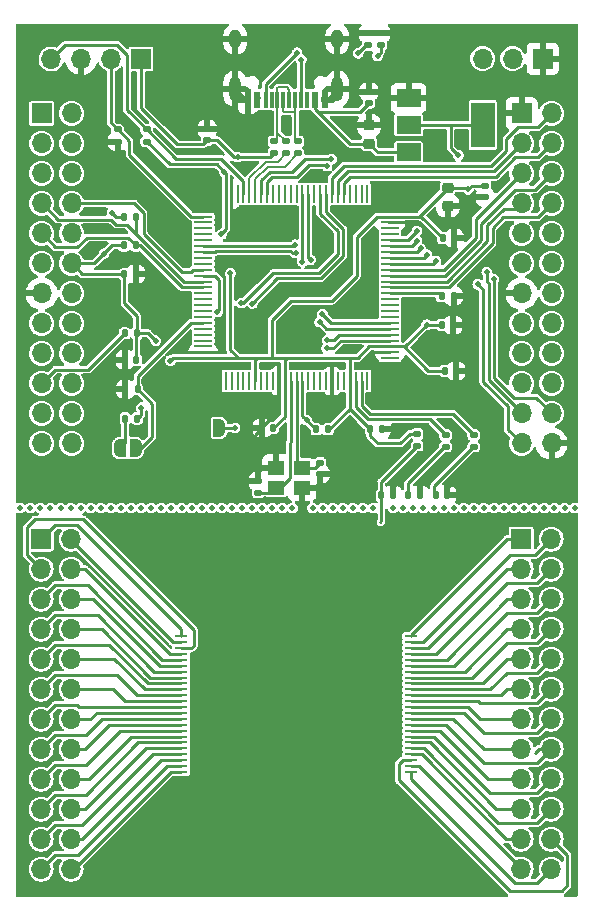
<source format=gbr>
%TF.GenerationSoftware,KiCad,Pcbnew,(6.0.11)*%
%TF.CreationDate,2023-02-23T12:45:07+08:00*%
%TF.ProjectId,nand_programmator,6e616e64-5f70-4726-9f67-72616d6d6174,v3.4*%
%TF.SameCoordinates,Original*%
%TF.FileFunction,Copper,L1,Top*%
%TF.FilePolarity,Positive*%
%FSLAX46Y46*%
G04 Gerber Fmt 4.6, Leading zero omitted, Abs format (unit mm)*
G04 Created by KiCad (PCBNEW (6.0.11)) date 2023-02-23 12:45:07*
%MOMM*%
%LPD*%
G01*
G04 APERTURE LIST*
G04 Aperture macros list*
%AMRoundRect*
0 Rectangle with rounded corners*
0 $1 Rounding radius*
0 $2 $3 $4 $5 $6 $7 $8 $9 X,Y pos of 4 corners*
0 Add a 4 corners polygon primitive as box body*
4,1,4,$2,$3,$4,$5,$6,$7,$8,$9,$2,$3,0*
0 Add four circle primitives for the rounded corners*
1,1,$1+$1,$2,$3*
1,1,$1+$1,$4,$5*
1,1,$1+$1,$6,$7*
1,1,$1+$1,$8,$9*
0 Add four rect primitives between the rounded corners*
20,1,$1+$1,$2,$3,$4,$5,0*
20,1,$1+$1,$4,$5,$6,$7,0*
20,1,$1+$1,$6,$7,$8,$9,0*
20,1,$1+$1,$8,$9,$2,$3,0*%
%AMFreePoly0*
4,1,22,0.500000,-0.750000,0.000000,-0.750000,0.000000,-0.745033,-0.079941,-0.743568,-0.215256,-0.701293,-0.333266,-0.622738,-0.424486,-0.514219,-0.481581,-0.384460,-0.499164,-0.250000,-0.500000,-0.250000,-0.500000,0.250000,-0.499164,0.250000,-0.499963,0.256109,-0.478152,0.396186,-0.417904,0.524511,-0.324060,0.630769,-0.204165,0.706417,-0.067858,0.745374,0.000000,0.744959,0.000000,0.750000,
0.500000,0.750000,0.500000,-0.750000,0.500000,-0.750000,$1*%
%AMFreePoly1*
4,1,20,0.000000,0.744959,0.073905,0.744508,0.209726,0.703889,0.328688,0.626782,0.421226,0.519385,0.479903,0.390333,0.500000,0.250000,0.500000,-0.250000,0.499851,-0.262216,0.476331,-0.402017,0.414519,-0.529596,0.319384,-0.634700,0.198574,-0.708877,0.061801,-0.746166,0.000000,-0.745033,0.000000,-0.750000,-0.500000,-0.750000,-0.500000,0.750000,0.000000,0.750000,0.000000,0.744959,
0.000000,0.744959,$1*%
G04 Aperture macros list end*
%TA.AperFunction,SMDPad,CuDef*%
%ADD10R,0.280000X1.500000*%
%TD*%
%TA.AperFunction,SMDPad,CuDef*%
%ADD11R,1.500000X0.280000*%
%TD*%
%TA.AperFunction,ComponentPad*%
%ADD12R,1.700000X1.700000*%
%TD*%
%TA.AperFunction,ComponentPad*%
%ADD13O,1.700000X1.700000*%
%TD*%
%TA.AperFunction,SMDPad,CuDef*%
%ADD14R,2.000000X1.500000*%
%TD*%
%TA.AperFunction,SMDPad,CuDef*%
%ADD15R,2.000000X3.800000*%
%TD*%
%TA.AperFunction,SMDPad,CuDef*%
%ADD16RoundRect,0.225000X-0.250000X0.225000X-0.250000X-0.225000X0.250000X-0.225000X0.250000X0.225000X0*%
%TD*%
%TA.AperFunction,SMDPad,CuDef*%
%ADD17RoundRect,0.225000X0.250000X-0.225000X0.250000X0.225000X-0.250000X0.225000X-0.250000X-0.225000X0*%
%TD*%
%TA.AperFunction,SMDPad,CuDef*%
%ADD18RoundRect,0.140000X-0.170000X0.140000X-0.170000X-0.140000X0.170000X-0.140000X0.170000X0.140000X0*%
%TD*%
%TA.AperFunction,SMDPad,CuDef*%
%ADD19RoundRect,0.140000X0.170000X-0.140000X0.170000X0.140000X-0.170000X0.140000X-0.170000X-0.140000X0*%
%TD*%
%TA.AperFunction,SMDPad,CuDef*%
%ADD20RoundRect,0.140000X-0.140000X-0.170000X0.140000X-0.170000X0.140000X0.170000X-0.140000X0.170000X0*%
%TD*%
%TA.AperFunction,SMDPad,CuDef*%
%ADD21RoundRect,0.140000X0.140000X0.170000X-0.140000X0.170000X-0.140000X-0.170000X0.140000X-0.170000X0*%
%TD*%
%TA.AperFunction,SMDPad,CuDef*%
%ADD22RoundRect,0.147500X0.147500X0.172500X-0.147500X0.172500X-0.147500X-0.172500X0.147500X-0.172500X0*%
%TD*%
%TA.AperFunction,SMDPad,CuDef*%
%ADD23FreePoly0,180.000000*%
%TD*%
%TA.AperFunction,SMDPad,CuDef*%
%ADD24FreePoly1,180.000000*%
%TD*%
%TA.AperFunction,SMDPad,CuDef*%
%ADD25RoundRect,0.135000X-0.135000X-0.185000X0.135000X-0.185000X0.135000X0.185000X-0.135000X0.185000X0*%
%TD*%
%TA.AperFunction,SMDPad,CuDef*%
%ADD26RoundRect,0.135000X0.185000X-0.135000X0.185000X0.135000X-0.185000X0.135000X-0.185000X-0.135000X0*%
%TD*%
%TA.AperFunction,SMDPad,CuDef*%
%ADD27RoundRect,0.135000X0.135000X0.185000X-0.135000X0.185000X-0.135000X-0.185000X0.135000X-0.185000X0*%
%TD*%
%TA.AperFunction,SMDPad,CuDef*%
%ADD28FreePoly0,0.000000*%
%TD*%
%TA.AperFunction,SMDPad,CuDef*%
%ADD29FreePoly1,0.000000*%
%TD*%
%TA.AperFunction,SMDPad,CuDef*%
%ADD30RoundRect,0.135000X-0.185000X0.135000X-0.185000X-0.135000X0.185000X-0.135000X0.185000X0.135000X0*%
%TD*%
%TA.AperFunction,SMDPad,CuDef*%
%ADD31R,1.400000X1.200000*%
%TD*%
%TA.AperFunction,SMDPad,CuDef*%
%ADD32R,0.600000X1.450000*%
%TD*%
%TA.AperFunction,SMDPad,CuDef*%
%ADD33R,0.300000X1.450000*%
%TD*%
%TA.AperFunction,ComponentPad*%
%ADD34O,1.000000X1.600000*%
%TD*%
%TA.AperFunction,ComponentPad*%
%ADD35O,1.000000X2.100000*%
%TD*%
%TA.AperFunction,SMDPad,CuDef*%
%ADD36R,1.100000X0.250000*%
%TD*%
%TA.AperFunction,ViaPad*%
%ADD37C,0.500000*%
%TD*%
%TA.AperFunction,Conductor*%
%ADD38C,0.250000*%
%TD*%
%TA.AperFunction,Conductor*%
%ADD39C,0.200000*%
%TD*%
G04 APERTURE END LIST*
D10*
%TO.P,U2,1,PE2/FSMC_A23/SYS_TRACECLK*%
%TO.N,unconnected-(U2-Pad1)*%
X17989801Y43877537D03*
%TO.P,U2,2,PE3/FSMC_A19/SYS_TRACED0*%
%TO.N,unconnected-(U2-Pad2)*%
X18489801Y43877537D03*
%TO.P,U2,3,PE4/FSMC_A20/SYS_TRACED1*%
%TO.N,unconnected-(U2-Pad3)*%
X18989801Y43877537D03*
%TO.P,U2,4,PE5/FSMC_A21/SYS_TRACED2*%
%TO.N,unconnected-(U2-Pad4)*%
X19489801Y43877537D03*
%TO.P,U2,5,PE6/FSMC_A22/SYS_TRACED3*%
%TO.N,unconnected-(U2-Pad5)*%
X19989801Y43877537D03*
%TO.P,U2,6,VBAT*%
%TO.N,+3V3*%
X20489801Y43877537D03*
%TO.P,U2,7,RTC_OUT/RTC_TAMPER/PC13*%
%TO.N,unconnected-(U2-Pad7)*%
X20989801Y43877537D03*
%TO.P,U2,8,RCC_OSC32_IN/PC14*%
%TO.N,unconnected-(U2-Pad8)*%
X21489801Y43877537D03*
%TO.P,U2,9,ADC1_EXTI15/ADC2_EXTI15/RCC_OSC32_OUT/PC15*%
%TO.N,unconnected-(U2-Pad9)*%
X21989801Y43877537D03*
%TO.P,U2,10,VSS*%
%TO.N,GNDD*%
X22489801Y43877537D03*
%TO.P,U2,11,VDD*%
%TO.N,+3V3*%
X22989801Y43877537D03*
%TO.P,U2,12,RCC_OSC_IN*%
%TO.N,Net-(C1-Pad1)*%
X23489801Y43877537D03*
%TO.P,U2,13,RCC_OSC_OUT*%
%TO.N,Net-(C2-Pad1)*%
X23989801Y43877537D03*
%TO.P,U2,14,NRST*%
%TO.N,/NRST*%
X24489801Y43877537D03*
%TO.P,U2,15,ADC1_IN10/ADC2_IN10/ADC3_IN10/PC0*%
%TO.N,unconnected-(U2-Pad15)*%
X24989801Y43877537D03*
%TO.P,U2,16,ADC1_IN11/ADC2_IN11/ADC3_IN11/PC1*%
%TO.N,unconnected-(U2-Pad16)*%
X25489801Y43877537D03*
%TO.P,U2,17,ADC1_IN12/ADC2_IN12/ADC3_IN12/PC2*%
%TO.N,unconnected-(U2-Pad17)*%
X25989801Y43877537D03*
%TO.P,U2,18,ADC1_IN13/ADC2_IN13/ADC3_IN13/PC3*%
%TO.N,unconnected-(U2-Pad18)*%
X26489801Y43877537D03*
%TO.P,U2,19,VSSA*%
%TO.N,GNDD*%
X26989801Y43877537D03*
%TO.P,U2,20,VREF-*%
%TO.N,unconnected-(U2-Pad20)*%
X27489801Y43877537D03*
%TO.P,U2,21,VREF+*%
%TO.N,unconnected-(U2-Pad21)*%
X27989801Y43877537D03*
%TO.P,U2,22,VDDA*%
%TO.N,+3V3*%
X28489801Y43877537D03*
%TO.P,U2,23,ADC1_IN0/ADC2_IN0/ADC3_IN0/SYS_WKUP/TIM2_CH1/TIM2_ETR/TIM5_CH1/TIM8_ETR/USART2_CTS/PA0*%
%TO.N,/RED*%
X28989801Y43877537D03*
%TO.P,U2,24,ADC1_IN1/ADC2_IN1/ADC3_IN1/TIM2_CH2/TIM5_CH2/USART2_RTS/PA1*%
%TO.N,/YELLOW*%
X29489801Y43877537D03*
%TO.P,U2,25,ADC1_IN2/ADC2_IN2/ADC3_IN2/TIM2_CH3/TIM5_CH3/USART2_TX/PA2*%
%TO.N,unconnected-(U2-Pad25)*%
X29989801Y43877537D03*
D11*
%TO.P,U2,26,ADC1_IN3/ADC2_IN3/ADC3_IN3/TIM2_CH4/TIM5_CH4/USART2_RX/PA3*%
%TO.N,unconnected-(U2-Pad26)*%
X31889801Y45777537D03*
%TO.P,U2,27,VSS*%
%TO.N,GNDD*%
X31889801Y46277537D03*
%TO.P,U2,28,VDD*%
%TO.N,+3V3*%
X31889801Y46777537D03*
%TO.P,U2,29,ADC1_IN4/ADC2_IN4/DAC_OUT1/SPI1_NSS/USART2_CK/PA4*%
%TO.N,/SPI1_NSS*%
X31889801Y47277537D03*
%TO.P,U2,30,ADC1_IN5/ADC2_IN5/DAC_OUT2/SPI1_SCK/PA5*%
%TO.N,/SPI1_SCK*%
X31889801Y47777537D03*
%TO.P,U2,31,ADC1_IN6/ADC2_IN6/SPI1_MISO/TIM1_BKIN/TIM3_CH1/TIM8_BKIN/PA6*%
%TO.N,/SPI1_MISO*%
X31889801Y48277537D03*
%TO.P,U2,32,ADC1_IN7/ADC2_IN7/SPI1_MOSI/TIM1_CH1N/TIM3_CH2/TIM8_CH1N/PA7*%
%TO.N,/SPI1_MOSI*%
X31889801Y48777537D03*
%TO.P,U2,33,ADC1_IN14/ADC2_IN14/PC4*%
%TO.N,unconnected-(U2-Pad33)*%
X31889801Y49277537D03*
%TO.P,U2,34,ADC1_IN15/ADC2_IN15/PC5*%
%TO.N,unconnected-(U2-Pad34)*%
X31889801Y49777537D03*
%TO.P,U2,35,ADC1_IN8/ADC2_IN8/TIM1_CH2N/TIM3_CH3/TIM8_CH2N/PB0*%
%TO.N,unconnected-(U2-Pad35)*%
X31889801Y50277537D03*
%TO.P,U2,36,ADC1_IN9/ADC2_IN9/TIM1_CH3N/TIM3_CH4/TIM8_CH3N/PB1*%
%TO.N,unconnected-(U2-Pad36)*%
X31889801Y50777537D03*
%TO.P,U2,37,BOOT1/PB2*%
%TO.N,Net-(R4-Pad2)*%
X31889801Y51277537D03*
%TO.P,U2,38,PE7/FSMC_D4/FSMC_DA4/TIM1_ETR*%
%TO.N,/FSMC_D4*%
X31889801Y51777537D03*
%TO.P,U2,39,PE8/FSMC_D5/FSMC_DA5/TIM1_CH1N*%
%TO.N,/FSMC_D5*%
X31889801Y52277537D03*
%TO.P,U2,40,PE9/DAC_EXTI9/FSMC_D6/FSMC_DA6/TIM1_CH1*%
%TO.N,/FSMC_D6*%
X31889801Y52777537D03*
%TO.P,U2,41,PE10/FSMC_D7/FSMC_DA7/TIM1_CH2N*%
%TO.N,/FSMC_D7*%
X31889801Y53277537D03*
%TO.P,U2,42,PE11/ADC1_EXTI11/ADC2_EXTI11/FSMC_D8/FSMC_DA8/TIM1_CH2*%
%TO.N,/FSMC_D8*%
X31889801Y53777537D03*
%TO.P,U2,43,PE12/FSMC_D9/FSMC_DA9/TIM1_CH3N*%
%TO.N,/FSMC_D9*%
X31889801Y54277537D03*
%TO.P,U2,44,PE13/FSMC_D10/FSMC_DA10/TIM1_CH3*%
%TO.N,/FSMC_D10*%
X31889801Y54777537D03*
%TO.P,U2,45,PE14/FSMC_D11/FSMC_DA11/TIM1_CH4*%
%TO.N,/FSMC_D11*%
X31889801Y55277537D03*
%TO.P,U2,46,PE15/ADC1_EXTI15/ADC2_EXTI15/FSMC_D12/FSMC_DA12/TIM1_BKIN*%
%TO.N,/FSMC_D12*%
X31889801Y55777537D03*
%TO.P,U2,47,I2C2_SCL/TIM2_CH3/USART3_TX/PB10*%
%TO.N,unconnected-(U2-Pad47)*%
X31889801Y56277537D03*
%TO.P,U2,48,ADC1_EXTI11/ADC2_EXTI11/I2C2_SDA/TIM2_CH4/USART3_RX/PB11*%
%TO.N,unconnected-(U2-Pad48)*%
X31889801Y56777537D03*
%TO.P,U2,49,VSS*%
%TO.N,GNDD*%
X31889801Y57277537D03*
%TO.P,U2,50,VDD*%
%TO.N,+3V3*%
X31889801Y57777537D03*
D10*
%TO.P,U2,51,I2C2_SMBA/I2S2_WS/SPI2_NSS/TIM1_BKIN/USART3_CK/PB12*%
%TO.N,unconnected-(U2-Pad51)*%
X29989801Y59677537D03*
%TO.P,U2,52,I2S2_CK/SPI2_SCK/TIM1_CH1N/USART3_CTS/PB13*%
%TO.N,unconnected-(U2-Pad52)*%
X29489801Y59677537D03*
%TO.P,U2,53,SPI2_MISO/TIM1_CH2N/USART3_RTS/PB14*%
%TO.N,unconnected-(U2-Pad53)*%
X28989801Y59677537D03*
%TO.P,U2,54,ADC1_EXTI15/ADC2_EXTI15/I2S2_SD/SPI2_MOSI/TIM1_CH3N/PB15*%
%TO.N,unconnected-(U2-Pad54)*%
X28489801Y59677537D03*
%TO.P,U2,55,PD8/FSMC_D13/FSMC_DA13/USART3_TX*%
%TO.N,/FSMC_D13*%
X27989801Y59677537D03*
%TO.P,U2,56,PD9/DAC_EXTI9/FSMC_D14/FSMC_DA14/USART3_RX*%
%TO.N,/FSMC_D14*%
X27489801Y59677537D03*
%TO.P,U2,57,PD10/FSMC_D15/FSMC_DA15/USART3_CK*%
%TO.N,/FSMC_D15*%
X26989801Y59677537D03*
%TO.P,U2,58,PD11/ADC1_EXTI11/ADC2_EXTI11/FSMC_A16/FSMC_CLE/USART3_CTS*%
%TO.N,/FSMC_CLE*%
X26489801Y59677537D03*
%TO.P,U2,59,PD12/FSMC_A17/FSMC_ALE/TIM4_CH1/USART3_RTS*%
%TO.N,/FSMC_ALE*%
X25989801Y59677537D03*
%TO.P,U2,60,PD13/FSMC_A18/TIM4_CH2*%
%TO.N,unconnected-(U2-Pad60)*%
X25489801Y59677537D03*
%TO.P,U2,61,PD14/FSMC_D0/FSMC_DA0/TIM4_CH3*%
%TO.N,/FSMC_D0*%
X24989801Y59677537D03*
%TO.P,U2,62,PD15/ADC1_EXTI15/ADC2_EXTI15/FSMC_D1/FSMC_DA1/TIM4_CH4*%
%TO.N,/FSMC_D1*%
X24489801Y59677537D03*
%TO.P,U2,63,I2S2_MCK/SDIO_D6/TIM3_CH1/TIM8_CH1/PC6*%
%TO.N,unconnected-(U2-Pad63)*%
X23989801Y59677537D03*
%TO.P,U2,64,I2S3_MCK/SDIO_D7/TIM3_CH2/TIM8_CH2/PC7*%
%TO.N,unconnected-(U2-Pad64)*%
X23489801Y59677537D03*
%TO.P,U2,65,SDIO_D0/TIM3_CH3/TIM8_CH3/PC8*%
%TO.N,unconnected-(U2-Pad65)*%
X22989801Y59677537D03*
%TO.P,U2,66,DAC_EXTI9/SDIO_D1/TIM3_CH4/TIM8_CH4/PC9*%
%TO.N,unconnected-(U2-Pad66)*%
X22489801Y59677537D03*
%TO.P,U2,67,RCC_MCO/TIM1_CH1/USART1_CK/PA8*%
%TO.N,unconnected-(U2-Pad67)*%
X21989801Y59677537D03*
%TO.P,U2,68,DAC_EXTI9/TIM1_CH2/USART1_TX/PA9*%
%TO.N,/USART1_TX*%
X21489801Y59677537D03*
%TO.P,U2,69,TIM1_CH3/USART1_RX/PA10*%
%TO.N,/USART1_RX*%
X20989801Y59677537D03*
%TO.P,U2,70,ADC1_EXTI11/ADC2_EXTI11/CAN_RX/TIM1_CH4/USART1_CTS/USB_DM/PA11*%
%TO.N,/USB_DN*%
X20489801Y59677537D03*
%TO.P,U2,71,CAN_TX/TIM1_ETR/USART1_RTS/USB_DP/PA12*%
%TO.N,/USB_DP*%
X19989801Y59677537D03*
%TO.P,U2,72,SYS_JTMS-SWDIO/PA13*%
%TO.N,/SWDIO*%
X19489801Y59677537D03*
%TO.P,U2,73,NC*%
%TO.N,unconnected-(U2-Pad73)*%
X18989801Y59677537D03*
%TO.P,U2,74,VSS*%
%TO.N,GNDD*%
X18489801Y59677537D03*
%TO.P,U2,75,VDD*%
%TO.N,+3V3*%
X17989801Y59677537D03*
D11*
%TO.P,U2,76,SYS_JTCK-SWCLK/PA14*%
%TO.N,/SWCLK*%
X16089801Y57777537D03*
%TO.P,U2,77,ADC1_EXTI15/ADC2_EXTI15/I2S3_WS/SPI1_NSS/SPI3_NSS/SYS_JTDI/TIM2_CH1/TIM2_ETR/PA15*%
%TO.N,unconnected-(U2-Pad77)*%
X16089801Y57277537D03*
%TO.P,U2,78,SDIO_D2/UART4_TX/USART3_TX/PC10*%
%TO.N,unconnected-(U2-Pad78)*%
X16089801Y56777537D03*
%TO.P,U2,79,ADC1_EXTI11/ADC2_EXTI11/SDIO_D3/UART4_RX/USART3_RX/PC11*%
%TO.N,unconnected-(U2-Pad79)*%
X16089801Y56277537D03*
%TO.P,U2,80,SDIO_CK/UART5_TX/USART3_CK/PC12*%
%TO.N,unconnected-(U2-Pad80)*%
X16089801Y55777537D03*
%TO.P,U2,81,PD0/CAN_RX/FSMC_D2/FSMC_DA2*%
%TO.N,/FSMC_D2*%
X16089801Y55277537D03*
%TO.P,U2,82,PD1/CAN_TX/FSMC_D3/FSMC_DA3*%
%TO.N,/FSMC_D3*%
X16089801Y54777537D03*
%TO.P,U2,83,PD2/SDIO_CMD/TIM3_ETR/UART5_RX*%
%TO.N,unconnected-(U2-Pad83)*%
X16089801Y54277537D03*
%TO.P,U2,84,PD3/FSMC_CLK/USART2_CTS*%
%TO.N,unconnected-(U2-Pad84)*%
X16089801Y53777537D03*
%TO.P,U2,85,PD4/FSMC_NOE/USART2_RTS*%
%TO.N,/FSMC_NOE*%
X16089801Y53277537D03*
%TO.P,U2,86,PD5/FSMC_NWE/USART2_TX*%
%TO.N,/FSMC_NWE*%
X16089801Y52777537D03*
%TO.P,U2,87,PD6/FSMC_NWAIT/USART2_RX*%
%TO.N,/FSMC_NWAIT*%
X16089801Y52277537D03*
%TO.P,U2,88,PD7/FSMC_NCE2/FSMC_NE1/USART2_CK*%
%TO.N,/FSMC_NCE2*%
X16089801Y51777537D03*
%TO.P,U2,89,I2S3_CK/SPI1_SCK/SPI3_SCK/SYS_JTDO-TRACESWO/TIM2_CH2/PB3*%
%TO.N,unconnected-(U2-Pad89)*%
X16089801Y51277537D03*
%TO.P,U2,90,SPI1_MISO/SPI3_MISO/SYS_NJTRST/TIM3_CH1/PB4*%
%TO.N,unconnected-(U2-Pad90)*%
X16089801Y50777537D03*
%TO.P,U2,91,I2C1_SMBA/I2S3_SD/SPI1_MOSI/SPI3_MOSI/TIM3_CH2/PB5*%
%TO.N,unconnected-(U2-Pad91)*%
X16089801Y50277537D03*
%TO.P,U2,92,I2C1_SCL/TIM4_CH1/USART1_TX/PB6*%
%TO.N,unconnected-(U2-Pad92)*%
X16089801Y49777537D03*
%TO.P,U2,93,FSMC_NL/I2C1_SDA/TIM4_CH2/USART1_RX/PB7*%
%TO.N,unconnected-(U2-Pad93)*%
X16089801Y49277537D03*
%TO.P,U2,94,BOOT0*%
%TO.N,/BOOT0*%
X16089801Y48777537D03*
%TO.P,U2,95,CAN_RX/I2C1_SCL/SDIO_D4/TIM4_CH3/PB8*%
%TO.N,unconnected-(U2-Pad95)*%
X16089801Y48277537D03*
%TO.P,U2,96,CAN_TX/DAC_EXTI9/I2C1_SDA/SDIO_D5/TIM4_CH4/PB9*%
%TO.N,unconnected-(U2-Pad96)*%
X16089801Y47777537D03*
%TO.P,U2,97,PE0/FSMC_NBL0/TIM4_ETR*%
%TO.N,unconnected-(U2-Pad97)*%
X16089801Y47277537D03*
%TO.P,U2,98,PE1/FSMC_NBL1*%
%TO.N,unconnected-(U2-Pad98)*%
X16089801Y46777537D03*
%TO.P,U2,99,VSS*%
%TO.N,GNDD*%
X16089801Y46277537D03*
%TO.P,U2,100,VDD*%
%TO.N,+3V3*%
X16089801Y45777537D03*
%TD*%
D12*
%TO.P,J1,1,Pin_1*%
%TO.N,+3V3*%
X10819801Y71119737D03*
D13*
%TO.P,J1,2,Pin_2*%
%TO.N,/SWCLK*%
X8279801Y71119737D03*
%TO.P,J1,3,Pin_3*%
%TO.N,GNDD*%
X5739801Y71119737D03*
%TO.P,J1,4,Pin_4*%
%TO.N,/SWDIO*%
X3199801Y71119737D03*
%TD*%
D12*
%TO.P,J2,1,Pin_1*%
%TO.N,GNDD*%
X44819801Y71145037D03*
D13*
%TO.P,J2,2,Pin_2*%
%TO.N,/USART1_TX*%
X42279801Y71145037D03*
%TO.P,J2,3,Pin_3*%
%TO.N,/USART1_RX*%
X39739801Y71145037D03*
%TD*%
%TO.P,J4,25,Pin_25*%
%TO.N,GNDD*%
X45579801Y38569537D03*
%TO.P,J4,26,Pin_26*%
%TO.N,/FSMC_D8*%
X43039801Y38569537D03*
%TO.P,J4,27,Pin_27*%
%TO.N,/FSMC_D9*%
X45579801Y41109537D03*
%TO.P,J4,28,Pin_28*%
%TO.N,/FSMC_D10*%
X43039801Y41109537D03*
%TO.P,J4,29,Pin_29*%
%TO.N,/FSMC_D0*%
X45579801Y43649537D03*
%TO.P,J4,30,Pin_30*%
%TO.N,/FSMC_D1*%
X43039801Y43649537D03*
%TO.P,J4,31,Pin_31*%
%TO.N,/FSMC_D2*%
X45579801Y46189537D03*
%TO.P,J4,32,Pin_32*%
%TO.N,/FSMC_D3*%
X43039801Y46189537D03*
%TO.P,J4,33,Pin_33*%
%TO.N,/FSMC_D11*%
X45579801Y48729537D03*
%TO.P,J4,34,Pin_34*%
%TO.N,+3V3*%
X43039801Y48729537D03*
%TO.P,J4,35,Pin_35*%
%TO.N,unconnected-(J4-Pad35)*%
X45579801Y51269537D03*
%TO.P,J4,36,Pin_36*%
%TO.N,GNDD*%
X43039801Y51269537D03*
%TO.P,J4,37,Pin_37*%
%TO.N,+3V3*%
X45579801Y53809537D03*
%TO.P,J4,38,Pin_38*%
%TO.N,unconnected-(J4-Pad38)*%
X43039801Y53809537D03*
%TO.P,J4,39,Pin_39*%
%TO.N,+3V3*%
X45579801Y56349537D03*
%TO.P,J4,40,Pin_40*%
%TO.N,/FSMC_D12*%
X43039801Y56349537D03*
%TO.P,J4,41,Pin_41*%
%TO.N,/FSMC_D4*%
X45579801Y58889537D03*
%TO.P,J4,42,Pin_42*%
%TO.N,/FSMC_D5*%
X43039801Y58889537D03*
%TO.P,J4,43,Pin_43*%
%TO.N,/FSMC_D6*%
X45579801Y61429537D03*
%TO.P,J4,44,Pin_44*%
%TO.N,/FSMC_D7*%
X43039801Y61429537D03*
%TO.P,J4,45,Pin_45*%
%TO.N,/FSMC_D13*%
X45579801Y63969537D03*
%TO.P,J4,46,Pin_46*%
%TO.N,/FSMC_D14*%
X43039801Y63969537D03*
%TO.P,J4,47,Pin_47*%
%TO.N,/FSMC_D15*%
X45579801Y66509537D03*
D12*
%TO.P,J4,48,Pin_48*%
%TO.N,GNDD*%
X43039801Y66509537D03*
%TD*%
%TO.P,J3,1,Pin_1*%
%TO.N,/SPI1_NSS*%
X2399801Y66509537D03*
D13*
%TO.P,J3,2,Pin_2*%
%TO.N,/SPI1_SCK*%
X4939801Y66509537D03*
%TO.P,J3,3,Pin_3*%
%TO.N,/SPI1_MISO*%
X2399801Y63969537D03*
%TO.P,J3,4,Pin_4*%
%TO.N,/SPI1_MOSI*%
X4939801Y63969537D03*
%TO.P,J3,5,Pin_5*%
%TO.N,unconnected-(J3-Pad5)*%
X2399801Y61429537D03*
%TO.P,J3,6,Pin_6*%
%TO.N,unconnected-(J3-Pad6)*%
X4939801Y61429537D03*
%TO.P,J3,7,Pin_7*%
%TO.N,/FSMC_NWAIT*%
X2399801Y58889537D03*
%TO.P,J3,8,Pin_8*%
%TO.N,/FSMC_NOE*%
X4939801Y58889537D03*
%TO.P,J3,9,Pin_9*%
%TO.N,/FSMC_NCE2*%
X2399801Y56349537D03*
%TO.P,J3,10,Pin_10*%
%TO.N,unconnected-(J3-Pad10)*%
X4939801Y56349537D03*
%TO.P,J3,11,Pin_11*%
%TO.N,unconnected-(J3-Pad11)*%
X2399801Y53809537D03*
%TO.P,J3,12,Pin_12*%
%TO.N,+3V3*%
X4939801Y53809537D03*
%TO.P,J3,13,Pin_13*%
%TO.N,GNDD*%
X2399801Y51269537D03*
%TO.P,J3,14,Pin_14*%
%TO.N,unconnected-(J3-Pad14)*%
X4939801Y51269537D03*
%TO.P,J3,15,Pin_15*%
%TO.N,unconnected-(J3-Pad15)*%
X2399801Y48729537D03*
%TO.P,J3,16,Pin_16*%
%TO.N,/FSMC_CLE*%
X4939801Y48729537D03*
%TO.P,J3,17,Pin_17*%
%TO.N,/FSMC_ALE*%
X2399801Y46189537D03*
%TO.P,J3,18,Pin_18*%
%TO.N,/FSMC_NWE*%
X4939801Y46189537D03*
%TO.P,J3,19,Pin_19*%
%TO.N,Net-(J3-Pad19)*%
X2399801Y43649537D03*
%TO.P,J3,20,Pin_20*%
%TO.N,unconnected-(J3-Pad20)*%
X4939801Y43649537D03*
%TO.P,J3,21,Pin_21*%
%TO.N,unconnected-(J3-Pad21)*%
X2399801Y41109537D03*
%TO.P,J3,22,Pin_22*%
%TO.N,unconnected-(J3-Pad22)*%
X4939801Y41109537D03*
%TO.P,J3,23,Pin_23*%
%TO.N,unconnected-(J3-Pad23)*%
X2399801Y38569537D03*
%TO.P,J3,24,Pin_24*%
%TO.N,unconnected-(J3-Pad24)*%
X4939801Y38569537D03*
%TD*%
D14*
%TO.P,U1,1,GND/ADJ*%
%TO.N,GNDD*%
X33469801Y67820037D03*
%TO.P,U1,2,VO*%
%TO.N,+3V3*%
X33469801Y65520037D03*
%TO.P,U1,3,VI*%
%TO.N,+5V*%
X33469801Y63220037D03*
D15*
%TO.P,U1,4,VO*%
%TO.N,+3V3*%
X39769801Y65520037D03*
%TD*%
D16*
%TO.P,C6,1*%
%TO.N,+3V3*%
X36800000Y60225000D03*
%TO.P,C6,2*%
%TO.N,GNDD*%
X36800000Y58675000D03*
%TD*%
D17*
%TO.P,C3,1*%
%TO.N,+5V*%
X30119801Y63945037D03*
%TO.P,C3,2*%
%TO.N,GNDD*%
X30119801Y65495037D03*
%TD*%
D18*
%TO.P,C5,1*%
%TO.N,+3V3*%
X39950000Y60400037D03*
%TO.P,C5,2*%
%TO.N,GNDD*%
X39950000Y59440037D03*
%TD*%
D19*
%TO.P,C4,1*%
%TO.N,+5V*%
X30110000Y67400000D03*
%TO.P,C4,2*%
%TO.N,GNDD*%
X30110000Y68360000D03*
%TD*%
D20*
%TO.P,C9,1*%
%TO.N,+3V3*%
X30223801Y39774137D03*
%TO.P,C9,2*%
%TO.N,GNDD*%
X31183801Y39774137D03*
%TD*%
%TO.P,C8,1*%
%TO.N,+3V3*%
X36527801Y44727137D03*
%TO.P,C8,2*%
%TO.N,GNDD*%
X37487801Y44727137D03*
%TD*%
D19*
%TO.P,C7,1*%
%TO.N,+3V3*%
X16419801Y64242537D03*
%TO.P,C7,2*%
%TO.N,GNDD*%
X16419801Y65202537D03*
%TD*%
D21*
%TO.P,C11,1*%
%TO.N,+3V3*%
X22030000Y39880000D03*
%TO.P,C11,2*%
%TO.N,GNDD*%
X21070000Y39880000D03*
%TD*%
D20*
%TO.P,C10,1*%
%TO.N,+3V3*%
X36380000Y55950000D03*
%TO.P,C10,2*%
%TO.N,GNDD*%
X37340000Y55950000D03*
%TD*%
D21*
%TO.P,C12,1*%
%TO.N,+3V3*%
X10430000Y45670000D03*
%TO.P,C12,2*%
%TO.N,GNDD*%
X9470000Y45670000D03*
%TD*%
%TO.P,C13,1*%
%TO.N,GNDD*%
X10373801Y52918637D03*
%TO.P,C13,2*%
%TO.N,+3V3*%
X9413801Y52918637D03*
%TD*%
%TO.P,C14,1*%
%TO.N,GNDD*%
X37240000Y48610000D03*
%TO.P,C14,2*%
%TO.N,+3V3*%
X36280000Y48610000D03*
%TD*%
D22*
%TO.P,D1,1,K*%
%TO.N,GNDD*%
X32137500Y34180000D03*
%TO.P,D1,2,A*%
%TO.N,Net-(D1-Pad2)*%
X31167500Y34180000D03*
%TD*%
D23*
%TO.P,J5,1,Pin_1*%
%TO.N,/BOOT0*%
X10358801Y38186637D03*
D24*
%TO.P,J5,2,Pin_2*%
%TO.N,Net-(J5-Pad2)*%
X9058801Y38186637D03*
%TD*%
D25*
%TO.P,R11,1*%
%TO.N,Net-(J3-Pad19)*%
X9428801Y47902137D03*
%TO.P,R11,2*%
%TO.N,+3V3*%
X10448801Y47902137D03*
%TD*%
D26*
%TO.P,R8,1*%
%TO.N,GNDD*%
X8830000Y64130000D03*
%TO.P,R8,2*%
%TO.N,/SWCLK*%
X8830000Y65150000D03*
%TD*%
D25*
%TO.P,R12,1*%
%TO.N,+3V3*%
X9383801Y57744637D03*
%TO.P,R12,2*%
%TO.N,/FSMC_NWAIT*%
X10403801Y57744637D03*
%TD*%
%TO.P,R15,1*%
%TO.N,GNDD*%
X9500000Y43160000D03*
%TO.P,R15,2*%
%TO.N,/BOOT0*%
X10520000Y43160000D03*
%TD*%
D27*
%TO.P,R10,1*%
%TO.N,/FSMC_NCE2*%
X10403801Y55331637D03*
%TO.P,R10,2*%
%TO.N,+3V3*%
X9383801Y55331637D03*
%TD*%
D26*
%TO.P,R9,1*%
%TO.N,+3V3*%
X11290000Y64130000D03*
%TO.P,R9,2*%
%TO.N,/SWDIO*%
X11290000Y65150000D03*
%TD*%
D27*
%TO.P,R1,1*%
%TO.N,+3V3*%
X10510000Y40680000D03*
%TO.P,R1,2*%
%TO.N,Net-(J5-Pad2)*%
X9490000Y40680000D03*
%TD*%
%TO.P,R2,1*%
%TO.N,+3V3*%
X26658801Y39776037D03*
%TO.P,R2,2*%
%TO.N,/NRST*%
X25638801Y39776037D03*
%TD*%
D26*
%TO.P,R3,1*%
%TO.N,Net-(D1-Pad2)*%
X34204801Y38368037D03*
%TO.P,R3,2*%
%TO.N,+3V3*%
X34204801Y39388037D03*
%TD*%
D27*
%TO.P,R4,1*%
%TO.N,GNDD*%
X37280000Y51040000D03*
%TO.P,R4,2*%
%TO.N,Net-(R4-Pad2)*%
X36260000Y51040000D03*
%TD*%
D28*
%TO.P,J6,1,Pin_1*%
%TO.N,GNDD*%
X16130000Y39890000D03*
D29*
%TO.P,J6,2,Pin_2*%
%TO.N,/NRST*%
X17430000Y39890000D03*
%TD*%
D26*
%TO.P,R14,1*%
%TO.N,Net-(D3-Pad2)*%
X38980000Y38280000D03*
%TO.P,R14,2*%
%TO.N,/YELLOW*%
X38980000Y39300000D03*
%TD*%
D22*
%TO.P,D3,1,K*%
%TO.N,GNDD*%
X36725000Y34210000D03*
%TO.P,D3,2,A*%
%TO.N,Net-(D3-Pad2)*%
X35755000Y34210000D03*
%TD*%
D26*
%TO.P,R17,1*%
%TO.N,/USB_DP*%
X23100000Y63120000D03*
%TO.P,R17,2*%
%TO.N,/USB_P*%
X23100000Y64140000D03*
%TD*%
D30*
%TO.P,R5,1*%
%TO.N,GNDD*%
X31120000Y73290000D03*
%TO.P,R5,2*%
%TO.N,Net-(J7-PadA5)*%
X31120000Y72270000D03*
%TD*%
D26*
%TO.P,R13,1*%
%TO.N,Net-(D2-Pad2)*%
X36600000Y38280000D03*
%TO.P,R13,2*%
%TO.N,/RED*%
X36600000Y39300000D03*
%TD*%
D31*
%TO.P,Y1,1,1*%
%TO.N,Net-(C2-Pad1)*%
X24460000Y36530000D03*
%TO.P,Y1,2,2*%
%TO.N,GNDD*%
X22260000Y36530000D03*
%TO.P,Y1,3,3*%
%TO.N,Net-(C1-Pad1)*%
X22260000Y34830000D03*
%TO.P,Y1,4,4*%
%TO.N,GNDD*%
X24460000Y34830000D03*
%TD*%
D26*
%TO.P,R16,1*%
%TO.N,/USB_DN*%
X24130000Y63120000D03*
%TO.P,R16,2*%
%TO.N,/USB_N*%
X24130000Y64140000D03*
%TD*%
D32*
%TO.P,J7,A1,GND*%
%TO.N,GNDD*%
X26370000Y67685000D03*
%TO.P,J7,A4,VBUS*%
%TO.N,+5V*%
X25570000Y67685000D03*
D33*
%TO.P,J7,A5,CC1*%
%TO.N,Net-(J7-PadA5)*%
X24370000Y67685000D03*
%TO.P,J7,A6,D+*%
%TO.N,/USB_P*%
X23370000Y67685000D03*
%TO.P,J7,A7,D-*%
%TO.N,/USB_N*%
X22870000Y67685000D03*
%TO.P,J7,A8,SBU1*%
%TO.N,unconnected-(J7-PadA8)*%
X21870000Y67685000D03*
D32*
%TO.P,J7,A9,VBUS*%
%TO.N,+5V*%
X20670000Y67685000D03*
%TO.P,J7,A12,GND*%
%TO.N,GNDD*%
X19870000Y67685000D03*
%TO.P,J7,B1,GND*%
X19870000Y67685000D03*
%TO.P,J7,B4,VBUS*%
%TO.N,+5V*%
X20670000Y67685000D03*
D33*
%TO.P,J7,B5,CC2*%
%TO.N,Net-(J7-PadB5)*%
X21370000Y67685000D03*
%TO.P,J7,B6,D+*%
%TO.N,/USB_P*%
X22370000Y67685000D03*
%TO.P,J7,B7,D-*%
%TO.N,/USB_N*%
X23870000Y67685000D03*
%TO.P,J7,B8,SBU2*%
%TO.N,unconnected-(J7-PadB8)*%
X24870000Y67685000D03*
D32*
%TO.P,J7,B9,VBUS*%
%TO.N,+5V*%
X25570000Y67685000D03*
%TO.P,J7,B12,GND*%
%TO.N,GNDD*%
X26370000Y67685000D03*
D34*
%TO.P,J7,S1,SHIELD*%
X18800000Y72780000D03*
X27440000Y72780000D03*
D35*
X27440000Y68600000D03*
X18800000Y68600000D03*
%TD*%
D36*
%TO.P,P1,1,Pin_1*%
%TO.N,Net-(J8-Pad1)*%
X14200000Y22250000D03*
%TO.P,P1,2,Pin_2*%
%TO.N,Net-(J8-Pad2)*%
X14200000Y21750000D03*
%TO.P,P1,3,Pin_3*%
%TO.N,Net-(J8-Pad3)*%
X14200000Y21250000D03*
%TO.P,P1,4,Pin_4*%
%TO.N,Net-(J8-Pad4)*%
X14200000Y20750000D03*
%TO.P,P1,5,Pin_5*%
%TO.N,Net-(J8-Pad5)*%
X14200000Y20250000D03*
%TO.P,P1,6,Pin_6*%
%TO.N,Net-(J8-Pad6)*%
X14200000Y19750000D03*
%TO.P,P1,7,Pin_7*%
%TO.N,Net-(J8-Pad7)*%
X14200000Y19250000D03*
%TO.P,P1,8,Pin_8*%
%TO.N,Net-(J8-Pad8)*%
X14200000Y18750000D03*
%TO.P,P1,9,Pin_9*%
%TO.N,Net-(J8-Pad9)*%
X14200000Y18250000D03*
%TO.P,P1,10,Pin_10*%
%TO.N,Net-(J8-Pad10)*%
X14200000Y17750000D03*
%TO.P,P1,11,Pin_11*%
%TO.N,Net-(J8-Pad11)*%
X14200000Y17250000D03*
%TO.P,P1,12,Pin_12*%
%TO.N,Net-(J8-Pad12)*%
X14200000Y16750000D03*
%TO.P,P1,13,Pin_13*%
%TO.N,Net-(J8-Pad13)*%
X14200000Y16250000D03*
%TO.P,P1,14,Pin_14*%
%TO.N,Net-(J8-Pad14)*%
X14200000Y15750000D03*
%TO.P,P1,15,Pin_15*%
%TO.N,Net-(J8-Pad15)*%
X14200000Y15250000D03*
%TO.P,P1,16,Pin_16*%
%TO.N,Net-(J8-Pad16)*%
X14200000Y14750000D03*
%TO.P,P1,17,Pin_17*%
%TO.N,Net-(J8-Pad17)*%
X14200000Y14250000D03*
%TO.P,P1,18,Pin_18*%
%TO.N,Net-(J8-Pad18)*%
X14200000Y13750000D03*
%TO.P,P1,19,Pin_19*%
%TO.N,Net-(J8-Pad19)*%
X14200000Y13250000D03*
%TO.P,P1,20,Pin_20*%
%TO.N,Net-(J8-Pad20)*%
X14200000Y12750000D03*
%TO.P,P1,21,Pin_21*%
%TO.N,Net-(J8-Pad21)*%
X14200000Y12250000D03*
%TO.P,P1,22,Pin_22*%
%TO.N,Net-(J8-Pad22)*%
X14200000Y11750000D03*
%TO.P,P1,23,Pin_23*%
%TO.N,Net-(J8-Pad23)*%
X14200000Y11250000D03*
%TO.P,P1,24,Pin_24*%
%TO.N,Net-(J8-Pad24)*%
X14200000Y10750000D03*
%TO.P,P1,25,Pin_25*%
%TO.N,Net-(J9-Pad25)*%
X33700000Y10750000D03*
%TO.P,P1,26,Pin_26*%
%TO.N,Net-(J9-Pad26)*%
X33700000Y11250000D03*
%TO.P,P1,27,Pin_27*%
%TO.N,Net-(J9-Pad27)*%
X33700000Y11750000D03*
%TO.P,P1,28,Pin_28*%
%TO.N,Net-(J9-Pad28)*%
X33700000Y12250000D03*
%TO.P,P1,29,Pin_29*%
%TO.N,Net-(J9-Pad29)*%
X33700000Y12750000D03*
%TO.P,P1,30,Pin_30*%
%TO.N,Net-(J9-Pad30)*%
X33700000Y13250000D03*
%TO.P,P1,31,Pin_31*%
%TO.N,Net-(J9-Pad31)*%
X33700000Y13750000D03*
%TO.P,P1,32,Pin_32*%
%TO.N,Net-(J9-Pad32)*%
X33700000Y14250000D03*
%TO.P,P1,33,Pin_33*%
%TO.N,Net-(J9-Pad33)*%
X33700000Y14750000D03*
%TO.P,P1,34,Pin_34*%
%TO.N,Net-(J9-Pad34)*%
X33700000Y15250000D03*
%TO.P,P1,35,Pin_35*%
%TO.N,Net-(J9-Pad35)*%
X33700000Y15750000D03*
%TO.P,P1,36,Pin_36*%
%TO.N,Net-(J9-Pad36)*%
X33700000Y16250000D03*
%TO.P,P1,37,Pin_37*%
%TO.N,Net-(J9-Pad37)*%
X33700000Y16750000D03*
%TO.P,P1,38,Pin_38*%
%TO.N,Net-(J9-Pad38)*%
X33700000Y17250000D03*
%TO.P,P1,39,Pin_39*%
%TO.N,Net-(J9-Pad39)*%
X33700000Y17750000D03*
%TO.P,P1,40,Pin_40*%
%TO.N,Net-(J9-Pad40)*%
X33700000Y18250000D03*
%TO.P,P1,41,Pin_41*%
%TO.N,Net-(J9-Pad41)*%
X33700000Y18750000D03*
%TO.P,P1,42,Pin_42*%
%TO.N,Net-(J9-Pad42)*%
X33700000Y19250000D03*
%TO.P,P1,43,Pin_43*%
%TO.N,Net-(J9-Pad43)*%
X33700000Y19750000D03*
%TO.P,P1,44,Pin_44*%
%TO.N,Net-(J9-Pad44)*%
X33700000Y20250000D03*
%TO.P,P1,45,Pin_45*%
%TO.N,Net-(J9-Pad45)*%
X33700000Y20750000D03*
%TO.P,P1,46,Pin_46*%
%TO.N,Net-(J9-Pad46)*%
X33700000Y21250000D03*
%TO.P,P1,47,Pin_47*%
%TO.N,Net-(J9-Pad47)*%
X33700000Y21750000D03*
%TO.P,P1,48,Pin_48*%
%TO.N,Net-(J9-Pad48)*%
X33700000Y22250000D03*
%TD*%
D18*
%TO.P,C2,1*%
%TO.N,Net-(C2-Pad1)*%
X25980000Y36950000D03*
%TO.P,C2,2*%
%TO.N,GNDD*%
X25980000Y35990000D03*
%TD*%
D30*
%TO.P,R6,1*%
%TO.N,GNDD*%
X30070000Y73290000D03*
%TO.P,R6,2*%
%TO.N,Net-(J7-PadB5)*%
X30070000Y72270000D03*
%TD*%
%TO.P,R7,1*%
%TO.N,/USB_P*%
X22070000Y64150000D03*
%TO.P,R7,2*%
%TO.N,+3V3*%
X22070000Y63130000D03*
%TD*%
D22*
%TO.P,D2,1,K*%
%TO.N,GNDD*%
X34415000Y34180000D03*
%TO.P,D2,2,A*%
%TO.N,Net-(D2-Pad2)*%
X33445000Y34180000D03*
%TD*%
D19*
%TO.P,C1,1*%
%TO.N,Net-(C1-Pad1)*%
X20740000Y34410000D03*
%TO.P,C1,2*%
%TO.N,GNDD*%
X20740000Y35370000D03*
%TD*%
D12*
%TO.P,J8,1,Pin_1*%
%TO.N,Net-(J8-Pad1)*%
X2360000Y30470000D03*
D13*
%TO.P,J8,2,Pin_2*%
%TO.N,Net-(J8-Pad2)*%
X4900000Y30470000D03*
%TO.P,J8,3,Pin_3*%
%TO.N,Net-(J8-Pad3)*%
X2360000Y27930000D03*
%TO.P,J8,4,Pin_4*%
%TO.N,Net-(J8-Pad4)*%
X4900000Y27930000D03*
%TO.P,J8,5,Pin_5*%
%TO.N,Net-(J8-Pad5)*%
X2360000Y25390000D03*
%TO.P,J8,6,Pin_6*%
%TO.N,Net-(J8-Pad6)*%
X4900000Y25390000D03*
%TO.P,J8,7,Pin_7*%
%TO.N,Net-(J8-Pad7)*%
X2360000Y22850000D03*
%TO.P,J8,8,Pin_8*%
%TO.N,Net-(J8-Pad8)*%
X4900000Y22850000D03*
%TO.P,J8,9,Pin_9*%
%TO.N,Net-(J8-Pad9)*%
X2360000Y20310000D03*
%TO.P,J8,10,Pin_10*%
%TO.N,Net-(J8-Pad10)*%
X4900000Y20310000D03*
%TO.P,J8,11,Pin_11*%
%TO.N,Net-(J8-Pad11)*%
X2360000Y17770000D03*
%TO.P,J8,12,Pin_12*%
%TO.N,Net-(J8-Pad12)*%
X4900000Y17770000D03*
%TO.P,J8,13,Pin_13*%
%TO.N,Net-(J8-Pad13)*%
X2360000Y15230000D03*
%TO.P,J8,14,Pin_14*%
%TO.N,Net-(J8-Pad14)*%
X4900000Y15230000D03*
%TO.P,J8,15,Pin_15*%
%TO.N,Net-(J8-Pad15)*%
X2360000Y12690000D03*
%TO.P,J8,16,Pin_16*%
%TO.N,Net-(J8-Pad16)*%
X4900000Y12690000D03*
%TO.P,J8,17,Pin_17*%
%TO.N,Net-(J8-Pad17)*%
X2360000Y10150000D03*
%TO.P,J8,18,Pin_18*%
%TO.N,Net-(J8-Pad18)*%
X4900000Y10150000D03*
%TO.P,J8,19,Pin_19*%
%TO.N,Net-(J8-Pad19)*%
X2360000Y7610000D03*
%TO.P,J8,20,Pin_20*%
%TO.N,Net-(J8-Pad20)*%
X4900000Y7610000D03*
%TO.P,J8,21,Pin_21*%
%TO.N,Net-(J8-Pad21)*%
X2360000Y5070000D03*
%TO.P,J8,22,Pin_22*%
%TO.N,Net-(J8-Pad22)*%
X4900000Y5070000D03*
%TO.P,J8,23,Pin_23*%
%TO.N,Net-(J8-Pad23)*%
X2360000Y2530000D03*
%TO.P,J8,24,Pin_24*%
%TO.N,Net-(J8-Pad24)*%
X4900000Y2530000D03*
%TD*%
%TO.P,J9,25,Pin_25*%
%TO.N,Net-(J9-Pad25)*%
X45540000Y2530000D03*
%TO.P,J9,26,Pin_26*%
%TO.N,Net-(J9-Pad26)*%
X43000000Y2530000D03*
%TO.P,J9,27,Pin_27*%
%TO.N,Net-(J9-Pad27)*%
X45540000Y5070000D03*
%TO.P,J9,28,Pin_28*%
%TO.N,Net-(J9-Pad28)*%
X43000000Y5070000D03*
%TO.P,J9,29,Pin_29*%
%TO.N,Net-(J9-Pad29)*%
X45540000Y7610000D03*
%TO.P,J9,30,Pin_30*%
%TO.N,Net-(J9-Pad30)*%
X43000000Y7610000D03*
%TO.P,J9,31,Pin_31*%
%TO.N,Net-(J9-Pad31)*%
X45540000Y10150000D03*
%TO.P,J9,32,Pin_32*%
%TO.N,Net-(J9-Pad32)*%
X43000000Y10150000D03*
%TO.P,J9,33,Pin_33*%
%TO.N,Net-(J9-Pad33)*%
X45540000Y12690000D03*
%TO.P,J9,34,Pin_34*%
%TO.N,Net-(J9-Pad34)*%
X43000000Y12690000D03*
%TO.P,J9,35,Pin_35*%
%TO.N,Net-(J9-Pad35)*%
X45540000Y15230000D03*
%TO.P,J9,36,Pin_36*%
%TO.N,Net-(J9-Pad36)*%
X43000000Y15230000D03*
%TO.P,J9,37,Pin_37*%
%TO.N,Net-(J9-Pad37)*%
X45540000Y17770000D03*
%TO.P,J9,38,Pin_38*%
%TO.N,Net-(J9-Pad38)*%
X43000000Y17770000D03*
%TO.P,J9,39,Pin_39*%
%TO.N,Net-(J9-Pad39)*%
X45540000Y20310000D03*
%TO.P,J9,40,Pin_40*%
%TO.N,Net-(J9-Pad40)*%
X43000000Y20310000D03*
%TO.P,J9,41,Pin_41*%
%TO.N,Net-(J9-Pad41)*%
X45540000Y22850000D03*
%TO.P,J9,42,Pin_42*%
%TO.N,Net-(J9-Pad42)*%
X43000000Y22850000D03*
%TO.P,J9,43,Pin_43*%
%TO.N,Net-(J9-Pad43)*%
X45540000Y25390000D03*
%TO.P,J9,44,Pin_44*%
%TO.N,Net-(J9-Pad44)*%
X43000000Y25390000D03*
%TO.P,J9,45,Pin_45*%
%TO.N,Net-(J9-Pad45)*%
X45540000Y27930000D03*
%TO.P,J9,46,Pin_46*%
%TO.N,Net-(J9-Pad46)*%
X43000000Y27930000D03*
%TO.P,J9,47,Pin_47*%
%TO.N,Net-(J9-Pad47)*%
X45540000Y30470000D03*
D12*
%TO.P,J9,48,Pin_48*%
%TO.N,Net-(J9-Pad48)*%
X43000000Y30470000D03*
%TD*%
D37*
%TO.N,*%
X15098718Y33110000D03*
X18512534Y33110000D03*
X2296908Y33110000D03*
X46676516Y33110000D03*
X47530000Y33110000D03*
X33874706Y33110000D03*
X27047074Y33110000D03*
X29607436Y33110000D03*
X8271086Y33110000D03*
X35581614Y33110000D03*
X32167798Y33110000D03*
X19365988Y33110000D03*
X25340166Y33110000D03*
X20219442Y33110000D03*
X41555792Y33110000D03*
X26193620Y33110000D03*
X590000Y33110000D03*
X15952172Y33110000D03*
X9124540Y33110000D03*
X36435068Y33110000D03*
X4857270Y33110000D03*
X5710724Y33110000D03*
X34728160Y33110000D03*
X38995430Y33110000D03*
X10831448Y33110000D03*
X23633258Y33110000D03*
X43262700Y33110000D03*
X39848884Y33110000D03*
X21072896Y33110000D03*
X27900528Y33110000D03*
X37288522Y33110000D03*
X28753982Y33110000D03*
X33021252Y33110000D03*
X42409246Y33110000D03*
X4003816Y33110000D03*
X12538356Y33110000D03*
X14245264Y33110000D03*
X7417632Y33110000D03*
X17659080Y33110000D03*
X40702338Y33110000D03*
X11684902Y33110000D03*
X45823062Y33110000D03*
X21926350Y33110000D03*
X9977994Y33110000D03*
X1443454Y33110000D03*
X44116154Y33110000D03*
X13391810Y33110000D03*
X6564178Y33110000D03*
X38141976Y33110000D03*
X22779804Y33110000D03*
X44969608Y33110000D03*
X16805626Y33110000D03*
X30460890Y33110000D03*
X3150362Y33110000D03*
%TO.N,GNDD*%
X25200000Y65430000D03*
X28380000Y39370000D03*
X26762345Y41697486D03*
X37200000Y35310000D03*
X6890000Y55360000D03*
X32540000Y35290000D03*
X34860000Y35330000D03*
X29840000Y53920000D03*
X28540000Y46440000D03*
X25700000Y61220000D03*
X37300000Y46420000D03*
X37700000Y64200000D03*
X7160000Y56820000D03*
X41530000Y60920000D03*
X21570000Y57640000D03*
X23120000Y65490000D03*
X17000000Y63280000D03*
X10980000Y39780000D03*
X19910000Y62020000D03*
X39380000Y62800000D03*
X6950000Y58220000D03*
X13024756Y48498841D03*
X29060000Y57590000D03*
X10220000Y67940000D03*
X23410000Y69740000D03*
X7240000Y64590000D03*
X38560000Y58400000D03*
X24220000Y47330000D03*
X20470000Y39070000D03*
X25900000Y56590000D03*
X32695232Y39629572D03*
X13470000Y60530000D03*
%TO.N,+5V*%
X25570000Y67685000D03*
X20680000Y67800000D03*
%TO.N,+3V3*%
X17610000Y56260000D03*
X19000000Y62820000D03*
X18380000Y52970000D03*
X34990000Y48620000D03*
X17868767Y61578767D03*
X7690000Y54650000D03*
X38510000Y60090000D03*
X37680000Y62960000D03*
X10830000Y41590000D03*
X13290000Y45580000D03*
X8360000Y58110000D03*
X12060000Y47270000D03*
%TO.N,/USART1_TX*%
X26561247Y62061910D03*
%TO.N,/USART1_RX*%
X26940000Y62650000D03*
%TO.N,/SPI1_NSS*%
X26531198Y46621574D03*
%TO.N,/SPI1_SCK*%
X26570000Y47320000D03*
%TO.N,/SPI1_MISO*%
X25942993Y48868357D03*
%TO.N,/SPI1_MOSI*%
X26170000Y49530000D03*
%TO.N,/FSMC_CLE*%
X20236233Y50413767D03*
%TO.N,/FSMC_ALE*%
X19314500Y50450500D03*
%TO.N,/FSMC_NWE*%
X17289303Y49710000D03*
%TO.N,/FSMC_D12*%
X34180000Y56550000D03*
%TO.N,/FSMC_D11*%
X34190000Y55720000D03*
%TO.N,/FSMC_D3*%
X23915301Y54700000D03*
%TO.N,/FSMC_D2*%
X23885127Y55398851D03*
%TO.N,/FSMC_D1*%
X24489801Y53960199D03*
%TO.N,/FSMC_D0*%
X25169490Y54125500D03*
%TO.N,/FSMC_D10*%
X40095000Y53075000D03*
X34480498Y55083671D03*
%TO.N,/FSMC_D9*%
X35039217Y54545500D03*
X40690000Y52490000D03*
%TO.N,/FSMC_D8*%
X39330000Y52040000D03*
X35790000Y53990000D03*
%TO.N,/NRST*%
X24850000Y40540000D03*
X18780000Y39890000D03*
%TO.N,Net-(J7-PadA5)*%
X24393186Y71060237D03*
X30850460Y71385948D03*
%TO.N,Net-(J7-PadB5)*%
X29200000Y71604500D03*
X24025000Y71655000D03*
%TD*%
D38*
%TO.N,Net-(C1-Pad1)*%
X20740000Y34410000D02*
X21840000Y34410000D01*
X23489801Y38680199D02*
X23489801Y43877537D01*
X23435000Y38625398D02*
X23489801Y38680199D01*
X22605000Y34830000D02*
X23435000Y35660000D01*
X23435000Y35660000D02*
X23435000Y38625398D01*
%TO.N,GNDD*%
X22489801Y41389801D02*
X21070000Y39970000D01*
X21070000Y39880000D02*
X20470000Y39280000D01*
X19715000Y67685000D02*
X18800000Y68600000D01*
X34457500Y34927500D02*
X34860000Y35330000D01*
X24460000Y34830000D02*
X24460000Y30960000D01*
X32137500Y34180000D02*
X32137500Y34887500D01*
X18800000Y72780000D02*
X18800000Y68600000D01*
X36797500Y34200000D02*
X36797500Y34907500D01*
X32137500Y34887500D02*
X32540000Y35290000D01*
X26525000Y67685000D02*
X27440000Y68600000D01*
X20470000Y39280000D02*
X20470000Y39070000D01*
X22489801Y43877537D02*
X22489801Y41389801D01*
X24460000Y30960000D02*
X24060000Y30560000D01*
X36797500Y34907500D02*
X37200000Y35310000D01*
X34457500Y34220000D02*
X34457500Y34927500D01*
X27440000Y72780000D02*
X27440000Y68600000D01*
%TO.N,Net-(C2-Pad1)*%
X25560000Y36530000D02*
X25980000Y36950000D01*
X23989801Y43877537D02*
X23989801Y37000199D01*
X24460000Y36530000D02*
X25560000Y36530000D01*
%TO.N,+5V*%
X30844801Y63220037D02*
X30119801Y63945037D01*
X25825000Y66635000D02*
X28514963Y63945037D01*
X30110000Y67400000D02*
X29345000Y66635000D01*
X28514963Y63945037D02*
X30119801Y63945037D01*
X33469801Y63220037D02*
X30844801Y63220037D01*
X25570000Y66890000D02*
X25570000Y67685000D01*
X25825000Y66635000D02*
X25570000Y66890000D01*
X29345000Y66635000D02*
X25825000Y66635000D01*
%TO.N,+3V3*%
X33147537Y46777537D02*
X33042463Y46777537D01*
X10819801Y66960199D02*
X13900000Y63880000D01*
X22989801Y45619801D02*
X23147537Y45777537D01*
X23490000Y50640000D02*
X21910000Y49060000D01*
X37029963Y65520037D02*
X37029963Y63610037D01*
X17868767Y61578767D02*
X17989801Y61457733D01*
X17868767Y61578767D02*
X17257534Y62190000D01*
X33042463Y46777537D02*
X31889801Y46777537D01*
X19000000Y62820000D02*
X18670000Y62820000D01*
X10819801Y71119737D02*
X10819801Y66960199D01*
X26658801Y39776037D02*
X26757701Y39776037D01*
X36380000Y55950000D02*
X34552463Y57777537D01*
X10448801Y49391199D02*
X10448801Y47902137D01*
X38375000Y60225000D02*
X38510000Y60090000D01*
X37029963Y65520037D02*
X39769801Y65520037D01*
X30223801Y39774137D02*
X28489801Y41508137D01*
X17989801Y61457733D02*
X17989801Y59677537D01*
X10830000Y41000000D02*
X10830000Y41590000D01*
X28437537Y45777537D02*
X29147537Y45777537D01*
X8361637Y55331637D02*
X6839537Y53809537D01*
X36527801Y44727137D02*
X35092863Y44727137D01*
X22070000Y63130000D02*
X21760000Y62820000D01*
X23147537Y45777537D02*
X28437537Y45777537D01*
X19072463Y45777537D02*
X20667537Y45777537D01*
X36800000Y60225000D02*
X38375000Y60225000D01*
X29147537Y45777537D02*
X30147537Y46777537D01*
X21937537Y45777537D02*
X23147537Y45777537D01*
X8725363Y57744637D02*
X8360000Y58110000D01*
X26757701Y39776037D02*
X28489801Y41508137D01*
X18670000Y62820000D02*
X17230000Y64260000D01*
X17989801Y56709801D02*
X17610000Y56260000D01*
X28489801Y43877537D02*
X28489801Y45725273D01*
X16089801Y45777537D02*
X13487537Y45777537D01*
X31889801Y57777537D02*
X34332463Y57777537D01*
X28489801Y45725273D02*
X28437537Y45777537D01*
X13230000Y62190000D02*
X11290000Y64130000D01*
X29080000Y52740000D02*
X26980000Y50640000D01*
X16089801Y45777537D02*
X19072463Y45777537D01*
X21910000Y45805074D02*
X21937537Y45777537D01*
X6839537Y53809537D02*
X4939801Y53809537D01*
X37029963Y63610037D02*
X37680000Y62960000D01*
X5830701Y52918637D02*
X4939801Y53809537D01*
X20667537Y45777537D02*
X21937537Y45777537D01*
X35000000Y48610000D02*
X34990000Y48620000D01*
X10510000Y40680000D02*
X10830000Y41000000D01*
X26980000Y50640000D02*
X23490000Y50640000D01*
X28489801Y41508137D02*
X28489801Y43877537D01*
X39950000Y60400037D02*
X38820037Y60400037D01*
X13900000Y63880000D02*
X16057264Y63880000D01*
X9413801Y52918637D02*
X5830701Y52918637D01*
X22989801Y40839801D02*
X22030000Y39880000D01*
X22989801Y43877537D02*
X22989801Y40839801D01*
X36779926Y60225000D02*
X34332463Y57777537D01*
X16057264Y63880000D02*
X16419801Y64242537D01*
X21760000Y62820000D02*
X19000000Y62820000D01*
X10448801Y47902137D02*
X11427863Y47902137D01*
X21910000Y49060000D02*
X21910000Y45805074D01*
X36280000Y48610000D02*
X35000000Y48610000D01*
X34204801Y39388037D02*
X33578037Y39388037D01*
X38820037Y60400037D02*
X38510000Y60090000D01*
X17257534Y62190000D02*
X13230000Y62190000D01*
X30223801Y39196199D02*
X30223801Y39774137D01*
X10430000Y45670000D02*
X10430000Y47883336D01*
X17989801Y59677537D02*
X17989801Y56709801D01*
X33469801Y65520037D02*
X37029963Y65520037D01*
X19072463Y45777537D02*
X18380000Y46470000D01*
X9383801Y55331637D02*
X8361637Y55331637D01*
X34332463Y57777537D02*
X34552463Y57777537D01*
X20489801Y45599801D02*
X20667537Y45777537D01*
X9413801Y50426199D02*
X10448801Y49391199D01*
X22989801Y43877537D02*
X22989801Y45619801D01*
X17230000Y64260000D02*
X16437264Y64260000D01*
X32770000Y38580000D02*
X30840000Y38580000D01*
X9383801Y57744637D02*
X8725363Y57744637D01*
X18380000Y46470000D02*
X18380000Y52970000D01*
X30807537Y57777537D02*
X29080000Y56050000D01*
X30147537Y46777537D02*
X31889801Y46777537D01*
X35092863Y44727137D02*
X33042463Y46777537D01*
X33578037Y39388037D02*
X32770000Y38580000D01*
X34990000Y48620000D02*
X33147537Y46777537D01*
X20489801Y43877537D02*
X20489801Y45599801D01*
X29080000Y56050000D02*
X29080000Y52740000D01*
X13487537Y45777537D02*
X13290000Y45580000D01*
X9413801Y52918637D02*
X9413801Y50426199D01*
X30840000Y38580000D02*
X30223801Y39196199D01*
X31889801Y57777537D02*
X30807537Y57777537D01*
X11427863Y47902137D02*
X12060000Y47270000D01*
%TO.N,Net-(D1-Pad2)*%
X31167500Y35330736D02*
X31167500Y34180000D01*
X34204801Y38368037D02*
X31167500Y35330736D01*
X31167500Y31987500D02*
X31090000Y31910000D01*
X31167500Y34180000D02*
X31167500Y31987500D01*
%TO.N,Net-(R4-Pad2)*%
X31889801Y51277537D02*
X36022463Y51277537D01*
X36022463Y51277537D02*
X36260000Y51040000D01*
%TO.N,Net-(D3-Pad2)*%
X35647500Y35007500D02*
X35647500Y34180000D01*
X39010000Y38370000D02*
X35647500Y35007500D01*
%TO.N,Net-(D2-Pad2)*%
X33427500Y35187500D02*
X33427500Y34180000D01*
X36640000Y38400000D02*
X33427500Y35187500D01*
D39*
%TO.N,/USB_N*%
X22870000Y67685000D02*
X22870000Y66710000D01*
X22920000Y66660000D02*
X23820000Y66660000D01*
X24130000Y64140000D02*
X23870000Y64400000D01*
X23870000Y64400000D02*
X23870000Y66850000D01*
X22870000Y66710000D02*
X22920000Y66660000D01*
X23870000Y66850000D02*
X23870000Y67685000D01*
X23820000Y66660000D02*
X23870000Y66710000D01*
X23870000Y66710000D02*
X23870000Y66850000D01*
%TO.N,/USB_P*%
X22420000Y68710000D02*
X23150000Y68710000D01*
X22370000Y65750000D02*
X22370000Y64450000D01*
X22370000Y68660000D02*
X22420000Y68710000D01*
X22070000Y64150000D02*
X22370000Y64450000D01*
X23150000Y68710000D02*
X23370000Y68490000D01*
X22370000Y64870000D02*
X23100000Y64140000D01*
X23370000Y68490000D02*
X23370000Y67685000D01*
X22370000Y67685000D02*
X22370000Y68660000D01*
X22370000Y65390000D02*
X22370000Y64870000D01*
X22370000Y65750000D02*
X22370000Y65390000D01*
X22370000Y64450000D02*
X22370000Y65390000D01*
X22370000Y67685000D02*
X22370000Y65750000D01*
D38*
%TO.N,Net-(J3-Pad19)*%
X9428801Y47902137D02*
X6351201Y44824537D01*
X6351201Y44824537D02*
X3574801Y44824537D01*
X3574801Y44824537D02*
X2399801Y43649537D01*
%TO.N,Net-(J5-Pad2)*%
X9490000Y40680000D02*
X9490000Y38617836D01*
X9490000Y38617836D02*
X9058801Y38186637D01*
%TO.N,/SWDIO*%
X9644801Y66795199D02*
X11290000Y65150000D01*
X9644801Y71465199D02*
X9644801Y66795199D01*
X8815263Y72294737D02*
X9644801Y71465199D01*
X19489801Y60770199D02*
X19489801Y59677537D01*
X3199801Y71119737D02*
X4374801Y72294737D01*
X11290000Y65150000D02*
X13800000Y62640000D01*
X17620000Y62640000D02*
X19489801Y60770199D01*
X13800000Y62640000D02*
X17620000Y62640000D01*
X4374801Y72294737D02*
X8815263Y72294737D01*
%TO.N,/SWCLK*%
X8279801Y65700199D02*
X8830000Y65150000D01*
X8279801Y71119737D02*
X8279801Y65700199D01*
X15082463Y57777537D02*
X16089801Y57777537D01*
X8830000Y65150000D02*
X9830000Y64150000D01*
X9830000Y63030000D02*
X15082463Y57777537D01*
X9830000Y64150000D02*
X9830000Y63030000D01*
%TO.N,/USART1_TX*%
X25030000Y62150000D02*
X24000000Y61120000D01*
X24000000Y61120000D02*
X21892264Y61120000D01*
X26473157Y62150000D02*
X25030000Y62150000D01*
X21892264Y61120000D02*
X21489801Y60717537D01*
X26561247Y62061910D02*
X26473157Y62150000D01*
X21489801Y60717537D02*
X21489801Y59677537D01*
%TO.N,/USART1_RX*%
X20989801Y59677537D02*
X20989801Y60853933D01*
X24720000Y62650000D02*
X23640000Y61570000D01*
X21705868Y61570000D02*
X23640000Y61570000D01*
X26940000Y62650000D02*
X24720000Y62650000D01*
X20989801Y60853933D02*
X21705868Y61570000D01*
%TO.N,/SPI1_NSS*%
X27757537Y47277537D02*
X31889801Y47277537D01*
X27101574Y46621574D02*
X27757537Y47277537D01*
X26531198Y46621574D02*
X27101574Y46621574D01*
%TO.N,/SPI1_SCK*%
X27163604Y47320000D02*
X27621141Y47777537D01*
X27621141Y47777537D02*
X31889801Y47777537D01*
X26570000Y47320000D02*
X27163604Y47320000D01*
%TO.N,/SPI1_MISO*%
X25942993Y48868357D02*
X26521350Y48290000D01*
X26521350Y48290000D02*
X27506396Y48290000D01*
X27518859Y48277537D02*
X31889801Y48277537D01*
X27506396Y48290000D02*
X27518859Y48277537D01*
%TO.N,/SPI1_MOSI*%
X26170000Y49530000D02*
X26180000Y49530000D01*
X26932463Y48777537D02*
X31889801Y48777537D01*
X26180000Y49530000D02*
X26932463Y48777537D01*
%TO.N,/FSMC_NWAIT*%
X2399801Y58889537D02*
X3764801Y57524537D01*
X14428439Y52277537D02*
X10403801Y56302175D01*
X3764801Y57524537D02*
X8309067Y57524537D01*
X8733967Y57099637D02*
X9606339Y57099637D01*
X16089801Y52277537D02*
X14428439Y52277537D01*
X9606339Y57099637D02*
X10767988Y55937988D01*
X10403801Y56302175D02*
X10403801Y57744637D01*
X8309067Y57524537D02*
X8733967Y57099637D01*
%TO.N,/FSMC_NOE*%
X10229439Y58889537D02*
X4939801Y58889537D01*
X11040000Y58078976D02*
X10229439Y58889537D01*
X11040000Y56302372D02*
X11040000Y58078976D01*
X15014801Y53060000D02*
X14282372Y53060000D01*
X15232338Y53277537D02*
X15014801Y53060000D01*
X16089801Y53277537D02*
X15232338Y53277537D01*
X14282372Y53060000D02*
X11040000Y56302372D01*
%TO.N,/FSMC_NCE2*%
X3574801Y55174537D02*
X2399801Y56349537D01*
X10403801Y55331637D02*
X9735438Y56000000D01*
X9735438Y56000000D02*
X6251965Y56000000D01*
X10737943Y55331637D02*
X10403801Y55331637D01*
X14292043Y51777537D02*
X10737943Y55331637D01*
X16089801Y51777537D02*
X14292043Y51777537D01*
X6251965Y56000000D02*
X5426502Y55174537D01*
X5426502Y55174537D02*
X3574801Y55174537D01*
%TO.N,/FSMC_CLE*%
X22367466Y52545000D02*
X26034569Y52545000D01*
X26489801Y58166595D02*
X26489801Y59677537D01*
X27910000Y56746396D02*
X26489801Y58166595D01*
X27910000Y54420431D02*
X27910000Y56746396D01*
X26034569Y52545000D02*
X27910000Y54420431D01*
X20236233Y50413767D02*
X22367466Y52545000D01*
%TO.N,/FSMC_ALE*%
X25989801Y58030199D02*
X25989801Y59677537D01*
X27460000Y54606827D02*
X27460000Y56560000D01*
X19460500Y50450500D02*
X22005000Y52995000D01*
X19314500Y50450500D02*
X19460500Y50450500D01*
X27460000Y56560000D02*
X25989801Y58030199D01*
X22005000Y52995000D02*
X25848173Y52995000D01*
X25848173Y52995000D02*
X27460000Y54606827D01*
%TO.N,/FSMC_NWE*%
X17289303Y49710000D02*
X17460000Y49880697D01*
X17460000Y52400000D02*
X17082463Y52777537D01*
X17082463Y52777537D02*
X16089801Y52777537D01*
X17460000Y49880697D02*
X17460000Y52400000D01*
%TO.N,/FSMC_D15*%
X26989801Y61059801D02*
X26989801Y59677537D01*
X45579801Y66509537D02*
X44404801Y65334537D01*
X27980000Y62050000D02*
X26989801Y61059801D01*
X41750000Y63316132D02*
X40483868Y62050000D01*
X44404801Y65334537D02*
X42743100Y65334537D01*
X41750000Y64341437D02*
X41750000Y63316132D01*
X42743100Y65334537D02*
X41750000Y64341437D01*
X40483868Y62050000D02*
X27980000Y62050000D01*
%TO.N,/FSMC_D14*%
X28340000Y61600000D02*
X40670264Y61600000D01*
X40670264Y61600000D02*
X43039801Y63969537D01*
X27489801Y60749801D02*
X28340000Y61600000D01*
X27489801Y59677537D02*
X27489801Y60749801D01*
%TO.N,/FSMC_D13*%
X28540000Y61150000D02*
X40856660Y61150000D01*
X27989801Y60599801D02*
X28540000Y61150000D01*
X42501197Y62794537D02*
X40856660Y61150000D01*
X44404801Y62794537D02*
X42501197Y62794537D01*
X27989801Y59677537D02*
X27989801Y60599801D01*
X45579801Y63969537D02*
X44404801Y62794537D01*
%TO.N,/FSMC_D7*%
X39140000Y57529736D02*
X39140000Y55970000D01*
X36447537Y53277537D02*
X31889801Y53277537D01*
X39140000Y55970000D02*
X36447537Y53277537D01*
X43039801Y61429537D02*
X39140000Y57529736D01*
%TO.N,/FSMC_D6*%
X42504537Y60064537D02*
X44214801Y60064537D01*
X44214801Y60064537D02*
X45579801Y61429537D01*
X31889801Y52777537D02*
X36583933Y52777537D01*
X36583933Y52777537D02*
X39590000Y55783604D01*
X39590000Y57150000D02*
X42504537Y60064537D01*
X39590000Y55783604D02*
X39590000Y57150000D01*
%TO.N,/FSMC_D5*%
X40128198Y57051802D02*
X40128198Y55685406D01*
X41536396Y58460000D02*
X40128198Y57051802D01*
X42610264Y58460000D02*
X41536396Y58460000D01*
X40128198Y55685406D02*
X36720329Y52277537D01*
X36720329Y52277537D02*
X31889801Y52277537D01*
%TO.N,/FSMC_D4*%
X45579801Y58889537D02*
X44404801Y57714537D01*
X41454537Y57714537D02*
X40578198Y56838198D01*
X36856725Y51777537D02*
X40578198Y55499010D01*
X40578198Y56838198D02*
X40578198Y55499010D01*
X31889801Y51777537D02*
X36856725Y51777537D01*
X44404801Y57714537D02*
X41454537Y57714537D01*
%TO.N,/FSMC_D12*%
X33407537Y55777537D02*
X34180000Y56550000D01*
X31889801Y55777537D02*
X33407537Y55777537D01*
%TO.N,/FSMC_D11*%
X31889801Y55277537D02*
X33747537Y55277537D01*
X33747537Y55277537D02*
X34190000Y55720000D01*
%TO.N,/FSMC_D3*%
X17164801Y54827537D02*
X17114801Y54777537D01*
X23641054Y54700000D02*
X23513517Y54827537D01*
X23513517Y54827537D02*
X17164801Y54827537D01*
X23915301Y54700000D02*
X23641054Y54700000D01*
X17114801Y54777537D02*
X16089801Y54777537D01*
%TO.N,/FSMC_D2*%
X23885127Y55398851D02*
X23763813Y55277537D01*
X23763813Y55277537D02*
X16089801Y55277537D01*
%TO.N,/FSMC_D1*%
X24489801Y53960199D02*
X24489801Y59677537D01*
%TO.N,/FSMC_D0*%
X25169490Y54125500D02*
X24989801Y54305189D01*
X24989801Y54305189D02*
X24989801Y59677537D01*
%TO.N,/FSMC_D10*%
X34174364Y54777537D02*
X31889801Y54777537D01*
X40095000Y52271827D02*
X40240000Y52126827D01*
X34480498Y55083671D02*
X34174364Y54777537D01*
X40240000Y43961241D02*
X43039801Y41161440D01*
X40240000Y52126827D02*
X40240000Y43961241D01*
X40095000Y53075000D02*
X40095000Y52271827D01*
X43039801Y41161440D02*
X43039801Y41109537D01*
%TO.N,/FSMC_D9*%
X40690000Y44147637D02*
X42417637Y42420000D01*
X40690000Y52490000D02*
X40690000Y44147637D01*
X42417637Y42420000D02*
X44269338Y42420000D01*
X44269338Y42420000D02*
X45579801Y41109537D01*
X34771254Y54277537D02*
X35039217Y54545500D01*
X31889801Y54277537D02*
X34771254Y54277537D01*
%TO.N,/FSMC_D8*%
X39330000Y52040000D02*
X39790000Y51580000D01*
X31889801Y53777537D02*
X35577537Y53777537D01*
X39790000Y43774845D02*
X41864801Y41700044D01*
X39790000Y51580000D02*
X39790000Y43774845D01*
X35577537Y53777537D02*
X35790000Y53990000D01*
X41864801Y41700044D02*
X41864801Y39744537D01*
X41864801Y39744537D02*
X43039801Y38569537D01*
%TO.N,/BOOT0*%
X16089801Y48777537D02*
X15049801Y48777537D01*
X11750000Y41930000D02*
X11750000Y39100000D01*
X11750000Y39100000D02*
X10836637Y38186637D01*
X10836637Y38186637D02*
X10358801Y38186637D01*
X10520000Y43160000D02*
X11750000Y41930000D01*
X15049801Y48777537D02*
X10520000Y44247736D01*
X10520000Y44247736D02*
X10520000Y43160000D01*
%TO.N,/NRST*%
X24489801Y43877537D02*
X24489801Y40925037D01*
X17430000Y39890000D02*
X18780000Y39890000D01*
X24489801Y40925037D02*
X25638801Y39776037D01*
D39*
%TO.N,/USB_DP*%
X21364141Y62395000D02*
X19989801Y61020660D01*
X23100000Y63120000D02*
X22375000Y62395000D01*
X19989801Y61020660D02*
X19989801Y59677537D01*
X22375000Y62395000D02*
X21364141Y62395000D01*
%TO.N,/USB_DN*%
X21529827Y61995000D02*
X20489801Y60954974D01*
X20489801Y60954974D02*
X20489801Y59677537D01*
X23005000Y61995000D02*
X21529827Y61995000D01*
X24130000Y63120000D02*
X23005000Y61995000D01*
D38*
%TO.N,/RED*%
X30024334Y40610000D02*
X35290000Y40610000D01*
X28989801Y43877537D02*
X28989801Y41644533D01*
X28989801Y41644533D02*
X30024334Y40610000D01*
X35290000Y40610000D02*
X36600000Y39300000D01*
%TO.N,/YELLOW*%
X38980000Y39300000D02*
X37220000Y41060000D01*
X29489801Y41780929D02*
X29489801Y43877537D01*
X37220000Y41060000D02*
X30210730Y41060000D01*
X30210730Y41060000D02*
X29489801Y41780929D01*
%TO.N,Net-(J7-PadA5)*%
X24393186Y71060237D02*
X24393186Y69133186D01*
X31120000Y71720000D02*
X30850460Y71385948D01*
X24370000Y71037051D02*
X24370000Y67685000D01*
X31120000Y72270000D02*
X31120000Y71720000D01*
X24393186Y69133186D02*
X24390000Y69130000D01*
X24393186Y71060237D02*
X24370000Y71037051D01*
%TO.N,Net-(J7-PadB5)*%
X29200000Y71604500D02*
X29865500Y72270000D01*
X21370000Y69000000D02*
X21370000Y67685000D01*
X29865500Y72270000D02*
X30070000Y72270000D01*
X24025000Y71655000D02*
X21370000Y69000000D01*
%TO.N,Net-(J8-Pad1)*%
X5406000Y31645300D02*
X14200000Y22851300D01*
X2360000Y30470000D02*
X3535300Y31645300D01*
X3535300Y31645300D02*
X5406000Y31645300D01*
X14200000Y22851300D02*
X14200000Y22250000D01*
%TO.N,Net-(J8-Pad2)*%
X4900000Y30400000D02*
X13550000Y21750000D01*
X4900000Y30470000D02*
X4900000Y30400000D01*
X13550000Y21750000D02*
X14200000Y21750000D01*
%TO.N,Net-(J8-Pad3)*%
X15090000Y21250000D02*
X14200000Y21250000D01*
X15300000Y22760000D02*
X15300000Y21460000D01*
X1184700Y31491800D02*
X1830100Y32137200D01*
X15300000Y21460000D02*
X15090000Y21250000D01*
X2360000Y27930000D02*
X1184700Y29105300D01*
X5922800Y32137200D02*
X15300000Y22760000D01*
X1184700Y29105300D02*
X1184700Y31491800D01*
X1830100Y32137200D02*
X5922800Y32137200D01*
%TO.N,Net-(J8-Pad4)*%
X14200000Y20750000D02*
X13324700Y20750000D01*
X13255300Y20750000D02*
X13324700Y20750000D01*
X6075300Y27930000D02*
X13255300Y20750000D01*
X4900000Y27930000D02*
X6075300Y27930000D01*
%TO.N,Net-(J8-Pad5)*%
X12635700Y20250000D02*
X14200000Y20250000D01*
X6320400Y26565300D02*
X12635700Y20250000D01*
X3535300Y26565300D02*
X6320400Y26565300D01*
X2360000Y25390000D02*
X3535300Y26565300D01*
%TO.N,Net-(J8-Pad6)*%
X12414100Y19750000D02*
X13324700Y19750000D01*
X6774100Y25390000D02*
X12414100Y19750000D01*
X4900000Y25390000D02*
X6774100Y25390000D01*
X12414100Y19750000D02*
X14200000Y19750000D01*
%TO.N,Net-(J8-Pad7)*%
X3535300Y24025300D02*
X7154700Y24025300D01*
X11930000Y19250000D02*
X14200000Y19250000D01*
X7154700Y24025300D02*
X11930000Y19250000D01*
X2360000Y22850000D02*
X3535300Y24025300D01*
%TO.N,Net-(J8-Pad8)*%
X11600000Y18750000D02*
X14200000Y18750000D01*
X7500000Y22850000D02*
X11600000Y18750000D01*
X4900000Y22850000D02*
X7500000Y22850000D01*
%TO.N,Net-(J8-Pad9)*%
X3535300Y21485300D02*
X8134700Y21485300D01*
X8134700Y21485300D02*
X11370000Y18250000D01*
X11370000Y18250000D02*
X12003400Y18250000D01*
X12003400Y18250000D02*
X13324700Y18250000D01*
X2360000Y20310000D02*
X3535300Y21485300D01*
X12003400Y18250000D02*
X14200000Y18250000D01*
%TO.N,Net-(J8-Pad10)*%
X8570000Y20310000D02*
X11130000Y17750000D01*
X4900000Y20310000D02*
X8570000Y20310000D01*
X11130000Y17750000D02*
X14200000Y17750000D01*
%TO.N,Net-(J8-Pad11)*%
X10470000Y17250000D02*
X14200000Y17250000D01*
X8774700Y18945300D02*
X10470000Y17250000D01*
X3535300Y18945300D02*
X8774700Y18945300D01*
X2360000Y17770000D02*
X3535300Y18945300D01*
%TO.N,Net-(J8-Pad12)*%
X9480000Y16750000D02*
X14200000Y16750000D01*
X4900000Y17770000D02*
X8460000Y17770000D01*
X8460000Y17770000D02*
X9480000Y16750000D01*
%TO.N,Net-(J8-Pad13)*%
X3535000Y16405000D02*
X5386701Y16405000D01*
X2360000Y15230000D02*
X3535000Y16405000D01*
X5541701Y16250000D02*
X14200000Y16250000D01*
X5386701Y16405000D02*
X5541701Y16250000D01*
%TO.N,Net-(J8-Pad14)*%
X7060000Y15750000D02*
X14200000Y15750000D01*
X6540000Y15230000D02*
X7060000Y15750000D01*
X4900000Y15230000D02*
X6540000Y15230000D01*
%TO.N,Net-(J8-Pad15)*%
X7515700Y15250000D02*
X14200000Y15250000D01*
X2360000Y12690000D02*
X3535300Y13865300D01*
X6131000Y13865300D02*
X7515700Y15250000D01*
X3535300Y13865300D02*
X6131000Y13865300D01*
%TO.N,Net-(J8-Pad16)*%
X14200000Y14750000D02*
X13324700Y14750000D01*
X4900000Y12690000D02*
X6075300Y12690000D01*
X8135300Y14750000D02*
X14200000Y14750000D01*
X6075300Y12690000D02*
X8135300Y14750000D01*
%TO.N,Net-(J8-Pad17)*%
X9055600Y14250000D02*
X14200000Y14250000D01*
X2360000Y10150000D02*
X3535300Y11325300D01*
X3535300Y11325300D02*
X6130900Y11325300D01*
X6130900Y11325300D02*
X9055600Y14250000D01*
%TO.N,Net-(J8-Pad18)*%
X4900000Y10150000D02*
X6400000Y10150000D01*
X10000000Y13750000D02*
X14200000Y13750000D01*
X6400000Y10150000D02*
X10000000Y13750000D01*
%TO.N,Net-(J8-Pad19)*%
X6131000Y8785300D02*
X10595700Y13250000D01*
X2360000Y7610000D02*
X3535300Y8785300D01*
X3535300Y8785300D02*
X6131000Y8785300D01*
X10595700Y13250000D02*
X14200000Y13250000D01*
%TO.N,Net-(J8-Pad20)*%
X11215300Y12750000D02*
X14200000Y12750000D01*
X4900000Y7610000D02*
X6075300Y7610000D01*
X6075300Y7610000D02*
X11215300Y12750000D01*
%TO.N,Net-(J8-Pad21)*%
X3535300Y6245300D02*
X5855300Y6245300D01*
X5855300Y6245300D02*
X11860000Y12250000D01*
X11860000Y12250000D02*
X14200000Y12250000D01*
X2360000Y5070000D02*
X3535300Y6245300D01*
%TO.N,Net-(J8-Pad22)*%
X12500000Y11750000D02*
X14200000Y11750000D01*
X4900000Y5070000D02*
X5820000Y5070000D01*
X5820000Y5070000D02*
X12500000Y11750000D01*
%TO.N,Net-(J8-Pad23)*%
X13046400Y11250000D02*
X5501700Y3705300D01*
X5501700Y3705300D02*
X3535300Y3705300D01*
X3535300Y3705300D02*
X2360000Y2530000D01*
X14200000Y11250000D02*
X13046400Y11250000D01*
%TO.N,Net-(J8-Pad24)*%
X5104700Y2530000D02*
X13324700Y10750000D01*
X13324700Y10750000D02*
X14200000Y10750000D01*
X4900000Y2530000D02*
X5104700Y2530000D01*
%TO.N,Net-(J9-Pad48)*%
X33700000Y22345300D02*
X33700000Y22250000D01*
X43000000Y30470000D02*
X41824700Y30470000D01*
X41824700Y30470000D02*
X33700000Y22345300D01*
%TO.N,Net-(J9-Pad47)*%
X33700000Y21750000D02*
X34712200Y21750000D01*
X34712200Y21750000D02*
X42072200Y29110000D01*
X45540000Y30470000D02*
X44180000Y29110000D01*
X44180000Y29110000D02*
X42072200Y29110000D01*
%TO.N,Net-(J9-Pad46)*%
X43000000Y27930000D02*
X41824700Y27930000D01*
X41824700Y27930000D02*
X35144700Y21250000D01*
X35144700Y21250000D02*
X33700000Y21250000D01*
%TO.N,Net-(J9-Pad45)*%
X44364700Y26754700D02*
X41769100Y26754700D01*
X41769100Y26754700D02*
X35764400Y20750000D01*
X35764400Y20750000D02*
X33700000Y20750000D01*
X45540000Y27930000D02*
X44364700Y26754700D01*
%TO.N,Net-(J9-Pad44)*%
X36684700Y20250000D02*
X33700000Y20250000D01*
X41824700Y25390000D02*
X36684700Y20250000D01*
X43000000Y25390000D02*
X41824700Y25390000D01*
%TO.N,Net-(J9-Pad43)*%
X41769200Y24214700D02*
X37304500Y19750000D01*
X44364700Y24214700D02*
X41769200Y24214700D01*
X37304500Y19750000D02*
X33700000Y19750000D01*
X45540000Y25390000D02*
X44364700Y24214700D01*
%TO.N,Net-(J9-Pad42)*%
X41824700Y22850000D02*
X38224700Y19250000D01*
X43000000Y22850000D02*
X41824700Y22850000D01*
X38224700Y19250000D02*
X33700000Y19250000D01*
%TO.N,Net-(J9-Pad41)*%
X38844500Y18750000D02*
X33700000Y18750000D01*
X44364700Y21674700D02*
X41769200Y21674700D01*
X41769200Y21674700D02*
X38844500Y18750000D01*
X45540000Y22850000D02*
X44364700Y21674700D01*
%TO.N,Net-(J9-Pad40)*%
X33700000Y18250000D02*
X39764700Y18250000D01*
X41824700Y20310000D02*
X39764700Y18250000D01*
X43000000Y20310000D02*
X41824700Y20310000D01*
X33700000Y18250000D02*
X34575300Y18250000D01*
%TO.N,Net-(J9-Pad39)*%
X44364700Y19134700D02*
X41769100Y19134700D01*
X40384400Y17750000D02*
X33700000Y17750000D01*
X45540000Y20310000D02*
X44364700Y19134700D01*
X41769100Y19134700D02*
X40384400Y17750000D01*
%TO.N,Net-(J9-Pad38)*%
X41824700Y17770000D02*
X41304700Y17250000D01*
X43000000Y17770000D02*
X41824700Y17770000D01*
X41304700Y17250000D02*
X33700000Y17250000D01*
%TO.N,Net-(J9-Pad37)*%
X39501396Y16595000D02*
X39346396Y16750000D01*
X44365000Y16595000D02*
X39501396Y16595000D01*
X45540000Y17770000D02*
X44365000Y16595000D01*
X39346396Y16750000D02*
X33700000Y16750000D01*
%TO.N,Net-(J9-Pad36)*%
X43000000Y15230000D02*
X39500000Y15230000D01*
X38480000Y16250000D02*
X33700000Y16250000D01*
X39500000Y15230000D02*
X38480000Y16250000D01*
%TO.N,Net-(J9-Pad35)*%
X39865300Y14054700D02*
X38170000Y15750000D01*
X38170000Y15750000D02*
X33700000Y15750000D01*
X44364700Y14054700D02*
X39865300Y14054700D01*
X45540000Y15230000D02*
X44364700Y14054700D01*
%TO.N,Net-(J9-Pad34)*%
X39820000Y12690000D02*
X37260000Y15250000D01*
X37260000Y15250000D02*
X33700000Y15250000D01*
X43000000Y12690000D02*
X39820000Y12690000D01*
%TO.N,Net-(J9-Pad33)*%
X45540000Y12690000D02*
X44490000Y12690000D01*
X33700000Y14750000D02*
X35622900Y14750000D01*
X44364700Y11514700D02*
X39865300Y11514700D01*
X35622900Y14750000D02*
X34575300Y14750000D01*
X36630000Y14750000D02*
X35622900Y14750000D01*
X39865300Y11514700D02*
X36630000Y14750000D01*
X44490000Y12690000D02*
X44175000Y12375000D01*
X45540000Y12690000D02*
X44364700Y11514700D01*
%TO.N,Net-(J9-Pad32)*%
X43000000Y10150000D02*
X40200000Y10150000D01*
X40200000Y10150000D02*
X36100000Y14250000D01*
X36100000Y14250000D02*
X33700000Y14250000D01*
%TO.N,Net-(J9-Pad31)*%
X40394250Y8945300D02*
X35589550Y13750000D01*
X44335300Y8945300D02*
X40394250Y8945300D01*
X35589550Y13750000D02*
X33700000Y13750000D01*
X45540000Y10150000D02*
X44335300Y8945300D01*
%TO.N,Net-(J9-Pad30)*%
X43000000Y7610000D02*
X40890000Y7610000D01*
X35250000Y13250000D02*
X35212200Y13250000D01*
X40890000Y7610000D02*
X35250000Y13250000D01*
X33700000Y13250000D02*
X35212200Y13250000D01*
X35212200Y13250000D02*
X34575300Y13250000D01*
%TO.N,Net-(J9-Pad29)*%
X41075300Y6434700D02*
X34760000Y12750000D01*
X34760000Y12750000D02*
X33700000Y12750000D01*
X44364700Y6434700D02*
X41075300Y6434700D01*
X45540000Y7610000D02*
X44364700Y6434700D01*
%TO.N,Net-(J9-Pad28)*%
X34580000Y12250000D02*
X41760000Y5070000D01*
X33700000Y12250000D02*
X34580000Y12250000D01*
X41760000Y5070000D02*
X43000000Y5070000D01*
%TO.N,Net-(J9-Pad27)*%
X46450000Y690000D02*
X42050000Y690000D01*
X45540000Y5070000D02*
X46920000Y3690000D01*
X32990000Y11750000D02*
X33700000Y11750000D01*
X46920000Y1160000D02*
X46450000Y690000D01*
X46920000Y3690000D02*
X46920000Y1160000D01*
X42050000Y690000D02*
X32640000Y10100000D01*
X32640000Y11400000D02*
X32990000Y11750000D01*
X32640000Y10100000D02*
X32640000Y11400000D01*
%TO.N,Net-(J9-Pad26)*%
X43000000Y2610000D02*
X34360000Y11250000D01*
X34360000Y11250000D02*
X33700000Y11250000D01*
X43000000Y2530000D02*
X43000000Y2610000D01*
%TO.N,Net-(J9-Pad25)*%
X44364700Y1354700D02*
X42497700Y1354700D01*
X42497700Y1354700D02*
X33700000Y10152400D01*
X45540000Y2530000D02*
X44364700Y1354700D01*
X33700000Y10152400D02*
X33700000Y10750000D01*
%TD*%
%TA.AperFunction,Conductor*%
%TO.N,GNDD*%
G36*
X28533833Y40987677D02*
G01*
X28578896Y40958716D01*
X29144232Y40393379D01*
X29706396Y39831215D01*
X29740422Y39768903D01*
X29743301Y39742121D01*
X29743302Y39646744D01*
X29743302Y39564237D01*
X29749829Y39514650D01*
X29753902Y39505916D01*
X29753902Y39505915D01*
X29782468Y39444655D01*
X29800577Y39405821D01*
X29861396Y39345002D01*
X29895422Y39282690D01*
X29898301Y39255907D01*
X29898301Y39215909D01*
X29897821Y39204927D01*
X29894537Y39167392D01*
X29904292Y39130989D01*
X29906671Y39120257D01*
X29913213Y39083154D01*
X29918724Y39073609D01*
X29919916Y39070333D01*
X29921393Y39067165D01*
X29924247Y39056515D01*
X29939450Y39034803D01*
X29945856Y39025655D01*
X29951762Y39016384D01*
X29959955Y39002194D01*
X29970607Y38983744D01*
X29993823Y38964263D01*
X29999483Y38959514D01*
X30007586Y38952088D01*
X30595889Y38363785D01*
X30603315Y38355682D01*
X30627545Y38326806D01*
X30637094Y38321293D01*
X30660185Y38307961D01*
X30669456Y38302055D01*
X30700316Y38280446D01*
X30710966Y38277592D01*
X30714134Y38276115D01*
X30717410Y38274923D01*
X30726955Y38269412D01*
X30760699Y38263462D01*
X30764058Y38262870D01*
X30774785Y38260492D01*
X30811193Y38250736D01*
X30822178Y38251697D01*
X30822180Y38251697D01*
X30848728Y38254020D01*
X30859710Y38254500D01*
X32750290Y38254500D01*
X32761272Y38254020D01*
X32787820Y38251697D01*
X32787822Y38251697D01*
X32798807Y38250736D01*
X32835215Y38260492D01*
X32845942Y38262870D01*
X32849301Y38263462D01*
X32883045Y38269412D01*
X32892590Y38274923D01*
X32895866Y38276115D01*
X32899034Y38277592D01*
X32909684Y38280446D01*
X32940544Y38302055D01*
X32949815Y38307961D01*
X32972906Y38321293D01*
X32982455Y38326806D01*
X33006685Y38355683D01*
X33014100Y38363774D01*
X33635253Y38984927D01*
X33697565Y39018952D01*
X33768381Y39013887D01*
X33813443Y38984926D01*
X33824397Y38973972D01*
X33823709Y38973284D01*
X33861670Y38925790D01*
X33868978Y38855170D01*
X33836945Y38791811D01*
X33827305Y38783458D01*
X33824397Y38782102D01*
X33740736Y38698441D01*
X33736076Y38688449D01*
X33736076Y38688448D01*
X33695024Y38600411D01*
X33690733Y38591210D01*
X33684301Y38542353D01*
X33684301Y38360054D01*
X33664299Y38291933D01*
X33647396Y38270959D01*
X30951284Y35574846D01*
X30943181Y35567420D01*
X30914306Y35543191D01*
X30908793Y35533642D01*
X30895461Y35510551D01*
X30889555Y35501280D01*
X30867946Y35470420D01*
X30865092Y35459770D01*
X30863615Y35456602D01*
X30862423Y35453326D01*
X30856912Y35443781D01*
X30853457Y35424184D01*
X30850370Y35406678D01*
X30847992Y35395951D01*
X30838236Y35359543D01*
X30839197Y35348558D01*
X30839197Y35348556D01*
X30841520Y35322008D01*
X30842000Y35311026D01*
X30842000Y34718926D01*
X30821998Y34650805D01*
X30805175Y34629911D01*
X30754849Y34579497D01*
X30748488Y34573124D01*
X30732770Y34557379D01*
X30681892Y34453294D01*
X30672000Y34385486D01*
X30672000Y33974514D01*
X30672670Y33969964D01*
X30672670Y33969961D01*
X30676115Y33946558D01*
X30682069Y33906116D01*
X30686386Y33897324D01*
X30686386Y33897323D01*
X30703869Y33861715D01*
X30733128Y33802120D01*
X30740497Y33794764D01*
X30805018Y33730355D01*
X30839097Y33668072D01*
X30842000Y33641182D01*
X30842000Y33630892D01*
X30821998Y33562771D01*
X30768342Y33516278D01*
X30698068Y33506174D01*
X30663151Y33516511D01*
X30659325Y33518279D01*
X30651796Y33523159D01*
X30643199Y33525730D01*
X30643197Y33525731D01*
X30536764Y33557562D01*
X30536762Y33557562D01*
X30528163Y33560134D01*
X30519188Y33560189D01*
X30519187Y33560189D01*
X30464531Y33560523D01*
X30399121Y33560922D01*
X30341116Y33544344D01*
X30283676Y33527928D01*
X30283674Y33527927D01*
X30275045Y33525461D01*
X30165909Y33456601D01*
X30141446Y33428902D01*
X30128699Y33414469D01*
X30068613Y33376651D01*
X29997620Y33377322D01*
X29938806Y33415629D01*
X29906629Y33452972D01*
X29798342Y33523159D01*
X29789747Y33525729D01*
X29789746Y33525730D01*
X29683310Y33557562D01*
X29683308Y33557562D01*
X29674709Y33560134D01*
X29665734Y33560189D01*
X29665733Y33560189D01*
X29611077Y33560523D01*
X29545667Y33560922D01*
X29487662Y33544344D01*
X29430222Y33527928D01*
X29430220Y33527927D01*
X29421591Y33525461D01*
X29312455Y33456601D01*
X29287992Y33428902D01*
X29275245Y33414469D01*
X29215159Y33376651D01*
X29144166Y33377322D01*
X29085352Y33415629D01*
X29053175Y33452972D01*
X28944888Y33523159D01*
X28936293Y33525729D01*
X28936292Y33525730D01*
X28829856Y33557562D01*
X28829854Y33557562D01*
X28821255Y33560134D01*
X28812280Y33560189D01*
X28812279Y33560189D01*
X28757623Y33560523D01*
X28692213Y33560922D01*
X28634208Y33544344D01*
X28576768Y33527928D01*
X28576766Y33527927D01*
X28568137Y33525461D01*
X28459001Y33456601D01*
X28434538Y33428902D01*
X28421791Y33414469D01*
X28361705Y33376651D01*
X28290712Y33377322D01*
X28231898Y33415629D01*
X28199721Y33452972D01*
X28091434Y33523159D01*
X28082839Y33525729D01*
X28082838Y33525730D01*
X27976402Y33557562D01*
X27976400Y33557562D01*
X27967801Y33560134D01*
X27958826Y33560189D01*
X27958825Y33560189D01*
X27904169Y33560523D01*
X27838759Y33560922D01*
X27780754Y33544344D01*
X27723314Y33527928D01*
X27723312Y33527927D01*
X27714683Y33525461D01*
X27605547Y33456601D01*
X27581084Y33428902D01*
X27568337Y33414469D01*
X27508251Y33376651D01*
X27437258Y33377322D01*
X27378444Y33415629D01*
X27346267Y33452972D01*
X27237980Y33523159D01*
X27229385Y33525729D01*
X27229384Y33525730D01*
X27122948Y33557562D01*
X27122946Y33557562D01*
X27114347Y33560134D01*
X27105372Y33560189D01*
X27105371Y33560189D01*
X27050715Y33560523D01*
X26985305Y33560922D01*
X26927300Y33544344D01*
X26869860Y33527928D01*
X26869858Y33527927D01*
X26861229Y33525461D01*
X26752093Y33456601D01*
X26727630Y33428902D01*
X26714883Y33414469D01*
X26654797Y33376651D01*
X26583804Y33377322D01*
X26524990Y33415629D01*
X26492813Y33452972D01*
X26384526Y33523159D01*
X26375931Y33525729D01*
X26375930Y33525730D01*
X26269494Y33557562D01*
X26269492Y33557562D01*
X26260893Y33560134D01*
X26251918Y33560189D01*
X26251917Y33560189D01*
X26197261Y33560523D01*
X26131851Y33560922D01*
X26073846Y33544344D01*
X26016406Y33527928D01*
X26016404Y33527927D01*
X26007775Y33525461D01*
X25898639Y33456601D01*
X25874176Y33428902D01*
X25861429Y33414469D01*
X25801343Y33376651D01*
X25730350Y33377322D01*
X25671536Y33415629D01*
X25639359Y33452972D01*
X25531072Y33523159D01*
X25522477Y33525729D01*
X25522476Y33525730D01*
X25467562Y33542153D01*
X25434511Y33552037D01*
X25374979Y33590719D01*
X25345809Y33655446D01*
X25356265Y33725669D01*
X25403025Y33779091D01*
X25410106Y33783274D01*
X25413646Y33785212D01*
X25515724Y33861715D01*
X25528285Y33874276D01*
X25604786Y33976351D01*
X25613324Y33991946D01*
X25658478Y34112394D01*
X25662105Y34127649D01*
X25667631Y34178514D01*
X25668000Y34185328D01*
X25668000Y34557885D01*
X25663525Y34573124D01*
X25662135Y34574329D01*
X25654452Y34576000D01*
X24732115Y34576000D01*
X24716876Y34571525D01*
X24715671Y34570135D01*
X24714000Y34562452D01*
X24714000Y33740116D01*
X24718475Y33724877D01*
X24719865Y33723672D01*
X24727548Y33722001D01*
X25029994Y33722001D01*
X25098115Y33701999D01*
X25144608Y33648343D01*
X25154712Y33578069D01*
X25125218Y33513489D01*
X25097230Y33489439D01*
X25045185Y33456601D01*
X25039242Y33449872D01*
X25039241Y33449871D01*
X25007975Y33414469D01*
X24959762Y33359878D01*
X24955948Y33351755D01*
X24955947Y33351753D01*
X24950666Y33340504D01*
X24904920Y33243068D01*
X24903540Y33234202D01*
X24886448Y33124433D01*
X24886448Y33124429D01*
X24885067Y33115560D01*
X24886231Y33106658D01*
X24886231Y33106655D01*
X24900634Y32996511D01*
X24900635Y32996507D01*
X24901799Y32987606D01*
X24953771Y32869490D01*
X25036805Y32770709D01*
X25144226Y32699204D01*
X25267399Y32660722D01*
X25276369Y32660558D01*
X25276373Y32660557D01*
X25335108Y32659481D01*
X25396421Y32658357D01*
X25476976Y32680319D01*
X25512258Y32689938D01*
X25512259Y32689938D01*
X25520921Y32692300D01*
X25528571Y32696997D01*
X25528573Y32696998D01*
X25623238Y32755122D01*
X25623241Y32755125D01*
X25630890Y32759821D01*
X25640746Y32770709D01*
X25673189Y32806552D01*
X25733732Y32843634D01*
X25804712Y32842096D01*
X25863053Y32803074D01*
X25890259Y32770709D01*
X25997680Y32699204D01*
X26120853Y32660722D01*
X26129823Y32660558D01*
X26129827Y32660557D01*
X26188562Y32659481D01*
X26249875Y32658357D01*
X26330430Y32680319D01*
X26365712Y32689938D01*
X26365713Y32689938D01*
X26374375Y32692300D01*
X26382025Y32696997D01*
X26382027Y32696998D01*
X26476692Y32755122D01*
X26476695Y32755125D01*
X26484344Y32759821D01*
X26494200Y32770709D01*
X26526643Y32806552D01*
X26587186Y32843634D01*
X26658166Y32842096D01*
X26716507Y32803074D01*
X26743713Y32770709D01*
X26851134Y32699204D01*
X26974307Y32660722D01*
X26983277Y32660558D01*
X26983281Y32660557D01*
X27042016Y32659481D01*
X27103329Y32658357D01*
X27183884Y32680319D01*
X27219166Y32689938D01*
X27219167Y32689938D01*
X27227829Y32692300D01*
X27235479Y32696997D01*
X27235481Y32696998D01*
X27330146Y32755122D01*
X27330149Y32755125D01*
X27337798Y32759821D01*
X27347654Y32770709D01*
X27380097Y32806552D01*
X27440640Y32843634D01*
X27511620Y32842096D01*
X27569961Y32803074D01*
X27597167Y32770709D01*
X27704588Y32699204D01*
X27827761Y32660722D01*
X27836731Y32660558D01*
X27836735Y32660557D01*
X27895470Y32659481D01*
X27956783Y32658357D01*
X28037338Y32680319D01*
X28072620Y32689938D01*
X28072621Y32689938D01*
X28081283Y32692300D01*
X28088933Y32696997D01*
X28088935Y32696998D01*
X28183600Y32755122D01*
X28183603Y32755125D01*
X28191252Y32759821D01*
X28201108Y32770709D01*
X28233551Y32806552D01*
X28294094Y32843634D01*
X28365074Y32842096D01*
X28423415Y32803074D01*
X28450621Y32770709D01*
X28558042Y32699204D01*
X28681215Y32660722D01*
X28690185Y32660558D01*
X28690189Y32660557D01*
X28748924Y32659481D01*
X28810237Y32658357D01*
X28890792Y32680319D01*
X28926074Y32689938D01*
X28926075Y32689938D01*
X28934737Y32692300D01*
X28942387Y32696997D01*
X28942389Y32696998D01*
X29037054Y32755122D01*
X29037057Y32755125D01*
X29044706Y32759821D01*
X29054562Y32770709D01*
X29087005Y32806552D01*
X29147548Y32843634D01*
X29218528Y32842096D01*
X29276869Y32803074D01*
X29304075Y32770709D01*
X29411496Y32699204D01*
X29534669Y32660722D01*
X29543639Y32660558D01*
X29543643Y32660557D01*
X29602378Y32659481D01*
X29663691Y32658357D01*
X29744246Y32680319D01*
X29779528Y32689938D01*
X29779529Y32689938D01*
X29788191Y32692300D01*
X29795841Y32696997D01*
X29795843Y32696998D01*
X29890508Y32755122D01*
X29890511Y32755125D01*
X29898160Y32759821D01*
X29908016Y32770709D01*
X29940459Y32806552D01*
X30001002Y32843634D01*
X30071982Y32842096D01*
X30130323Y32803074D01*
X30157529Y32770709D01*
X30264950Y32699204D01*
X30388123Y32660722D01*
X30397093Y32660558D01*
X30397097Y32660557D01*
X30455832Y32659481D01*
X30517145Y32658357D01*
X30597700Y32680319D01*
X30632982Y32689938D01*
X30632983Y32689938D01*
X30641645Y32692300D01*
X30650074Y32697475D01*
X30650946Y32697712D01*
X30657532Y32700562D01*
X30657943Y32699611D01*
X30718591Y32716072D01*
X30786286Y32694674D01*
X30831666Y32640073D01*
X30842000Y32590099D01*
X30842000Y32163038D01*
X30819213Y32090767D01*
X30790446Y32049684D01*
X30760736Y31938807D01*
X30761697Y31927822D01*
X30761697Y31927820D01*
X30766366Y31874455D01*
X30770741Y31824455D01*
X30819253Y31720420D01*
X30900420Y31639253D01*
X30910412Y31634594D01*
X30910413Y31634593D01*
X30946713Y31617666D01*
X31004454Y31590741D01*
X31015435Y31589780D01*
X31015436Y31589780D01*
X31107819Y31581697D01*
X31107821Y31581697D01*
X31118807Y31580736D01*
X31229684Y31610446D01*
X31264169Y31634593D01*
X31295517Y31656543D01*
X31295519Y31656545D01*
X31300028Y31659702D01*
X31383715Y31743389D01*
X31391819Y31750816D01*
X31412249Y31767959D01*
X31420694Y31775045D01*
X31426207Y31784594D01*
X31439539Y31807685D01*
X31445445Y31816956D01*
X31460730Y31838785D01*
X31467054Y31847816D01*
X31469908Y31858466D01*
X31471385Y31861634D01*
X31472577Y31864910D01*
X31478088Y31874455D01*
X31484630Y31911558D01*
X31487009Y31922290D01*
X31491435Y31938807D01*
X31496764Y31958693D01*
X31493479Y31996243D01*
X31493000Y32007224D01*
X31493000Y32925728D01*
X31513002Y32993849D01*
X31566658Y33040342D01*
X31636932Y33050446D01*
X31701512Y33020952D01*
X31734329Y32976474D01*
X31756658Y32925728D01*
X31781403Y32869490D01*
X31864437Y32770709D01*
X31971858Y32699204D01*
X32095031Y32660722D01*
X32104001Y32660558D01*
X32104005Y32660557D01*
X32162740Y32659481D01*
X32224053Y32658357D01*
X32304608Y32680319D01*
X32339890Y32689938D01*
X32339891Y32689938D01*
X32348553Y32692300D01*
X32356203Y32696997D01*
X32356205Y32696998D01*
X32450870Y32755122D01*
X32450873Y32755125D01*
X32458522Y32759821D01*
X32468378Y32770709D01*
X32500821Y32806552D01*
X32561364Y32843634D01*
X32632344Y32842096D01*
X32690685Y32803074D01*
X32717891Y32770709D01*
X32825312Y32699204D01*
X32948485Y32660722D01*
X32957455Y32660558D01*
X32957459Y32660557D01*
X33016194Y32659481D01*
X33077507Y32658357D01*
X33158062Y32680319D01*
X33193344Y32689938D01*
X33193345Y32689938D01*
X33202007Y32692300D01*
X33209657Y32696997D01*
X33209659Y32696998D01*
X33304324Y32755122D01*
X33304327Y32755125D01*
X33311976Y32759821D01*
X33321832Y32770709D01*
X33354275Y32806552D01*
X33414818Y32843634D01*
X33485798Y32842096D01*
X33544139Y32803074D01*
X33571345Y32770709D01*
X33678766Y32699204D01*
X33801939Y32660722D01*
X33810909Y32660558D01*
X33810913Y32660557D01*
X33869648Y32659481D01*
X33930961Y32658357D01*
X34011516Y32680319D01*
X34046798Y32689938D01*
X34046799Y32689938D01*
X34055461Y32692300D01*
X34063111Y32696997D01*
X34063113Y32696998D01*
X34157778Y32755122D01*
X34157781Y32755125D01*
X34165430Y32759821D01*
X34175286Y32770709D01*
X34207729Y32806552D01*
X34268272Y32843634D01*
X34339252Y32842096D01*
X34397593Y32803074D01*
X34424799Y32770709D01*
X34532220Y32699204D01*
X34655393Y32660722D01*
X34664363Y32660558D01*
X34664367Y32660557D01*
X34723102Y32659481D01*
X34784415Y32658357D01*
X34864970Y32680319D01*
X34900252Y32689938D01*
X34900253Y32689938D01*
X34908915Y32692300D01*
X34916565Y32696997D01*
X34916567Y32696998D01*
X35011232Y32755122D01*
X35011235Y32755125D01*
X35018884Y32759821D01*
X35028740Y32770709D01*
X35061183Y32806552D01*
X35121726Y32843634D01*
X35192706Y32842096D01*
X35251047Y32803074D01*
X35278253Y32770709D01*
X35385674Y32699204D01*
X35508847Y32660722D01*
X35517817Y32660558D01*
X35517821Y32660557D01*
X35576556Y32659481D01*
X35637869Y32658357D01*
X35718424Y32680319D01*
X35753706Y32689938D01*
X35753707Y32689938D01*
X35762369Y32692300D01*
X35770019Y32696997D01*
X35770021Y32696998D01*
X35864686Y32755122D01*
X35864689Y32755125D01*
X35872338Y32759821D01*
X35882194Y32770709D01*
X35914637Y32806552D01*
X35975180Y32843634D01*
X36046160Y32842096D01*
X36104501Y32803074D01*
X36131707Y32770709D01*
X36239128Y32699204D01*
X36362301Y32660722D01*
X36371271Y32660558D01*
X36371275Y32660557D01*
X36430010Y32659481D01*
X36491323Y32658357D01*
X36571878Y32680319D01*
X36607160Y32689938D01*
X36607161Y32689938D01*
X36615823Y32692300D01*
X36623473Y32696997D01*
X36623475Y32696998D01*
X36718140Y32755122D01*
X36718143Y32755125D01*
X36725792Y32759821D01*
X36735648Y32770709D01*
X36768091Y32806552D01*
X36828634Y32843634D01*
X36899614Y32842096D01*
X36957955Y32803074D01*
X36985161Y32770709D01*
X37092582Y32699204D01*
X37215755Y32660722D01*
X37224725Y32660558D01*
X37224729Y32660557D01*
X37283464Y32659481D01*
X37344777Y32658357D01*
X37425332Y32680319D01*
X37460614Y32689938D01*
X37460615Y32689938D01*
X37469277Y32692300D01*
X37476927Y32696997D01*
X37476929Y32696998D01*
X37571594Y32755122D01*
X37571597Y32755125D01*
X37579246Y32759821D01*
X37589102Y32770709D01*
X37621545Y32806552D01*
X37682088Y32843634D01*
X37753068Y32842096D01*
X37811409Y32803074D01*
X37838615Y32770709D01*
X37946036Y32699204D01*
X38069209Y32660722D01*
X38078179Y32660558D01*
X38078183Y32660557D01*
X38136918Y32659481D01*
X38198231Y32658357D01*
X38278786Y32680319D01*
X38314068Y32689938D01*
X38314069Y32689938D01*
X38322731Y32692300D01*
X38330381Y32696997D01*
X38330383Y32696998D01*
X38425048Y32755122D01*
X38425051Y32755125D01*
X38432700Y32759821D01*
X38442556Y32770709D01*
X38474999Y32806552D01*
X38535542Y32843634D01*
X38606522Y32842096D01*
X38664863Y32803074D01*
X38692069Y32770709D01*
X38799490Y32699204D01*
X38922663Y32660722D01*
X38931633Y32660558D01*
X38931637Y32660557D01*
X38990372Y32659481D01*
X39051685Y32658357D01*
X39132240Y32680319D01*
X39167522Y32689938D01*
X39167523Y32689938D01*
X39176185Y32692300D01*
X39183835Y32696997D01*
X39183837Y32696998D01*
X39278502Y32755122D01*
X39278505Y32755125D01*
X39286154Y32759821D01*
X39296010Y32770709D01*
X39328453Y32806552D01*
X39388996Y32843634D01*
X39459976Y32842096D01*
X39518317Y32803074D01*
X39545523Y32770709D01*
X39652944Y32699204D01*
X39776117Y32660722D01*
X39785087Y32660558D01*
X39785091Y32660557D01*
X39843826Y32659481D01*
X39905139Y32658357D01*
X39985694Y32680319D01*
X40020976Y32689938D01*
X40020977Y32689938D01*
X40029639Y32692300D01*
X40037289Y32696997D01*
X40037291Y32696998D01*
X40131956Y32755122D01*
X40131959Y32755125D01*
X40139608Y32759821D01*
X40149464Y32770709D01*
X40181907Y32806552D01*
X40242450Y32843634D01*
X40313430Y32842096D01*
X40371771Y32803074D01*
X40398977Y32770709D01*
X40506398Y32699204D01*
X40629571Y32660722D01*
X40638541Y32660558D01*
X40638545Y32660557D01*
X40697280Y32659481D01*
X40758593Y32658357D01*
X40839148Y32680319D01*
X40874430Y32689938D01*
X40874431Y32689938D01*
X40883093Y32692300D01*
X40890743Y32696997D01*
X40890745Y32696998D01*
X40985410Y32755122D01*
X40985413Y32755125D01*
X40993062Y32759821D01*
X41002918Y32770709D01*
X41035361Y32806552D01*
X41095904Y32843634D01*
X41166884Y32842096D01*
X41225225Y32803074D01*
X41252431Y32770709D01*
X41359852Y32699204D01*
X41483025Y32660722D01*
X41491995Y32660558D01*
X41491999Y32660557D01*
X41550734Y32659481D01*
X41612047Y32658357D01*
X41692602Y32680319D01*
X41727884Y32689938D01*
X41727885Y32689938D01*
X41736547Y32692300D01*
X41744197Y32696997D01*
X41744199Y32696998D01*
X41838864Y32755122D01*
X41838867Y32755125D01*
X41846516Y32759821D01*
X41856372Y32770709D01*
X41888815Y32806552D01*
X41949358Y32843634D01*
X42020338Y32842096D01*
X42078679Y32803074D01*
X42105885Y32770709D01*
X42213306Y32699204D01*
X42336479Y32660722D01*
X42345449Y32660558D01*
X42345453Y32660557D01*
X42404188Y32659481D01*
X42465501Y32658357D01*
X42546056Y32680319D01*
X42581338Y32689938D01*
X42581339Y32689938D01*
X42590001Y32692300D01*
X42597651Y32696997D01*
X42597653Y32696998D01*
X42692318Y32755122D01*
X42692321Y32755125D01*
X42699970Y32759821D01*
X42709826Y32770709D01*
X42742269Y32806552D01*
X42802812Y32843634D01*
X42873792Y32842096D01*
X42932133Y32803074D01*
X42959339Y32770709D01*
X43066760Y32699204D01*
X43189933Y32660722D01*
X43198903Y32660558D01*
X43198907Y32660557D01*
X43257642Y32659481D01*
X43318955Y32658357D01*
X43399510Y32680319D01*
X43434792Y32689938D01*
X43434793Y32689938D01*
X43443455Y32692300D01*
X43451105Y32696997D01*
X43451107Y32696998D01*
X43545772Y32755122D01*
X43545775Y32755125D01*
X43553424Y32759821D01*
X43563280Y32770709D01*
X43595723Y32806552D01*
X43656266Y32843634D01*
X43727246Y32842096D01*
X43785587Y32803074D01*
X43812793Y32770709D01*
X43920214Y32699204D01*
X44043387Y32660722D01*
X44052357Y32660558D01*
X44052361Y32660557D01*
X44111096Y32659481D01*
X44172409Y32658357D01*
X44252964Y32680319D01*
X44288246Y32689938D01*
X44288247Y32689938D01*
X44296909Y32692300D01*
X44304559Y32696997D01*
X44304561Y32696998D01*
X44399226Y32755122D01*
X44399229Y32755125D01*
X44406878Y32759821D01*
X44416734Y32770709D01*
X44449177Y32806552D01*
X44509720Y32843634D01*
X44580700Y32842096D01*
X44639041Y32803074D01*
X44666247Y32770709D01*
X44773668Y32699204D01*
X44896841Y32660722D01*
X44905811Y32660558D01*
X44905815Y32660557D01*
X44964550Y32659481D01*
X45025863Y32658357D01*
X45106418Y32680319D01*
X45141700Y32689938D01*
X45141701Y32689938D01*
X45150363Y32692300D01*
X45158013Y32696997D01*
X45158015Y32696998D01*
X45252680Y32755122D01*
X45252683Y32755125D01*
X45260332Y32759821D01*
X45270188Y32770709D01*
X45302631Y32806552D01*
X45363174Y32843634D01*
X45434154Y32842096D01*
X45492495Y32803074D01*
X45519701Y32770709D01*
X45627122Y32699204D01*
X45750295Y32660722D01*
X45759265Y32660558D01*
X45759269Y32660557D01*
X45818004Y32659481D01*
X45879317Y32658357D01*
X45959872Y32680319D01*
X45995154Y32689938D01*
X45995155Y32689938D01*
X46003817Y32692300D01*
X46011467Y32696997D01*
X46011469Y32696998D01*
X46106134Y32755122D01*
X46106137Y32755125D01*
X46113786Y32759821D01*
X46123642Y32770709D01*
X46156085Y32806552D01*
X46216628Y32843634D01*
X46287608Y32842096D01*
X46345949Y32803074D01*
X46373155Y32770709D01*
X46480576Y32699204D01*
X46603749Y32660722D01*
X46612719Y32660558D01*
X46612723Y32660557D01*
X46671458Y32659481D01*
X46732771Y32658357D01*
X46813326Y32680319D01*
X46848608Y32689938D01*
X46848609Y32689938D01*
X46857271Y32692300D01*
X46864921Y32696997D01*
X46864923Y32696998D01*
X46959588Y32755122D01*
X46959591Y32755125D01*
X46967240Y32759821D01*
X46973267Y32766479D01*
X47009556Y32806570D01*
X47070099Y32843651D01*
X47141079Y32842113D01*
X47199421Y32803089D01*
X47226639Y32770709D01*
X47334060Y32699204D01*
X47457233Y32660722D01*
X47466203Y32660558D01*
X47466207Y32660557D01*
X47524942Y32659481D01*
X47586255Y32658357D01*
X47660358Y32678560D01*
X47731341Y32677180D01*
X47790310Y32637643D01*
X47818542Y32572502D01*
X47819500Y32556997D01*
X47819500Y326500D01*
X47799498Y258379D01*
X47745842Y211886D01*
X47693500Y200500D01*
X46723400Y200500D01*
X46655279Y220502D01*
X46608786Y274158D01*
X46598682Y344432D01*
X46628176Y409012D01*
X46645329Y423176D01*
X46644463Y424208D01*
X46652908Y431294D01*
X46662455Y436806D01*
X46686684Y465681D01*
X46694106Y473780D01*
X47136228Y915901D01*
X47144332Y923327D01*
X47164750Y940460D01*
X47173194Y947545D01*
X47178704Y957088D01*
X47178707Y957092D01*
X47192036Y980179D01*
X47197941Y989449D01*
X47213232Y1011287D01*
X47219554Y1020316D01*
X47222407Y1030964D01*
X47223886Y1034135D01*
X47225078Y1037411D01*
X47230588Y1046955D01*
X47237134Y1084076D01*
X47239508Y1094783D01*
X47249263Y1131193D01*
X47245979Y1168731D01*
X47245500Y1179712D01*
X47245500Y3670290D01*
X47245980Y3681272D01*
X47248303Y3707820D01*
X47248303Y3707822D01*
X47249264Y3718807D01*
X47239508Y3755215D01*
X47237130Y3765942D01*
X47236538Y3769301D01*
X47230588Y3803045D01*
X47225077Y3812590D01*
X47223885Y3815866D01*
X47222408Y3819034D01*
X47219554Y3829684D01*
X47197945Y3860544D01*
X47192039Y3869815D01*
X47178707Y3892906D01*
X47173194Y3902455D01*
X47144317Y3926685D01*
X47136215Y3934111D01*
X46540715Y4529611D01*
X46506689Y4591923D01*
X46510252Y4658478D01*
X46567404Y4830285D01*
X46569351Y4836137D01*
X46595171Y5040526D01*
X46595583Y5070000D01*
X46575480Y5275030D01*
X46515935Y5472251D01*
X46419218Y5654151D01*
X46319948Y5775868D01*
X46292906Y5809025D01*
X46292903Y5809028D01*
X46289011Y5813800D01*
X46271786Y5828050D01*
X46135025Y5941189D01*
X46135021Y5941191D01*
X46130275Y5945118D01*
X45993091Y6019293D01*
X45954474Y6040173D01*
X45949055Y6043103D01*
X45752254Y6104023D01*
X45746129Y6104667D01*
X45746128Y6104667D01*
X45553498Y6124913D01*
X45553496Y6124913D01*
X45547369Y6125557D01*
X45460529Y6117654D01*
X45348342Y6107445D01*
X45348339Y6107444D01*
X45342203Y6106886D01*
X45144572Y6048720D01*
X45139107Y6045863D01*
X45099564Y6025190D01*
X44962002Y5953274D01*
X44957201Y5949414D01*
X44957198Y5949412D01*
X44828756Y5846142D01*
X44801447Y5824185D01*
X44669024Y5666370D01*
X44666056Y5660972D01*
X44666053Y5660967D01*
X44603226Y5546684D01*
X44569776Y5485838D01*
X44507484Y5289468D01*
X44506798Y5283351D01*
X44506797Y5283347D01*
X44485207Y5090863D01*
X44484520Y5084738D01*
X44501759Y4879447D01*
X44503458Y4873522D01*
X44536728Y4757497D01*
X44558544Y4681414D01*
X44561359Y4675937D01*
X44561360Y4675934D01*
X44604536Y4591923D01*
X44652712Y4498182D01*
X44780677Y4336730D01*
X44785370Y4332736D01*
X44785371Y4332735D01*
X44879349Y4252754D01*
X44937564Y4203209D01*
X45117398Y4102703D01*
X45192352Y4078349D01*
X45307471Y4040944D01*
X45307475Y4040943D01*
X45313329Y4039041D01*
X45517894Y4014649D01*
X45524029Y4015121D01*
X45524031Y4015121D01*
X45580039Y4019431D01*
X45723300Y4030454D01*
X45729230Y4032110D01*
X45729232Y4032110D01*
X45915797Y4084200D01*
X45915796Y4084200D01*
X45921725Y4085855D01*
X45927221Y4088631D01*
X45934722Y4092420D01*
X46004544Y4105279D01*
X46070235Y4078349D01*
X46080626Y4069048D01*
X46557595Y3592079D01*
X46591621Y3529767D01*
X46594500Y3502984D01*
X46594500Y3253083D01*
X46574498Y3184962D01*
X46520842Y3138469D01*
X46450568Y3128365D01*
X46385988Y3157859D01*
X46370857Y3173447D01*
X46292906Y3269025D01*
X46292903Y3269028D01*
X46289011Y3273800D01*
X46271786Y3288050D01*
X46135025Y3401189D01*
X46135021Y3401191D01*
X46130275Y3405118D01*
X45949055Y3503103D01*
X45752254Y3564023D01*
X45746129Y3564667D01*
X45746128Y3564667D01*
X45553498Y3584913D01*
X45553496Y3584913D01*
X45547369Y3585557D01*
X45460529Y3577654D01*
X45348342Y3567445D01*
X45348339Y3567444D01*
X45342203Y3566886D01*
X45144572Y3508720D01*
X44962002Y3413274D01*
X44957201Y3409414D01*
X44957198Y3409412D01*
X44828756Y3306142D01*
X44801447Y3284185D01*
X44669024Y3126370D01*
X44666056Y3120972D01*
X44666053Y3120967D01*
X44634040Y3062735D01*
X44569776Y2945838D01*
X44507484Y2749468D01*
X44506798Y2743351D01*
X44506797Y2743347D01*
X44495899Y2646187D01*
X44484520Y2544738D01*
X44501759Y2339447D01*
X44558544Y2141414D01*
X44561361Y2135933D01*
X44561537Y2135590D01*
X44561575Y2135392D01*
X44563630Y2130201D01*
X44562644Y2129810D01*
X44574888Y2065860D01*
X44548420Y1999981D01*
X44538569Y1988896D01*
X44266779Y1717105D01*
X44204466Y1683080D01*
X44177683Y1680200D01*
X43929464Y1680200D01*
X43861343Y1700202D01*
X43814850Y1753858D01*
X43804746Y1824132D01*
X43834082Y1888531D01*
X43858540Y1916866D01*
X43858540Y1916867D01*
X43862564Y1921528D01*
X43883387Y1958182D01*
X43961276Y2095293D01*
X43964323Y2100656D01*
X44029351Y2296137D01*
X44055171Y2500526D01*
X44055583Y2530000D01*
X44035480Y2735030D01*
X43975935Y2932251D01*
X43879218Y3114151D01*
X43779948Y3235868D01*
X43752906Y3269025D01*
X43752903Y3269028D01*
X43749011Y3273800D01*
X43731786Y3288050D01*
X43595025Y3401189D01*
X43595021Y3401191D01*
X43590275Y3405118D01*
X43409055Y3503103D01*
X43212254Y3564023D01*
X43206129Y3564667D01*
X43206128Y3564667D01*
X43013498Y3584913D01*
X43013496Y3584913D01*
X43007369Y3585557D01*
X42920529Y3577654D01*
X42808342Y3567445D01*
X42808339Y3567444D01*
X42802203Y3566886D01*
X42796295Y3565147D01*
X42796294Y3565147D01*
X42643145Y3520073D01*
X42572148Y3520028D01*
X42518475Y3551852D01*
X41517295Y4553032D01*
X41483269Y4615344D01*
X41488334Y4686159D01*
X41530881Y4742995D01*
X41597401Y4767806D01*
X41643595Y4761352D01*
X41646955Y4759412D01*
X41657812Y4757498D01*
X41657814Y4757497D01*
X41684069Y4752868D01*
X41694803Y4750488D01*
X41731193Y4740737D01*
X41742169Y4741697D01*
X41742172Y4741697D01*
X41768731Y4744021D01*
X41779712Y4744500D01*
X41909211Y4744500D01*
X41977332Y4724498D01*
X42021278Y4676094D01*
X42112712Y4498182D01*
X42240677Y4336730D01*
X42245370Y4332736D01*
X42245371Y4332735D01*
X42339349Y4252754D01*
X42397564Y4203209D01*
X42577398Y4102703D01*
X42652352Y4078349D01*
X42767471Y4040944D01*
X42767475Y4040943D01*
X42773329Y4039041D01*
X42977894Y4014649D01*
X42984029Y4015121D01*
X42984031Y4015121D01*
X43040039Y4019431D01*
X43183300Y4030454D01*
X43189230Y4032110D01*
X43189232Y4032110D01*
X43375797Y4084200D01*
X43375796Y4084200D01*
X43381725Y4085855D01*
X43387214Y4088628D01*
X43387220Y4088630D01*
X43560116Y4175967D01*
X43565610Y4178742D01*
X43584335Y4193371D01*
X43723101Y4301787D01*
X43727951Y4305576D01*
X43862564Y4461528D01*
X43883387Y4498182D01*
X43901241Y4529611D01*
X43964323Y4640656D01*
X44029351Y4836137D01*
X44055171Y5040526D01*
X44055583Y5070000D01*
X44035480Y5275030D01*
X43975935Y5472251D01*
X43879218Y5654151D01*
X43779948Y5775868D01*
X43752906Y5809025D01*
X43752903Y5809028D01*
X43749011Y5813800D01*
X43661597Y5886116D01*
X43621858Y5944949D01*
X43620236Y6015927D01*
X43657245Y6076514D01*
X43721136Y6107475D01*
X43741912Y6109200D01*
X44344990Y6109200D01*
X44355972Y6108720D01*
X44382520Y6106397D01*
X44382522Y6106397D01*
X44393507Y6105436D01*
X44429915Y6115192D01*
X44440642Y6117570D01*
X44444001Y6118162D01*
X44477745Y6124112D01*
X44487290Y6129623D01*
X44490566Y6130815D01*
X44493734Y6132292D01*
X44504384Y6135146D01*
X44535244Y6156755D01*
X44544515Y6162661D01*
X44567610Y6175995D01*
X44567611Y6175996D01*
X44577155Y6181506D01*
X44601385Y6210381D01*
X44608810Y6218483D01*
X44999122Y6608795D01*
X45061434Y6642821D01*
X45127153Y6639533D01*
X45307471Y6580944D01*
X45307475Y6580943D01*
X45313329Y6579041D01*
X45517894Y6554649D01*
X45524029Y6555121D01*
X45524031Y6555121D01*
X45580039Y6559431D01*
X45723300Y6570454D01*
X45729230Y6572110D01*
X45729232Y6572110D01*
X45915797Y6624200D01*
X45915796Y6624200D01*
X45921725Y6625855D01*
X45927214Y6628628D01*
X45927220Y6628630D01*
X46059952Y6695678D01*
X46105610Y6718742D01*
X46124335Y6733371D01*
X46246594Y6828890D01*
X46267951Y6845576D01*
X46313767Y6898654D01*
X46398540Y6996866D01*
X46398540Y6996867D01*
X46402564Y7001528D01*
X46423387Y7038182D01*
X46484556Y7145860D01*
X46504323Y7180656D01*
X46569351Y7376137D01*
X46595171Y7580526D01*
X46595583Y7610000D01*
X46575480Y7815030D01*
X46515935Y8012251D01*
X46419218Y8194151D01*
X46316908Y8319595D01*
X46292906Y8349025D01*
X46292903Y8349028D01*
X46289011Y8353800D01*
X46284262Y8357729D01*
X46135025Y8481189D01*
X46135021Y8481191D01*
X46130275Y8485118D01*
X45993091Y8559293D01*
X45954474Y8580173D01*
X45949055Y8583103D01*
X45752254Y8644023D01*
X45746129Y8644667D01*
X45746128Y8644667D01*
X45553498Y8664913D01*
X45553496Y8664913D01*
X45547369Y8665557D01*
X45460529Y8657654D01*
X45348342Y8647445D01*
X45348339Y8647444D01*
X45342203Y8646886D01*
X45144572Y8588720D01*
X44962002Y8493274D01*
X44957201Y8489414D01*
X44957198Y8489412D01*
X44828756Y8386142D01*
X44801447Y8364185D01*
X44669024Y8206370D01*
X44666056Y8200972D01*
X44666053Y8200967D01*
X44602992Y8086258D01*
X44569776Y8025838D01*
X44507484Y7829468D01*
X44506798Y7823351D01*
X44506797Y7823347D01*
X44485207Y7630863D01*
X44484520Y7624738D01*
X44501759Y7419447D01*
X44503458Y7413522D01*
X44544622Y7269967D01*
X44558544Y7221414D01*
X44561361Y7215933D01*
X44561537Y7215590D01*
X44561575Y7215392D01*
X44563630Y7210201D01*
X44562644Y7209810D01*
X44574888Y7145860D01*
X44548420Y7079981D01*
X44538569Y7068896D01*
X44266779Y6797105D01*
X44204466Y6763080D01*
X44177683Y6760200D01*
X43929464Y6760200D01*
X43861343Y6780202D01*
X43814850Y6833858D01*
X43804746Y6904132D01*
X43834082Y6968531D01*
X43858540Y6996866D01*
X43858540Y6996867D01*
X43862564Y7001528D01*
X43883387Y7038182D01*
X43944556Y7145860D01*
X43964323Y7180656D01*
X44029351Y7376137D01*
X44055171Y7580526D01*
X44055583Y7610000D01*
X44035480Y7815030D01*
X43975935Y8012251D01*
X43879218Y8194151D01*
X43776908Y8319595D01*
X43752906Y8349025D01*
X43752903Y8349028D01*
X43749011Y8353800D01*
X43744262Y8357729D01*
X43744261Y8357730D01*
X43697135Y8396716D01*
X43657397Y8455549D01*
X43655776Y8526527D01*
X43692785Y8587115D01*
X43756675Y8618075D01*
X43777451Y8619800D01*
X44315590Y8619800D01*
X44326572Y8619320D01*
X44353120Y8616997D01*
X44353122Y8616997D01*
X44364107Y8616036D01*
X44400515Y8625792D01*
X44411242Y8628170D01*
X44414601Y8628762D01*
X44448345Y8634712D01*
X44457890Y8640223D01*
X44461166Y8641415D01*
X44464334Y8642892D01*
X44474984Y8645746D01*
X44505844Y8667355D01*
X44515115Y8673261D01*
X44538206Y8686593D01*
X44547755Y8692106D01*
X44571985Y8720983D01*
X44579411Y8729085D01*
X44999122Y9148796D01*
X45061434Y9182822D01*
X45127151Y9179534D01*
X45313329Y9119041D01*
X45517894Y9094649D01*
X45524029Y9095121D01*
X45524031Y9095121D01*
X45580039Y9099431D01*
X45723300Y9110454D01*
X45729230Y9112110D01*
X45729232Y9112110D01*
X45915797Y9164200D01*
X45915796Y9164200D01*
X45921725Y9165855D01*
X45927214Y9168628D01*
X45927220Y9168630D01*
X46059952Y9235678D01*
X46105610Y9258742D01*
X46124335Y9273371D01*
X46263101Y9381787D01*
X46267951Y9385576D01*
X46345195Y9475064D01*
X46398540Y9536866D01*
X46398540Y9536867D01*
X46402564Y9541528D01*
X46423387Y9578182D01*
X46477741Y9673864D01*
X46504323Y9720656D01*
X46569351Y9916137D01*
X46595171Y10120526D01*
X46595583Y10150000D01*
X46575480Y10355030D01*
X46515935Y10552251D01*
X46419218Y10734151D01*
X46293284Y10888561D01*
X46292906Y10889025D01*
X46292903Y10889028D01*
X46289011Y10893800D01*
X46271786Y10908050D01*
X46135025Y11021189D01*
X46135021Y11021191D01*
X46130275Y11025118D01*
X45989967Y11100982D01*
X45954474Y11120173D01*
X45949055Y11123103D01*
X45752254Y11184023D01*
X45746129Y11184667D01*
X45746128Y11184667D01*
X45553498Y11204913D01*
X45553496Y11204913D01*
X45547369Y11205557D01*
X45460529Y11197654D01*
X45348342Y11187445D01*
X45348339Y11187444D01*
X45342203Y11186886D01*
X45144572Y11128720D01*
X45139107Y11125863D01*
X45099682Y11105252D01*
X44962002Y11033274D01*
X44957201Y11029414D01*
X44957198Y11029412D01*
X44828756Y10926142D01*
X44801447Y10904185D01*
X44669024Y10746370D01*
X44666056Y10740972D01*
X44666053Y10740967D01*
X44602992Y10626258D01*
X44569776Y10565838D01*
X44507484Y10369468D01*
X44506798Y10363351D01*
X44506797Y10363347D01*
X44489530Y10209405D01*
X44484520Y10164738D01*
X44485036Y10158594D01*
X44500526Y9974134D01*
X44501759Y9959447D01*
X44503458Y9953522D01*
X44541534Y9820736D01*
X44558544Y9761414D01*
X44561362Y9755931D01*
X44561365Y9755923D01*
X44561545Y9755572D01*
X44561584Y9755370D01*
X44563630Y9750201D01*
X44562647Y9749812D01*
X44574886Y9685840D01*
X44548409Y9619966D01*
X44538568Y9608894D01*
X44237379Y9307705D01*
X44175067Y9273679D01*
X44148284Y9270800D01*
X43904087Y9270800D01*
X43835966Y9290802D01*
X43789473Y9344458D01*
X43779369Y9414732D01*
X43808705Y9479130D01*
X43858536Y9536860D01*
X43858542Y9536868D01*
X43862564Y9541528D01*
X43883387Y9578182D01*
X43937741Y9673864D01*
X43964323Y9720656D01*
X44029351Y9916137D01*
X44055171Y10120526D01*
X44055583Y10150000D01*
X44035480Y10355030D01*
X43975935Y10552251D01*
X43879218Y10734151D01*
X43753284Y10888561D01*
X43752906Y10889025D01*
X43752903Y10889028D01*
X43749011Y10893800D01*
X43661597Y10966116D01*
X43621858Y11024949D01*
X43620236Y11095927D01*
X43657245Y11156514D01*
X43721136Y11187475D01*
X43741912Y11189200D01*
X44344990Y11189200D01*
X44355972Y11188720D01*
X44382520Y11186397D01*
X44382522Y11186397D01*
X44393507Y11185436D01*
X44429915Y11195192D01*
X44440642Y11197570D01*
X44444001Y11198162D01*
X44477745Y11204112D01*
X44487290Y11209623D01*
X44490566Y11210815D01*
X44493734Y11212292D01*
X44504384Y11215146D01*
X44535244Y11236755D01*
X44544515Y11242661D01*
X44567610Y11255995D01*
X44567611Y11255996D01*
X44577155Y11261506D01*
X44601385Y11290381D01*
X44608810Y11298483D01*
X44999122Y11688795D01*
X45061434Y11722821D01*
X45127153Y11719533D01*
X45307471Y11660944D01*
X45307475Y11660943D01*
X45313329Y11659041D01*
X45517894Y11634649D01*
X45524029Y11635121D01*
X45524031Y11635121D01*
X45590218Y11640214D01*
X45723300Y11650454D01*
X45729230Y11652110D01*
X45729232Y11652110D01*
X45915797Y11704200D01*
X45915796Y11704200D01*
X45921725Y11705855D01*
X45927214Y11708628D01*
X45927220Y11708630D01*
X46059952Y11775678D01*
X46105610Y11798742D01*
X46124335Y11813371D01*
X46263101Y11921787D01*
X46267951Y11925576D01*
X46290570Y11951780D01*
X46398540Y12076866D01*
X46398540Y12076867D01*
X46402564Y12081528D01*
X46423387Y12118182D01*
X46454630Y12173181D01*
X46504323Y12260656D01*
X46569351Y12456137D01*
X46595171Y12660526D01*
X46595583Y12690000D01*
X46575480Y12895030D01*
X46515935Y13092251D01*
X46419218Y13274151D01*
X46316908Y13399595D01*
X46292906Y13429025D01*
X46292903Y13429028D01*
X46289011Y13433800D01*
X46265523Y13453231D01*
X46135025Y13561189D01*
X46135021Y13561191D01*
X46130275Y13565118D01*
X45993091Y13639293D01*
X45954474Y13660173D01*
X45949055Y13663103D01*
X45752254Y13724023D01*
X45746129Y13724667D01*
X45746128Y13724667D01*
X45553498Y13744913D01*
X45553496Y13744913D01*
X45547369Y13745557D01*
X45460529Y13737654D01*
X45348342Y13727445D01*
X45348339Y13727444D01*
X45342203Y13726886D01*
X45144572Y13668720D01*
X44962002Y13573274D01*
X44957201Y13569414D01*
X44957198Y13569412D01*
X44828756Y13466142D01*
X44801447Y13444185D01*
X44669024Y13286370D01*
X44666056Y13280972D01*
X44666053Y13280967D01*
X44602992Y13166258D01*
X44569776Y13105838D01*
X44567914Y13099969D01*
X44565485Y13094301D01*
X44563102Y13095322D01*
X44529752Y13045805D01*
X44464463Y13018977D01*
X44461193Y13019263D01*
X44424783Y13009508D01*
X44414076Y13007134D01*
X44376955Y13000588D01*
X44367411Y12995078D01*
X44364135Y12993886D01*
X44360964Y12992407D01*
X44350316Y12989554D01*
X44341287Y12983232D01*
X44319449Y12967941D01*
X44310179Y12962036D01*
X44287092Y12948707D01*
X44287088Y12948704D01*
X44277545Y12943194D01*
X44270460Y12934750D01*
X44253320Y12914324D01*
X44245894Y12906221D01*
X44230547Y12890874D01*
X44168235Y12856848D01*
X44097420Y12861913D01*
X44040584Y12904460D01*
X44020831Y12943548D01*
X43975935Y13092251D01*
X43879218Y13274151D01*
X43776908Y13399595D01*
X43752906Y13429025D01*
X43752903Y13429028D01*
X43749011Y13433800D01*
X43661597Y13506116D01*
X43621858Y13564949D01*
X43620236Y13635927D01*
X43657245Y13696514D01*
X43721136Y13727475D01*
X43741912Y13729200D01*
X44344990Y13729200D01*
X44355972Y13728720D01*
X44382520Y13726397D01*
X44382522Y13726397D01*
X44393507Y13725436D01*
X44429915Y13735192D01*
X44440642Y13737570D01*
X44444001Y13738162D01*
X44477745Y13744112D01*
X44487290Y13749623D01*
X44490566Y13750815D01*
X44493734Y13752292D01*
X44504384Y13755146D01*
X44535250Y13776759D01*
X44544515Y13782661D01*
X44567610Y13795995D01*
X44567611Y13795996D01*
X44577155Y13801506D01*
X44601385Y13830381D01*
X44608810Y13838483D01*
X44999122Y14228795D01*
X45061434Y14262821D01*
X45127153Y14259533D01*
X45307471Y14200944D01*
X45307475Y14200943D01*
X45313329Y14199041D01*
X45517894Y14174649D01*
X45524029Y14175121D01*
X45524031Y14175121D01*
X45580039Y14179431D01*
X45723300Y14190454D01*
X45729230Y14192110D01*
X45729232Y14192110D01*
X45915797Y14244200D01*
X45915796Y14244200D01*
X45921725Y14245855D01*
X45927214Y14248628D01*
X45927220Y14248630D01*
X46059952Y14315678D01*
X46105610Y14338742D01*
X46121098Y14350842D01*
X46252150Y14453231D01*
X46267951Y14465576D01*
X46313767Y14518654D01*
X46398540Y14616866D01*
X46398540Y14616867D01*
X46402564Y14621528D01*
X46423387Y14658182D01*
X46501276Y14795293D01*
X46504323Y14800656D01*
X46569351Y14996137D01*
X46595171Y15200526D01*
X46595583Y15230000D01*
X46575480Y15435030D01*
X46515935Y15632251D01*
X46419218Y15814151D01*
X46329219Y15924500D01*
X46292906Y15969025D01*
X46292903Y15969028D01*
X46289011Y15973800D01*
X46284262Y15977729D01*
X46135025Y16101189D01*
X46135021Y16101191D01*
X46130275Y16105118D01*
X45949055Y16203103D01*
X45752254Y16264023D01*
X45746129Y16264667D01*
X45746128Y16264667D01*
X45553498Y16284913D01*
X45553496Y16284913D01*
X45547369Y16285557D01*
X45462901Y16277870D01*
X45348342Y16267445D01*
X45348339Y16267444D01*
X45342203Y16266886D01*
X45144572Y16208720D01*
X45139107Y16205863D01*
X45135959Y16204217D01*
X44962002Y16113274D01*
X44957201Y16109414D01*
X44957198Y16109412D01*
X44848940Y16022370D01*
X44801447Y15984185D01*
X44669024Y15826370D01*
X44666056Y15820972D01*
X44666053Y15820967D01*
X44602287Y15704976D01*
X44569776Y15645838D01*
X44507484Y15449468D01*
X44506798Y15443351D01*
X44506797Y15443347D01*
X44502027Y15400816D01*
X44484520Y15244738D01*
X44485036Y15238594D01*
X44495714Y15111439D01*
X44501759Y15039447D01*
X44503458Y15033522D01*
X44541534Y14900736D01*
X44558544Y14841414D01*
X44561361Y14835933D01*
X44561537Y14835590D01*
X44561575Y14835392D01*
X44563630Y14830201D01*
X44562644Y14829810D01*
X44574888Y14765860D01*
X44548420Y14699981D01*
X44538569Y14688896D01*
X44266779Y14417105D01*
X44204466Y14383080D01*
X44177683Y14380200D01*
X43929464Y14380200D01*
X43861343Y14400202D01*
X43814850Y14453858D01*
X43804746Y14524132D01*
X43834082Y14588531D01*
X43858540Y14616866D01*
X43858540Y14616867D01*
X43862564Y14621528D01*
X43883387Y14658182D01*
X43961276Y14795293D01*
X43964323Y14800656D01*
X44029351Y14996137D01*
X44055171Y15200526D01*
X44055583Y15230000D01*
X44035480Y15435030D01*
X43975935Y15632251D01*
X43879218Y15814151D01*
X43789219Y15924500D01*
X43752906Y15969025D01*
X43752903Y15969028D01*
X43749011Y15973800D01*
X43744262Y15977729D01*
X43744261Y15977730D01*
X43661234Y16046416D01*
X43621496Y16105249D01*
X43619875Y16176227D01*
X43656884Y16236815D01*
X43720774Y16267775D01*
X43741550Y16269500D01*
X44345290Y16269500D01*
X44356272Y16269020D01*
X44382820Y16266697D01*
X44382822Y16266697D01*
X44393807Y16265736D01*
X44430215Y16275492D01*
X44440942Y16277870D01*
X44444301Y16278462D01*
X44478045Y16284412D01*
X44487590Y16289923D01*
X44490866Y16291115D01*
X44494034Y16292592D01*
X44504684Y16295446D01*
X44535544Y16317055D01*
X44544815Y16322961D01*
X44567906Y16336293D01*
X44577455Y16341806D01*
X44601685Y16370683D01*
X44609111Y16378785D01*
X44999122Y16768796D01*
X45061434Y16802822D01*
X45127151Y16799534D01*
X45313329Y16739041D01*
X45517894Y16714649D01*
X45524029Y16715121D01*
X45524031Y16715121D01*
X45580039Y16719431D01*
X45723300Y16730454D01*
X45729230Y16732110D01*
X45729232Y16732110D01*
X45915797Y16784200D01*
X45915796Y16784200D01*
X45921725Y16785855D01*
X45927214Y16788628D01*
X45927220Y16788630D01*
X46100116Y16875967D01*
X46105610Y16878742D01*
X46123951Y16893071D01*
X46229088Y16975213D01*
X46267951Y17005576D01*
X46314026Y17058954D01*
X46398540Y17156866D01*
X46398540Y17156867D01*
X46402564Y17161528D01*
X46423387Y17198182D01*
X46477741Y17293864D01*
X46504323Y17340656D01*
X46569351Y17536137D01*
X46595171Y17740526D01*
X46595583Y17770000D01*
X46575480Y17975030D01*
X46515935Y18172251D01*
X46419218Y18354151D01*
X46345859Y18444098D01*
X46292906Y18509025D01*
X46292903Y18509028D01*
X46289011Y18513800D01*
X46271786Y18528050D01*
X46135025Y18641189D01*
X46135021Y18641191D01*
X46130275Y18645118D01*
X45949055Y18743103D01*
X45752254Y18804023D01*
X45746129Y18804667D01*
X45746128Y18804667D01*
X45553498Y18824913D01*
X45553496Y18824913D01*
X45547369Y18825557D01*
X45460529Y18817654D01*
X45348342Y18807445D01*
X45348339Y18807444D01*
X45342203Y18806886D01*
X45144572Y18748720D01*
X44962002Y18653274D01*
X44957201Y18649414D01*
X44957198Y18649412D01*
X44829536Y18546769D01*
X44801447Y18524185D01*
X44669024Y18366370D01*
X44666056Y18360972D01*
X44666053Y18360967D01*
X44602992Y18246258D01*
X44569776Y18185838D01*
X44507484Y17989468D01*
X44506798Y17983351D01*
X44506797Y17983347D01*
X44485207Y17790863D01*
X44484520Y17784738D01*
X44485036Y17778594D01*
X44500102Y17599184D01*
X44501759Y17579447D01*
X44503458Y17573522D01*
X44556495Y17388561D01*
X44558544Y17381414D01*
X44561362Y17375931D01*
X44561365Y17375923D01*
X44561545Y17375572D01*
X44561584Y17375370D01*
X44563630Y17370201D01*
X44562647Y17369812D01*
X44574886Y17305840D01*
X44548409Y17239966D01*
X44538568Y17228894D01*
X44267079Y16957405D01*
X44204767Y16923379D01*
X44177984Y16920500D01*
X43929723Y16920500D01*
X43861602Y16940502D01*
X43815109Y16994158D01*
X43805005Y17064432D01*
X43834341Y17128831D01*
X43858540Y17156866D01*
X43858540Y17156867D01*
X43862564Y17161528D01*
X43883387Y17198182D01*
X43937741Y17293864D01*
X43964323Y17340656D01*
X44029351Y17536137D01*
X44055171Y17740526D01*
X44055583Y17770000D01*
X44035480Y17975030D01*
X43975935Y18172251D01*
X43879218Y18354151D01*
X43805859Y18444098D01*
X43752906Y18509025D01*
X43752903Y18509028D01*
X43749011Y18513800D01*
X43661597Y18586116D01*
X43621858Y18644949D01*
X43620236Y18715927D01*
X43657245Y18776514D01*
X43721136Y18807475D01*
X43741912Y18809200D01*
X44344990Y18809200D01*
X44355972Y18808720D01*
X44382520Y18806397D01*
X44382522Y18806397D01*
X44393507Y18805436D01*
X44429915Y18815192D01*
X44440642Y18817570D01*
X44444001Y18818162D01*
X44477745Y18824112D01*
X44487290Y18829623D01*
X44490566Y18830815D01*
X44493734Y18832292D01*
X44504384Y18835146D01*
X44535244Y18856755D01*
X44544515Y18862661D01*
X44567610Y18875995D01*
X44567611Y18875996D01*
X44577155Y18881506D01*
X44601385Y18910381D01*
X44608810Y18918483D01*
X44999122Y19308795D01*
X45061434Y19342821D01*
X45127153Y19339533D01*
X45307471Y19280944D01*
X45307475Y19280943D01*
X45313329Y19279041D01*
X45517894Y19254649D01*
X45524029Y19255121D01*
X45524031Y19255121D01*
X45580039Y19259431D01*
X45723300Y19270454D01*
X45729230Y19272110D01*
X45729232Y19272110D01*
X45915797Y19324200D01*
X45915796Y19324200D01*
X45921725Y19325855D01*
X45927214Y19328628D01*
X45927220Y19328630D01*
X46059952Y19395678D01*
X46105610Y19418742D01*
X46124335Y19433371D01*
X46209616Y19500000D01*
X46267951Y19545576D01*
X46293781Y19575500D01*
X46398540Y19696866D01*
X46398540Y19696867D01*
X46402564Y19701528D01*
X46423387Y19738182D01*
X46501276Y19875293D01*
X46504323Y19880656D01*
X46569351Y20076137D01*
X46595171Y20280526D01*
X46595583Y20310000D01*
X46575480Y20515030D01*
X46515935Y20712251D01*
X46419218Y20894151D01*
X46335494Y20996806D01*
X46292906Y21049025D01*
X46292903Y21049028D01*
X46289011Y21053800D01*
X46284262Y21057729D01*
X46135025Y21181189D01*
X46135021Y21181191D01*
X46130275Y21185118D01*
X45949055Y21283103D01*
X45752254Y21344023D01*
X45746129Y21344667D01*
X45746128Y21344667D01*
X45553498Y21364913D01*
X45553496Y21364913D01*
X45547369Y21365557D01*
X45462230Y21357809D01*
X45348342Y21347445D01*
X45348339Y21347444D01*
X45342203Y21346886D01*
X45144572Y21288720D01*
X44962002Y21193274D01*
X44957201Y21189414D01*
X44957198Y21189412D01*
X44828756Y21086142D01*
X44801447Y21064185D01*
X44669024Y20906370D01*
X44666056Y20900972D01*
X44666053Y20900967D01*
X44605376Y20790595D01*
X44569776Y20725838D01*
X44507484Y20529468D01*
X44506798Y20523351D01*
X44506797Y20523347D01*
X44498770Y20451780D01*
X44484520Y20324738D01*
X44501759Y20119447D01*
X44503458Y20113522D01*
X44551037Y19947595D01*
X44558544Y19921414D01*
X44561361Y19915933D01*
X44561537Y19915590D01*
X44561575Y19915392D01*
X44563630Y19910201D01*
X44562644Y19909810D01*
X44574888Y19845860D01*
X44548420Y19779981D01*
X44538569Y19768896D01*
X44266779Y19497105D01*
X44204466Y19463080D01*
X44177683Y19460200D01*
X43929464Y19460200D01*
X43861343Y19480202D01*
X43814850Y19533858D01*
X43804746Y19604132D01*
X43834082Y19668531D01*
X43858540Y19696866D01*
X43858540Y19696867D01*
X43862564Y19701528D01*
X43883387Y19738182D01*
X43961276Y19875293D01*
X43964323Y19880656D01*
X44029351Y20076137D01*
X44055171Y20280526D01*
X44055583Y20310000D01*
X44035480Y20515030D01*
X43975935Y20712251D01*
X43879218Y20894151D01*
X43795494Y20996806D01*
X43752906Y21049025D01*
X43752903Y21049028D01*
X43749011Y21053800D01*
X43742796Y21058942D01*
X43686816Y21105252D01*
X43661597Y21126116D01*
X43621858Y21184949D01*
X43620236Y21255927D01*
X43657245Y21316514D01*
X43721136Y21347475D01*
X43741912Y21349200D01*
X44344990Y21349200D01*
X44355972Y21348720D01*
X44382520Y21346397D01*
X44382522Y21346397D01*
X44393507Y21345436D01*
X44429915Y21355192D01*
X44440642Y21357570D01*
X44444001Y21358162D01*
X44477745Y21364112D01*
X44487290Y21369623D01*
X44490566Y21370815D01*
X44493734Y21372292D01*
X44504384Y21375146D01*
X44535244Y21396755D01*
X44544515Y21402661D01*
X44567610Y21415995D01*
X44567611Y21415996D01*
X44577155Y21421506D01*
X44589117Y21435761D01*
X44601385Y21450381D01*
X44608810Y21458483D01*
X44999122Y21848795D01*
X45061434Y21882821D01*
X45127153Y21879533D01*
X45307471Y21820944D01*
X45307475Y21820943D01*
X45313329Y21819041D01*
X45517894Y21794649D01*
X45524029Y21795121D01*
X45524031Y21795121D01*
X45580039Y21799431D01*
X45723300Y21810454D01*
X45729230Y21812110D01*
X45729232Y21812110D01*
X45915797Y21864200D01*
X45915796Y21864200D01*
X45921725Y21865855D01*
X45927214Y21868628D01*
X45927220Y21868630D01*
X46087290Y21949488D01*
X46105610Y21958742D01*
X46111807Y21963583D01*
X46246594Y22068890D01*
X46267951Y22085576D01*
X46311168Y22135643D01*
X46398540Y22236866D01*
X46398540Y22236867D01*
X46402564Y22241528D01*
X46408977Y22252816D01*
X46501276Y22415293D01*
X46504323Y22420656D01*
X46569351Y22616137D01*
X46595171Y22820526D01*
X46595390Y22836194D01*
X46595534Y22846478D01*
X46595534Y22846482D01*
X46595583Y22850000D01*
X46575480Y23055030D01*
X46515935Y23252251D01*
X46419218Y23434151D01*
X46316908Y23559595D01*
X46292906Y23589025D01*
X46292903Y23589028D01*
X46289011Y23593800D01*
X46271786Y23608050D01*
X46135025Y23721189D01*
X46135021Y23721191D01*
X46130275Y23725118D01*
X45949055Y23823103D01*
X45752254Y23884023D01*
X45746129Y23884667D01*
X45746128Y23884667D01*
X45553498Y23904913D01*
X45553496Y23904913D01*
X45547369Y23905557D01*
X45460529Y23897654D01*
X45348342Y23887445D01*
X45348339Y23887444D01*
X45342203Y23886886D01*
X45144572Y23828720D01*
X44962002Y23733274D01*
X44957201Y23729414D01*
X44957198Y23729412D01*
X44828756Y23626142D01*
X44801447Y23604185D01*
X44669024Y23446370D01*
X44666056Y23440972D01*
X44666053Y23440967D01*
X44604105Y23328283D01*
X44569776Y23265838D01*
X44507484Y23069468D01*
X44506798Y23063351D01*
X44506797Y23063347D01*
X44488440Y22899684D01*
X44484520Y22864738D01*
X44485036Y22858594D01*
X44495979Y22728283D01*
X44501759Y22659447D01*
X44503458Y22653522D01*
X44556219Y22469523D01*
X44558544Y22461414D01*
X44561361Y22455933D01*
X44561537Y22455590D01*
X44561575Y22455392D01*
X44563630Y22450201D01*
X44562644Y22449810D01*
X44574888Y22385860D01*
X44548420Y22319981D01*
X44538569Y22308896D01*
X44266779Y22037105D01*
X44204466Y22003080D01*
X44177683Y22000200D01*
X43929464Y22000200D01*
X43861343Y22020202D01*
X43814850Y22073858D01*
X43804746Y22144132D01*
X43834082Y22208531D01*
X43858540Y22236866D01*
X43858540Y22236867D01*
X43862564Y22241528D01*
X43868977Y22252816D01*
X43961276Y22415293D01*
X43964323Y22420656D01*
X44029351Y22616137D01*
X44055171Y22820526D01*
X44055390Y22836194D01*
X44055534Y22846478D01*
X44055534Y22846482D01*
X44055583Y22850000D01*
X44035480Y23055030D01*
X43975935Y23252251D01*
X43879218Y23434151D01*
X43776908Y23559595D01*
X43752906Y23589025D01*
X43752903Y23589028D01*
X43749011Y23593800D01*
X43661597Y23666116D01*
X43621858Y23724949D01*
X43620236Y23795927D01*
X43657245Y23856514D01*
X43721136Y23887475D01*
X43741912Y23889200D01*
X44344990Y23889200D01*
X44355972Y23888720D01*
X44382520Y23886397D01*
X44382522Y23886397D01*
X44393507Y23885436D01*
X44429915Y23895192D01*
X44440642Y23897570D01*
X44444001Y23898162D01*
X44477745Y23904112D01*
X44487290Y23909623D01*
X44490566Y23910815D01*
X44493734Y23912292D01*
X44504384Y23915146D01*
X44535244Y23936755D01*
X44544515Y23942661D01*
X44567610Y23955995D01*
X44567611Y23955996D01*
X44577155Y23961506D01*
X44601385Y23990381D01*
X44608810Y23998483D01*
X44999122Y24388795D01*
X45061434Y24422821D01*
X45127153Y24419533D01*
X45307471Y24360944D01*
X45307475Y24360943D01*
X45313329Y24359041D01*
X45517894Y24334649D01*
X45524029Y24335121D01*
X45524031Y24335121D01*
X45580039Y24339431D01*
X45723300Y24350454D01*
X45729230Y24352110D01*
X45729232Y24352110D01*
X45915797Y24404200D01*
X45915796Y24404200D01*
X45921725Y24405855D01*
X45927214Y24408628D01*
X45927220Y24408630D01*
X46087286Y24489486D01*
X46105610Y24498742D01*
X46111807Y24503583D01*
X46246594Y24608890D01*
X46267951Y24625576D01*
X46313767Y24678654D01*
X46398540Y24776866D01*
X46398540Y24776867D01*
X46402564Y24781528D01*
X46423387Y24818182D01*
X46501276Y24955293D01*
X46504323Y24960656D01*
X46569351Y25156137D01*
X46595171Y25360526D01*
X46595583Y25390000D01*
X46575480Y25595030D01*
X46515935Y25792251D01*
X46419218Y25974151D01*
X46316908Y26099595D01*
X46292906Y26129025D01*
X46292903Y26129028D01*
X46289011Y26133800D01*
X46271786Y26148050D01*
X46135025Y26261189D01*
X46135021Y26261191D01*
X46130275Y26265118D01*
X45949055Y26363103D01*
X45752254Y26424023D01*
X45746129Y26424667D01*
X45746128Y26424667D01*
X45553498Y26444913D01*
X45553496Y26444913D01*
X45547369Y26445557D01*
X45460529Y26437654D01*
X45348342Y26427445D01*
X45348339Y26427444D01*
X45342203Y26426886D01*
X45144572Y26368720D01*
X44962002Y26273274D01*
X44957201Y26269414D01*
X44957198Y26269412D01*
X44828756Y26166142D01*
X44801447Y26144185D01*
X44669024Y25986370D01*
X44666056Y25980972D01*
X44666053Y25980967D01*
X44604105Y25868283D01*
X44569776Y25805838D01*
X44507484Y25609468D01*
X44506798Y25603351D01*
X44506797Y25603347D01*
X44485207Y25410863D01*
X44484520Y25404738D01*
X44501759Y25199447D01*
X44503458Y25193522D01*
X44551037Y25027595D01*
X44558544Y25001414D01*
X44561361Y24995933D01*
X44561537Y24995590D01*
X44561575Y24995392D01*
X44563630Y24990201D01*
X44562644Y24989810D01*
X44574888Y24925860D01*
X44548420Y24859981D01*
X44538569Y24848896D01*
X44266779Y24577105D01*
X44204466Y24543080D01*
X44177683Y24540200D01*
X43929464Y24540200D01*
X43861343Y24560202D01*
X43814850Y24613858D01*
X43804746Y24684132D01*
X43834082Y24748531D01*
X43858540Y24776866D01*
X43858540Y24776867D01*
X43862564Y24781528D01*
X43883387Y24818182D01*
X43961276Y24955293D01*
X43964323Y24960656D01*
X44029351Y25156137D01*
X44055171Y25360526D01*
X44055583Y25390000D01*
X44035480Y25595030D01*
X43975935Y25792251D01*
X43879218Y25974151D01*
X43776908Y26099595D01*
X43752906Y26129025D01*
X43752903Y26129028D01*
X43749011Y26133800D01*
X43661597Y26206116D01*
X43621858Y26264949D01*
X43620236Y26335927D01*
X43657245Y26396514D01*
X43721136Y26427475D01*
X43741912Y26429200D01*
X44344990Y26429200D01*
X44355972Y26428720D01*
X44382520Y26426397D01*
X44382522Y26426397D01*
X44393507Y26425436D01*
X44429915Y26435192D01*
X44440642Y26437570D01*
X44444001Y26438162D01*
X44477745Y26444112D01*
X44487290Y26449623D01*
X44490566Y26450815D01*
X44493734Y26452292D01*
X44504384Y26455146D01*
X44535244Y26476755D01*
X44544515Y26482661D01*
X44567610Y26495995D01*
X44567611Y26495996D01*
X44577155Y26501506D01*
X44601385Y26530381D01*
X44608810Y26538483D01*
X44999122Y26928795D01*
X45061434Y26962821D01*
X45127153Y26959533D01*
X45307471Y26900944D01*
X45307475Y26900943D01*
X45313329Y26899041D01*
X45517894Y26874649D01*
X45524029Y26875121D01*
X45524031Y26875121D01*
X45580039Y26879431D01*
X45723300Y26890454D01*
X45729230Y26892110D01*
X45729232Y26892110D01*
X45915797Y26944200D01*
X45915796Y26944200D01*
X45921725Y26945855D01*
X45927214Y26948628D01*
X45927220Y26948630D01*
X46087286Y27029486D01*
X46105610Y27038742D01*
X46124335Y27053371D01*
X46246594Y27148890D01*
X46267951Y27165576D01*
X46313767Y27218654D01*
X46398540Y27316866D01*
X46398540Y27316867D01*
X46402564Y27321528D01*
X46423387Y27358182D01*
X46501276Y27495293D01*
X46504323Y27500656D01*
X46569351Y27696137D01*
X46595171Y27900526D01*
X46595583Y27930000D01*
X46575480Y28135030D01*
X46515935Y28332251D01*
X46419218Y28514151D01*
X46313074Y28644296D01*
X46292906Y28669025D01*
X46292903Y28669028D01*
X46289011Y28673800D01*
X46271786Y28688050D01*
X46135025Y28801189D01*
X46135021Y28801191D01*
X46130275Y28805118D01*
X45949055Y28903103D01*
X45752254Y28964023D01*
X45746129Y28964667D01*
X45746128Y28964667D01*
X45553498Y28984913D01*
X45553496Y28984913D01*
X45547369Y28985557D01*
X45480087Y28979434D01*
X45348342Y28967445D01*
X45348339Y28967444D01*
X45342203Y28966886D01*
X45144572Y28908720D01*
X45139107Y28905863D01*
X45133828Y28903103D01*
X44962002Y28813274D01*
X44957201Y28809414D01*
X44957198Y28809412D01*
X44903804Y28766482D01*
X44801447Y28684185D01*
X44669024Y28526370D01*
X44666056Y28520972D01*
X44666053Y28520967D01*
X44603142Y28406531D01*
X44569776Y28345838D01*
X44507484Y28149468D01*
X44506798Y28143351D01*
X44506797Y28143347D01*
X44485207Y27950863D01*
X44484520Y27944738D01*
X44501759Y27739447D01*
X44558544Y27541414D01*
X44561361Y27535933D01*
X44561537Y27535590D01*
X44561575Y27535392D01*
X44563630Y27530201D01*
X44562644Y27529810D01*
X44574888Y27465860D01*
X44548420Y27399981D01*
X44538569Y27388896D01*
X44266779Y27117105D01*
X44204466Y27083080D01*
X44177683Y27080200D01*
X43929464Y27080200D01*
X43861343Y27100202D01*
X43814850Y27153858D01*
X43804746Y27224132D01*
X43834082Y27288531D01*
X43858540Y27316866D01*
X43858540Y27316867D01*
X43862564Y27321528D01*
X43883387Y27358182D01*
X43961276Y27495293D01*
X43964323Y27500656D01*
X44029351Y27696137D01*
X44055171Y27900526D01*
X44055583Y27930000D01*
X44035480Y28135030D01*
X43975935Y28332251D01*
X43879218Y28514151D01*
X43869253Y28526370D01*
X43826439Y28578864D01*
X43798885Y28644296D01*
X43811080Y28714237D01*
X43859153Y28766482D01*
X43924082Y28784500D01*
X44160290Y28784500D01*
X44171272Y28784020D01*
X44197820Y28781697D01*
X44197822Y28781697D01*
X44208807Y28780736D01*
X44245215Y28790492D01*
X44255942Y28792870D01*
X44259301Y28793462D01*
X44293045Y28799412D01*
X44302590Y28804923D01*
X44305866Y28806115D01*
X44309034Y28807592D01*
X44319684Y28810446D01*
X44350544Y28832055D01*
X44359815Y28837961D01*
X44382906Y28851293D01*
X44392455Y28856806D01*
X44416680Y28885676D01*
X44424106Y28893780D01*
X44999123Y29468796D01*
X45061435Y29502821D01*
X45127154Y29499533D01*
X45307471Y29440944D01*
X45307475Y29440943D01*
X45313329Y29439041D01*
X45517894Y29414649D01*
X45524029Y29415121D01*
X45524031Y29415121D01*
X45580939Y29419500D01*
X45723300Y29430454D01*
X45729230Y29432110D01*
X45729232Y29432110D01*
X45884451Y29475448D01*
X45921725Y29485855D01*
X45927214Y29488628D01*
X45927220Y29488630D01*
X46100116Y29575967D01*
X46105610Y29578742D01*
X46267951Y29705576D01*
X46294237Y29736028D01*
X46398540Y29856866D01*
X46398540Y29856867D01*
X46402564Y29861528D01*
X46423387Y29898182D01*
X46499334Y30031874D01*
X46504323Y30040656D01*
X46569351Y30236137D01*
X46595171Y30440526D01*
X46595583Y30470000D01*
X46575480Y30675030D01*
X46515935Y30872251D01*
X46419218Y31054151D01*
X46319948Y31175868D01*
X46292906Y31209025D01*
X46292903Y31209028D01*
X46289011Y31213800D01*
X46271786Y31228050D01*
X46135025Y31341189D01*
X46135021Y31341191D01*
X46130275Y31345118D01*
X45949055Y31443103D01*
X45752254Y31504023D01*
X45746129Y31504667D01*
X45746128Y31504667D01*
X45553498Y31524913D01*
X45553496Y31524913D01*
X45547369Y31525557D01*
X45460529Y31517654D01*
X45348342Y31507445D01*
X45348339Y31507444D01*
X45342203Y31506886D01*
X45144572Y31448720D01*
X44962002Y31353274D01*
X44957201Y31349414D01*
X44957198Y31349412D01*
X44828756Y31246142D01*
X44801447Y31224185D01*
X44669024Y31066370D01*
X44666056Y31060972D01*
X44666053Y31060967D01*
X44590387Y30923329D01*
X44569776Y30885838D01*
X44507484Y30689468D01*
X44506798Y30683351D01*
X44506797Y30683347D01*
X44503435Y30653370D01*
X44484520Y30484738D01*
X44485036Y30478594D01*
X44489637Y30423808D01*
X44501759Y30279447D01*
X44558544Y30081414D01*
X44561361Y30075933D01*
X44561537Y30075590D01*
X44561575Y30075392D01*
X44563630Y30070201D01*
X44562644Y30069810D01*
X44574888Y30005860D01*
X44548420Y29939981D01*
X44538569Y29928896D01*
X44342409Y29732735D01*
X44265596Y29655922D01*
X44203283Y29621897D01*
X44132468Y29626961D01*
X44075632Y29669508D01*
X44050821Y29736028D01*
X44050500Y29745017D01*
X44050500Y31339748D01*
X44038867Y31398231D01*
X43994552Y31464552D01*
X43928231Y31508867D01*
X43916062Y31511288D01*
X43916061Y31511288D01*
X43875816Y31519293D01*
X43869748Y31520500D01*
X42130252Y31520500D01*
X42124184Y31519293D01*
X42083939Y31511288D01*
X42083938Y31511288D01*
X42071769Y31508867D01*
X42005448Y31464552D01*
X41961133Y31398231D01*
X41949500Y31339748D01*
X41949500Y30923329D01*
X41929498Y30855208D01*
X41875842Y30808715D01*
X41812518Y30797809D01*
X41795893Y30799264D01*
X41759485Y30789508D01*
X41748758Y30787130D01*
X41745399Y30786538D01*
X41711655Y30780588D01*
X41702110Y30775077D01*
X41698834Y30773885D01*
X41695666Y30772408D01*
X41685016Y30769554D01*
X41675985Y30763230D01*
X41654156Y30747945D01*
X41644885Y30742039D01*
X41621794Y30728707D01*
X41612245Y30723194D01*
X41605159Y30714749D01*
X41588015Y30694318D01*
X41580589Y30686215D01*
X33506779Y22612405D01*
X33444467Y22578379D01*
X33417684Y22575500D01*
X33130252Y22575500D01*
X33124184Y22574293D01*
X33083939Y22566288D01*
X33083938Y22566288D01*
X33071769Y22563867D01*
X33005448Y22519552D01*
X32961133Y22453231D01*
X32958712Y22441062D01*
X32958712Y22441061D01*
X32957342Y22434174D01*
X32949500Y22394748D01*
X32949500Y22105252D01*
X32961133Y22046769D01*
X32963726Y22042888D01*
X32970743Y21977630D01*
X32965496Y21959761D01*
X32961133Y21953231D01*
X32949500Y21894748D01*
X32949500Y21605252D01*
X32961133Y21546769D01*
X32963726Y21542888D01*
X32970743Y21477630D01*
X32965496Y21459761D01*
X32961133Y21453231D01*
X32949500Y21394748D01*
X32949500Y21105252D01*
X32961133Y21046769D01*
X32963726Y21042888D01*
X32970743Y20977630D01*
X32965496Y20959761D01*
X32961133Y20953231D01*
X32949500Y20894748D01*
X32949500Y20605252D01*
X32961133Y20546769D01*
X32963726Y20542888D01*
X32970743Y20477630D01*
X32965496Y20459761D01*
X32961133Y20453231D01*
X32949500Y20394748D01*
X32949500Y20105252D01*
X32961133Y20046769D01*
X32963726Y20042888D01*
X32970743Y19977630D01*
X32965496Y19959761D01*
X32961133Y19953231D01*
X32949500Y19894748D01*
X32949500Y19605252D01*
X32961133Y19546769D01*
X32963726Y19542888D01*
X32970743Y19477630D01*
X32965496Y19459761D01*
X32961133Y19453231D01*
X32949500Y19394748D01*
X32949500Y19105252D01*
X32961133Y19046769D01*
X32963726Y19042888D01*
X32970743Y18977630D01*
X32965496Y18959761D01*
X32961133Y18953231D01*
X32949500Y18894748D01*
X32949500Y18605252D01*
X32961133Y18546769D01*
X32963726Y18542888D01*
X32970743Y18477630D01*
X32965496Y18459761D01*
X32961133Y18453231D01*
X32949500Y18394748D01*
X32949500Y18105252D01*
X32961133Y18046769D01*
X32963726Y18042888D01*
X32970743Y17977630D01*
X32965496Y17959761D01*
X32961133Y17953231D01*
X32949500Y17894748D01*
X32949500Y17605252D01*
X32961133Y17546769D01*
X32963726Y17542888D01*
X32970743Y17477630D01*
X32965496Y17459761D01*
X32961133Y17453231D01*
X32949500Y17394748D01*
X32949500Y17105252D01*
X32961133Y17046769D01*
X32963726Y17042888D01*
X32970743Y16977630D01*
X32965496Y16959761D01*
X32961133Y16953231D01*
X32949500Y16894748D01*
X32949500Y16605252D01*
X32961133Y16546769D01*
X32963726Y16542888D01*
X32970743Y16477630D01*
X32965496Y16459761D01*
X32961133Y16453231D01*
X32949500Y16394748D01*
X32949500Y16105252D01*
X32961133Y16046769D01*
X32963726Y16042888D01*
X32970743Y15977630D01*
X32965496Y15959761D01*
X32961133Y15953231D01*
X32949500Y15894748D01*
X32949500Y15605252D01*
X32961133Y15546769D01*
X32963726Y15542888D01*
X32970743Y15477630D01*
X32965496Y15459761D01*
X32961133Y15453231D01*
X32949500Y15394748D01*
X32949500Y15105252D01*
X32961133Y15046769D01*
X32963726Y15042888D01*
X32970743Y14977630D01*
X32965496Y14959761D01*
X32961133Y14953231D01*
X32949500Y14894748D01*
X32949500Y14605252D01*
X32961133Y14546769D01*
X32963726Y14542888D01*
X32970743Y14477630D01*
X32965496Y14459761D01*
X32961133Y14453231D01*
X32949500Y14394748D01*
X32949500Y14105252D01*
X32961133Y14046769D01*
X32963726Y14042888D01*
X32970743Y13977630D01*
X32965496Y13959761D01*
X32961133Y13953231D01*
X32949500Y13894748D01*
X32949500Y13605252D01*
X32961133Y13546769D01*
X32963726Y13542888D01*
X32970743Y13477630D01*
X32965496Y13459761D01*
X32961133Y13453231D01*
X32949500Y13394748D01*
X32949500Y13105252D01*
X32961133Y13046769D01*
X32963726Y13042888D01*
X32970743Y12977630D01*
X32965496Y12959761D01*
X32961133Y12953231D01*
X32949500Y12894748D01*
X32949500Y12605252D01*
X32961133Y12546769D01*
X32963726Y12542888D01*
X32970743Y12477630D01*
X32965496Y12459761D01*
X32961133Y12453231D01*
X32949500Y12394748D01*
X32949500Y12173181D01*
X32929498Y12105060D01*
X32878486Y12060858D01*
X32876955Y12060588D01*
X32867629Y12055204D01*
X32866592Y12054779D01*
X32864131Y12053883D01*
X32860969Y12052409D01*
X32850316Y12049554D01*
X32841285Y12043230D01*
X32819456Y12027945D01*
X32810185Y12022039D01*
X32787094Y12008707D01*
X32777545Y12003194D01*
X32770459Y11994749D01*
X32753315Y11974318D01*
X32745889Y11966215D01*
X32423785Y11644111D01*
X32415681Y11636684D01*
X32386806Y11612455D01*
X32381293Y11602906D01*
X32367961Y11579815D01*
X32362055Y11570544D01*
X32340446Y11539684D01*
X32337592Y11529034D01*
X32336115Y11525866D01*
X32334923Y11522590D01*
X32329412Y11513045D01*
X32323462Y11479301D01*
X32322870Y11475942D01*
X32320492Y11465215D01*
X32310736Y11428807D01*
X32311697Y11417822D01*
X32311697Y11417820D01*
X32314020Y11391272D01*
X32314500Y11380290D01*
X32314500Y10119710D01*
X32314020Y10108728D01*
X32310736Y10071193D01*
X32320491Y10034790D01*
X32322870Y10024058D01*
X32329412Y9986955D01*
X32334923Y9977410D01*
X32336115Y9974134D01*
X32337592Y9970966D01*
X32340446Y9960316D01*
X32362055Y9929456D01*
X32367961Y9920185D01*
X32372581Y9912184D01*
X32386806Y9887545D01*
X32395251Y9880459D01*
X32415682Y9863315D01*
X32423785Y9855889D01*
X41805889Y473785D01*
X41813316Y465681D01*
X41837545Y436806D01*
X41847092Y431294D01*
X41855537Y424208D01*
X41853171Y421388D01*
X41888596Y384232D01*
X41902029Y314517D01*
X41875639Y248608D01*
X41817805Y207428D01*
X41776600Y200500D01*
X326500Y200500D01*
X258379Y220502D01*
X211886Y274158D01*
X200500Y326500D01*
X200500Y32593240D01*
X220502Y32661361D01*
X274158Y32707854D01*
X344432Y32717958D01*
X380746Y32706965D01*
X386585Y32704180D01*
X394060Y32699204D01*
X402627Y32696528D01*
X402630Y32696526D01*
X508664Y32663399D01*
X517233Y32660722D01*
X526203Y32660558D01*
X526207Y32660557D01*
X584942Y32659481D01*
X646255Y32658357D01*
X726810Y32680319D01*
X762092Y32689938D01*
X762093Y32689938D01*
X770755Y32692300D01*
X778405Y32696997D01*
X778407Y32696998D01*
X873072Y32755122D01*
X873075Y32755125D01*
X880724Y32759821D01*
X890580Y32770709D01*
X923023Y32806552D01*
X983566Y32843634D01*
X1054546Y32842096D01*
X1112887Y32803074D01*
X1140093Y32770709D01*
X1247514Y32699204D01*
X1370687Y32660722D01*
X1379657Y32660558D01*
X1379661Y32660557D01*
X1438396Y32659481D01*
X1499709Y32658357D01*
X1580264Y32680319D01*
X1615546Y32689938D01*
X1615547Y32689938D01*
X1624209Y32692300D01*
X1631859Y32696997D01*
X1631861Y32696998D01*
X1726526Y32755122D01*
X1726529Y32755125D01*
X1734178Y32759821D01*
X1744034Y32770709D01*
X1776477Y32806552D01*
X1837020Y32843634D01*
X1908000Y32842096D01*
X1966341Y32803074D01*
X1993547Y32770709D01*
X2100175Y32699732D01*
X2100176Y32699731D01*
X2100968Y32699204D01*
X2100892Y32699090D01*
X2150044Y32655044D01*
X2168907Y32586600D01*
X2147773Y32518822D01*
X2093350Y32473230D01*
X2042925Y32462700D01*
X1849798Y32462700D01*
X1838816Y32463180D01*
X1812280Y32465502D01*
X1812278Y32465502D01*
X1801293Y32466463D01*
X1790643Y32463609D01*
X1790641Y32463609D01*
X1764904Y32456712D01*
X1754169Y32454332D01*
X1754158Y32454330D01*
X1717055Y32447788D01*
X1707507Y32442276D01*
X1704230Y32441083D01*
X1701062Y32439606D01*
X1690416Y32436753D01*
X1681387Y32430431D01*
X1659553Y32415143D01*
X1650285Y32409239D01*
X1617645Y32390394D01*
X1610562Y32381953D01*
X1610561Y32381952D01*
X1593425Y32361530D01*
X1586000Y32353427D01*
X968478Y31735904D01*
X960374Y31728478D01*
X931506Y31704255D01*
X925993Y31694706D01*
X912661Y31671615D01*
X906755Y31662344D01*
X885146Y31631484D01*
X882292Y31620834D01*
X880815Y31617666D01*
X879623Y31614390D01*
X874112Y31604845D01*
X871456Y31589780D01*
X867570Y31567742D01*
X865192Y31557015D01*
X855436Y31520607D01*
X856397Y31509622D01*
X856397Y31509620D01*
X858720Y31483072D01*
X859200Y31472090D01*
X859200Y29125010D01*
X858720Y29114028D01*
X855436Y29076493D01*
X858290Y29065844D01*
X865191Y29040090D01*
X867570Y29029358D01*
X874112Y28992255D01*
X879623Y28982710D01*
X880815Y28979434D01*
X882292Y28976266D01*
X885146Y28965616D01*
X891470Y28956585D01*
X906755Y28934756D01*
X912661Y28925485D01*
X925995Y28902390D01*
X931506Y28892845D01*
X939948Y28885761D01*
X960381Y28868615D01*
X968483Y28861190D01*
X1358257Y28471416D01*
X1392283Y28409104D01*
X1389264Y28344224D01*
X1327484Y28149468D01*
X1326798Y28143351D01*
X1326797Y28143347D01*
X1305207Y27950863D01*
X1304520Y27944738D01*
X1321759Y27739447D01*
X1378544Y27541414D01*
X1381359Y27535937D01*
X1381360Y27535934D01*
X1399886Y27499887D01*
X1472712Y27358182D01*
X1600677Y27196730D01*
X1605370Y27192736D01*
X1605371Y27192735D01*
X1737600Y27080200D01*
X1757564Y27063209D01*
X1762942Y27060203D01*
X1762944Y27060202D01*
X1817904Y27029486D01*
X1937398Y26962703D01*
X2032238Y26931887D01*
X2127471Y26900944D01*
X2127475Y26900943D01*
X2133329Y26899041D01*
X2337894Y26874649D01*
X2344029Y26875121D01*
X2344031Y26875121D01*
X2400039Y26879431D01*
X2543300Y26890454D01*
X2549230Y26892110D01*
X2549232Y26892110D01*
X2735797Y26944200D01*
X2735796Y26944200D01*
X2741725Y26945855D01*
X2747214Y26948628D01*
X2747220Y26948630D01*
X2907286Y27029486D01*
X2925610Y27038742D01*
X2944335Y27053371D01*
X3066594Y27148890D01*
X3087951Y27165576D01*
X3133767Y27218654D01*
X3218540Y27316866D01*
X3218540Y27316867D01*
X3222564Y27321528D01*
X3243387Y27358182D01*
X3321276Y27495293D01*
X3324323Y27500656D01*
X3389351Y27696137D01*
X3415171Y27900526D01*
X3415583Y27930000D01*
X3395480Y28135030D01*
X3335935Y28332251D01*
X3239218Y28514151D01*
X3133074Y28644296D01*
X3112906Y28669025D01*
X3112903Y28669028D01*
X3109011Y28673800D01*
X3091786Y28688050D01*
X2955025Y28801189D01*
X2955021Y28801191D01*
X2950275Y28805118D01*
X2769055Y28903103D01*
X2572254Y28964023D01*
X2566129Y28964667D01*
X2566128Y28964667D01*
X2373498Y28984913D01*
X2373496Y28984913D01*
X2367369Y28985557D01*
X2300087Y28979434D01*
X2168342Y28967445D01*
X2168339Y28967444D01*
X2162203Y28966886D01*
X1964572Y28908720D01*
X1959112Y28905866D01*
X1954779Y28904115D01*
X1884126Y28897142D01*
X1818483Y28931844D01*
X1547105Y29203221D01*
X1513080Y29265534D01*
X1510200Y29292317D01*
X1510200Y29293500D01*
X1530202Y29361621D01*
X1583858Y29408114D01*
X1636200Y29419500D01*
X3229748Y29419500D01*
X3235816Y29420707D01*
X3276061Y29428712D01*
X3276062Y29428712D01*
X3288231Y29431133D01*
X3354552Y29475448D01*
X3398867Y29541769D01*
X3405670Y29575967D01*
X3409293Y29594184D01*
X3410500Y29600252D01*
X3410500Y31007983D01*
X3430502Y31076104D01*
X3447405Y31097078D01*
X3633222Y31282895D01*
X3695534Y31316921D01*
X3722317Y31319800D01*
X3971470Y31319800D01*
X4039591Y31299798D01*
X4086084Y31246142D01*
X4096188Y31175868D01*
X4067993Y31112811D01*
X4029024Y31066370D01*
X4026056Y31060972D01*
X4026053Y31060967D01*
X3950387Y30923329D01*
X3929776Y30885838D01*
X3867484Y30689468D01*
X3866798Y30683351D01*
X3866797Y30683347D01*
X3863435Y30653370D01*
X3844520Y30484738D01*
X3845036Y30478594D01*
X3849637Y30423808D01*
X3861759Y30279447D01*
X3918544Y30081414D01*
X3921359Y30075937D01*
X3921360Y30075934D01*
X3942247Y30035293D01*
X4012712Y29898182D01*
X4140677Y29736730D01*
X4145370Y29732736D01*
X4145371Y29732735D01*
X4275606Y29621897D01*
X4297564Y29603209D01*
X4477398Y29502703D01*
X4544673Y29480844D01*
X4667471Y29440944D01*
X4667475Y29440943D01*
X4673329Y29439041D01*
X4877894Y29414649D01*
X4884029Y29415121D01*
X4884031Y29415121D01*
X4940939Y29419500D01*
X5083300Y29430454D01*
X5089234Y29432111D01*
X5089241Y29432112D01*
X5267168Y29481790D01*
X5338158Y29480844D01*
X5390147Y29449527D01*
X13305895Y21533778D01*
X13313322Y21525674D01*
X13337545Y21496806D01*
X13347088Y21491296D01*
X13347092Y21491293D01*
X13370179Y21477964D01*
X13379449Y21472058D01*
X13395770Y21460630D01*
X13440099Y21405173D01*
X13449500Y21357417D01*
X13449500Y21320317D01*
X13429498Y21252196D01*
X13375842Y21205703D01*
X13305568Y21195599D01*
X13240988Y21225093D01*
X13234405Y21231222D01*
X6319410Y28146216D01*
X6311983Y28154320D01*
X6294841Y28174749D01*
X6294842Y28174749D01*
X6287755Y28183194D01*
X6278206Y28188707D01*
X6255115Y28202039D01*
X6245844Y28207945D01*
X6224015Y28223230D01*
X6214984Y28229554D01*
X6204334Y28232408D01*
X6201166Y28233885D01*
X6197890Y28235077D01*
X6188345Y28240588D01*
X6154601Y28246538D01*
X6151242Y28247130D01*
X6140515Y28249508D01*
X6104107Y28259264D01*
X6093122Y28258303D01*
X6093120Y28258303D01*
X6066572Y28255980D01*
X6055590Y28255500D01*
X5991269Y28255500D01*
X5923148Y28275502D01*
X5876008Y28332009D01*
X5875935Y28332251D01*
X5779218Y28514151D01*
X5673074Y28644296D01*
X5652906Y28669025D01*
X5652903Y28669028D01*
X5649011Y28673800D01*
X5631786Y28688050D01*
X5495025Y28801189D01*
X5495021Y28801191D01*
X5490275Y28805118D01*
X5309055Y28903103D01*
X5112254Y28964023D01*
X5106129Y28964667D01*
X5106128Y28964667D01*
X4913498Y28984913D01*
X4913496Y28984913D01*
X4907369Y28985557D01*
X4840087Y28979434D01*
X4708342Y28967445D01*
X4708339Y28967444D01*
X4702203Y28966886D01*
X4504572Y28908720D01*
X4499107Y28905863D01*
X4493828Y28903103D01*
X4322002Y28813274D01*
X4317201Y28809414D01*
X4317198Y28809412D01*
X4263804Y28766482D01*
X4161447Y28684185D01*
X4029024Y28526370D01*
X4026056Y28520972D01*
X4026053Y28520967D01*
X3963142Y28406531D01*
X3929776Y28345838D01*
X3867484Y28149468D01*
X3866798Y28143351D01*
X3866797Y28143347D01*
X3845207Y27950863D01*
X3844520Y27944738D01*
X3861759Y27739447D01*
X3918544Y27541414D01*
X3921359Y27535937D01*
X3921360Y27535934D01*
X3939886Y27499887D01*
X4012712Y27358182D01*
X4140677Y27196730D01*
X4234237Y27117105D01*
X4239349Y27112754D01*
X4278262Y27053371D01*
X4278893Y26982378D01*
X4241042Y26922313D01*
X4176725Y26892247D01*
X4157686Y26890800D01*
X3555013Y26890800D01*
X3544032Y26891279D01*
X3517470Y26893603D01*
X3517468Y26893603D01*
X3506493Y26894563D01*
X3470083Y26884808D01*
X3459376Y26882434D01*
X3422255Y26875888D01*
X3412711Y26870378D01*
X3409435Y26869186D01*
X3406264Y26867707D01*
X3395616Y26864854D01*
X3386587Y26858532D01*
X3364749Y26843241D01*
X3355479Y26837336D01*
X3332392Y26824007D01*
X3332388Y26824004D01*
X3322845Y26818494D01*
X3315760Y26810050D01*
X3298620Y26789624D01*
X3291194Y26781521D01*
X2901490Y26391817D01*
X2839178Y26357791D01*
X2769400Y26364219D01*
X2769055Y26363103D01*
X2763776Y26364737D01*
X2763777Y26364737D01*
X2572254Y26424023D01*
X2566129Y26424667D01*
X2566128Y26424667D01*
X2373498Y26444913D01*
X2373496Y26444913D01*
X2367369Y26445557D01*
X2280529Y26437654D01*
X2168342Y26427445D01*
X2168339Y26427444D01*
X2162203Y26426886D01*
X1964572Y26368720D01*
X1782002Y26273274D01*
X1777201Y26269414D01*
X1777198Y26269412D01*
X1648756Y26166142D01*
X1621447Y26144185D01*
X1489024Y25986370D01*
X1486056Y25980972D01*
X1486053Y25980967D01*
X1424105Y25868283D01*
X1389776Y25805838D01*
X1327484Y25609468D01*
X1326798Y25603351D01*
X1326797Y25603347D01*
X1305207Y25410863D01*
X1304520Y25404738D01*
X1321759Y25199447D01*
X1323458Y25193522D01*
X1371037Y25027595D01*
X1378544Y25001414D01*
X1381359Y24995937D01*
X1381360Y24995934D01*
X1399886Y24959887D01*
X1472712Y24818182D01*
X1600677Y24656730D01*
X1605370Y24652736D01*
X1605371Y24652735D01*
X1737600Y24540200D01*
X1757564Y24523209D01*
X1762942Y24520203D01*
X1762944Y24520202D01*
X1817904Y24489486D01*
X1937398Y24422703D01*
X2032238Y24391887D01*
X2127471Y24360944D01*
X2127475Y24360943D01*
X2133329Y24359041D01*
X2337894Y24334649D01*
X2344029Y24335121D01*
X2344031Y24335121D01*
X2400039Y24339431D01*
X2543300Y24350454D01*
X2549230Y24352110D01*
X2549232Y24352110D01*
X2735797Y24404200D01*
X2735796Y24404200D01*
X2741725Y24405855D01*
X2747214Y24408628D01*
X2747220Y24408630D01*
X2907286Y24489486D01*
X2925610Y24498742D01*
X2931807Y24503583D01*
X3066594Y24608890D01*
X3087951Y24625576D01*
X3133767Y24678654D01*
X3218540Y24776866D01*
X3218540Y24776867D01*
X3222564Y24781528D01*
X3243387Y24818182D01*
X3321276Y24955293D01*
X3324323Y24960656D01*
X3389351Y25156137D01*
X3415171Y25360526D01*
X3415583Y25390000D01*
X3395480Y25595030D01*
X3335935Y25792251D01*
X3334312Y25795303D01*
X3326944Y25864972D01*
X3361808Y25931481D01*
X3633222Y26202895D01*
X3695534Y26236921D01*
X3722317Y26239800D01*
X3971470Y26239800D01*
X4039591Y26219798D01*
X4086084Y26166142D01*
X4096188Y26095868D01*
X4067993Y26032811D01*
X4029024Y25986370D01*
X4026056Y25980972D01*
X4026053Y25980967D01*
X3964105Y25868283D01*
X3929776Y25805838D01*
X3867484Y25609468D01*
X3866798Y25603351D01*
X3866797Y25603347D01*
X3845207Y25410863D01*
X3844520Y25404738D01*
X3861759Y25199447D01*
X3863458Y25193522D01*
X3911037Y25027595D01*
X3918544Y25001414D01*
X3921359Y24995937D01*
X3921360Y24995934D01*
X3939886Y24959887D01*
X4012712Y24818182D01*
X4140677Y24656730D01*
X4234237Y24577105D01*
X4239349Y24572754D01*
X4278262Y24513371D01*
X4278893Y24442378D01*
X4241042Y24382313D01*
X4176725Y24352247D01*
X4157686Y24350800D01*
X3555013Y24350800D01*
X3544032Y24351279D01*
X3517470Y24353603D01*
X3517468Y24353603D01*
X3506493Y24354563D01*
X3470083Y24344808D01*
X3459376Y24342434D01*
X3422255Y24335888D01*
X3412711Y24330378D01*
X3409435Y24329186D01*
X3406264Y24327707D01*
X3395616Y24324854D01*
X3386587Y24318532D01*
X3364749Y24303241D01*
X3355479Y24297336D01*
X3332392Y24284007D01*
X3332388Y24284004D01*
X3322845Y24278494D01*
X3315760Y24270050D01*
X3298620Y24249624D01*
X3291194Y24241521D01*
X2901490Y23851817D01*
X2839178Y23817791D01*
X2769400Y23824219D01*
X2769055Y23823103D01*
X2763776Y23824737D01*
X2763777Y23824737D01*
X2572254Y23884023D01*
X2566129Y23884667D01*
X2566128Y23884667D01*
X2373498Y23904913D01*
X2373496Y23904913D01*
X2367369Y23905557D01*
X2280529Y23897654D01*
X2168342Y23887445D01*
X2168339Y23887444D01*
X2162203Y23886886D01*
X1964572Y23828720D01*
X1782002Y23733274D01*
X1777201Y23729414D01*
X1777198Y23729412D01*
X1648756Y23626142D01*
X1621447Y23604185D01*
X1489024Y23446370D01*
X1486056Y23440972D01*
X1486053Y23440967D01*
X1424105Y23328283D01*
X1389776Y23265838D01*
X1327484Y23069468D01*
X1326798Y23063351D01*
X1326797Y23063347D01*
X1308440Y22899684D01*
X1304520Y22864738D01*
X1305036Y22858594D01*
X1315979Y22728283D01*
X1321759Y22659447D01*
X1323458Y22653522D01*
X1376219Y22469523D01*
X1378544Y22461414D01*
X1381359Y22455937D01*
X1381360Y22455934D01*
X1415985Y22388561D01*
X1472712Y22278182D01*
X1600677Y22116730D01*
X1605370Y22112736D01*
X1605371Y22112735D01*
X1737835Y22000000D01*
X1757564Y21983209D01*
X1762942Y21980203D01*
X1762944Y21980202D01*
X1832984Y21941058D01*
X1937398Y21882703D01*
X2032238Y21851888D01*
X2127471Y21820944D01*
X2127475Y21820943D01*
X2133329Y21819041D01*
X2337894Y21794649D01*
X2344029Y21795121D01*
X2344031Y21795121D01*
X2400039Y21799431D01*
X2543300Y21810454D01*
X2549230Y21812110D01*
X2549232Y21812110D01*
X2735797Y21864200D01*
X2735796Y21864200D01*
X2741725Y21865855D01*
X2747214Y21868628D01*
X2747220Y21868630D01*
X2907290Y21949488D01*
X2925610Y21958742D01*
X2931807Y21963583D01*
X3066594Y22068890D01*
X3087951Y22085576D01*
X3131168Y22135643D01*
X3218540Y22236866D01*
X3218540Y22236867D01*
X3222564Y22241528D01*
X3228977Y22252816D01*
X3321276Y22415293D01*
X3324323Y22420656D01*
X3389351Y22616137D01*
X3415171Y22820526D01*
X3415390Y22836194D01*
X3415534Y22846478D01*
X3415534Y22846482D01*
X3415583Y22850000D01*
X3395480Y23055030D01*
X3335935Y23252251D01*
X3334312Y23255303D01*
X3326944Y23324972D01*
X3361808Y23391481D01*
X3633222Y23662895D01*
X3695534Y23696921D01*
X3722317Y23699800D01*
X3971470Y23699800D01*
X4039591Y23679798D01*
X4086084Y23626142D01*
X4096188Y23555868D01*
X4067993Y23492811D01*
X4029024Y23446370D01*
X4026056Y23440972D01*
X4026053Y23440967D01*
X3964105Y23328283D01*
X3929776Y23265838D01*
X3867484Y23069468D01*
X3866798Y23063351D01*
X3866797Y23063347D01*
X3848440Y22899684D01*
X3844520Y22864738D01*
X3845036Y22858594D01*
X3855979Y22728283D01*
X3861759Y22659447D01*
X3863458Y22653522D01*
X3916219Y22469523D01*
X3918544Y22461414D01*
X3921359Y22455937D01*
X3921360Y22455934D01*
X3955985Y22388561D01*
X4012712Y22278182D01*
X4140677Y22116730D01*
X4145370Y22112736D01*
X4145371Y22112735D01*
X4171556Y22090450D01*
X4234237Y22037105D01*
X4239349Y22032754D01*
X4278262Y21973371D01*
X4278893Y21902378D01*
X4241042Y21842313D01*
X4176725Y21812247D01*
X4157686Y21810800D01*
X3555013Y21810800D01*
X3544032Y21811279D01*
X3517470Y21813603D01*
X3517468Y21813603D01*
X3506493Y21814563D01*
X3470083Y21804808D01*
X3459376Y21802434D01*
X3422255Y21795888D01*
X3412711Y21790378D01*
X3409435Y21789186D01*
X3406264Y21787707D01*
X3395616Y21784854D01*
X3386587Y21778532D01*
X3364749Y21763241D01*
X3355479Y21757336D01*
X3332392Y21744007D01*
X3332388Y21744004D01*
X3322845Y21738494D01*
X3315760Y21730050D01*
X3298620Y21709624D01*
X3291194Y21701521D01*
X2901490Y21311817D01*
X2839178Y21277791D01*
X2769400Y21284219D01*
X2769055Y21283103D01*
X2763776Y21284737D01*
X2763777Y21284737D01*
X2572254Y21344023D01*
X2566129Y21344667D01*
X2566128Y21344667D01*
X2373498Y21364913D01*
X2373496Y21364913D01*
X2367369Y21365557D01*
X2282230Y21357809D01*
X2168342Y21347445D01*
X2168339Y21347444D01*
X2162203Y21346886D01*
X1964572Y21288720D01*
X1782002Y21193274D01*
X1777201Y21189414D01*
X1777198Y21189412D01*
X1648756Y21086142D01*
X1621447Y21064185D01*
X1489024Y20906370D01*
X1486056Y20900972D01*
X1486053Y20900967D01*
X1425376Y20790595D01*
X1389776Y20725838D01*
X1327484Y20529468D01*
X1326798Y20523351D01*
X1326797Y20523347D01*
X1318770Y20451780D01*
X1304520Y20324738D01*
X1321759Y20119447D01*
X1323458Y20113522D01*
X1371037Y19947595D01*
X1378544Y19921414D01*
X1381359Y19915937D01*
X1381360Y19915934D01*
X1451230Y19779981D01*
X1472712Y19738182D01*
X1600677Y19576730D01*
X1605370Y19572736D01*
X1605371Y19572735D01*
X1737600Y19460200D01*
X1757564Y19443209D01*
X1762942Y19440203D01*
X1762944Y19440202D01*
X1817902Y19409487D01*
X1937398Y19342703D01*
X2032238Y19311887D01*
X2127471Y19280944D01*
X2127475Y19280943D01*
X2133329Y19279041D01*
X2337894Y19254649D01*
X2344029Y19255121D01*
X2344031Y19255121D01*
X2400039Y19259431D01*
X2543300Y19270454D01*
X2549230Y19272110D01*
X2549232Y19272110D01*
X2735797Y19324200D01*
X2735796Y19324200D01*
X2741725Y19325855D01*
X2747214Y19328628D01*
X2747220Y19328630D01*
X2879952Y19395678D01*
X2925610Y19418742D01*
X2944335Y19433371D01*
X3029616Y19500000D01*
X3087951Y19545576D01*
X3113781Y19575500D01*
X3218540Y19696866D01*
X3218540Y19696867D01*
X3222564Y19701528D01*
X3243387Y19738182D01*
X3321276Y19875293D01*
X3324323Y19880656D01*
X3389351Y20076137D01*
X3415171Y20280526D01*
X3415583Y20310000D01*
X3395480Y20515030D01*
X3335935Y20712251D01*
X3334312Y20715303D01*
X3326944Y20784972D01*
X3361808Y20851481D01*
X3633222Y21122895D01*
X3695534Y21156921D01*
X3722317Y21159800D01*
X3971470Y21159800D01*
X4039591Y21139798D01*
X4086084Y21086142D01*
X4096188Y21015868D01*
X4067993Y20952811D01*
X4029024Y20906370D01*
X4026056Y20900972D01*
X4026053Y20900967D01*
X3965376Y20790595D01*
X3929776Y20725838D01*
X3867484Y20529468D01*
X3866798Y20523351D01*
X3866797Y20523347D01*
X3858770Y20451780D01*
X3844520Y20324738D01*
X3861759Y20119447D01*
X3863458Y20113522D01*
X3911037Y19947595D01*
X3918544Y19921414D01*
X3921359Y19915937D01*
X3921360Y19915934D01*
X3991230Y19779981D01*
X4012712Y19738182D01*
X4140677Y19576730D01*
X4234237Y19497105D01*
X4239349Y19492754D01*
X4278262Y19433371D01*
X4278893Y19362378D01*
X4241042Y19302313D01*
X4176725Y19272247D01*
X4157686Y19270800D01*
X3555013Y19270800D01*
X3544032Y19271279D01*
X3517470Y19273603D01*
X3517468Y19273603D01*
X3506493Y19274563D01*
X3470083Y19264808D01*
X3459376Y19262434D01*
X3422255Y19255888D01*
X3412711Y19250378D01*
X3409435Y19249186D01*
X3406264Y19247707D01*
X3395616Y19244854D01*
X3386587Y19238532D01*
X3364749Y19223241D01*
X3355479Y19217336D01*
X3332392Y19204007D01*
X3332388Y19204004D01*
X3322845Y19198494D01*
X3315760Y19190050D01*
X3298620Y19169624D01*
X3291194Y19161521D01*
X2901490Y18771817D01*
X2839178Y18737791D01*
X2769400Y18744219D01*
X2769055Y18743103D01*
X2763776Y18744737D01*
X2763777Y18744737D01*
X2572254Y18804023D01*
X2566129Y18804667D01*
X2566128Y18804667D01*
X2373498Y18824913D01*
X2373496Y18824913D01*
X2367369Y18825557D01*
X2280529Y18817654D01*
X2168342Y18807445D01*
X2168339Y18807444D01*
X2162203Y18806886D01*
X1964572Y18748720D01*
X1782002Y18653274D01*
X1777201Y18649414D01*
X1777198Y18649412D01*
X1649536Y18546769D01*
X1621447Y18524185D01*
X1489024Y18366370D01*
X1486056Y18360972D01*
X1486053Y18360967D01*
X1422992Y18246258D01*
X1389776Y18185838D01*
X1327484Y17989468D01*
X1326798Y17983351D01*
X1326797Y17983347D01*
X1305207Y17790863D01*
X1304520Y17784738D01*
X1305036Y17778594D01*
X1320102Y17599184D01*
X1321759Y17579447D01*
X1323458Y17573522D01*
X1376495Y17388561D01*
X1378544Y17381414D01*
X1381359Y17375937D01*
X1381360Y17375934D01*
X1423538Y17293864D01*
X1472712Y17198182D01*
X1600677Y17036730D01*
X1605370Y17032736D01*
X1605371Y17032735D01*
X1715026Y16939412D01*
X1757564Y16903209D01*
X1762942Y16900203D01*
X1762944Y16900202D01*
X1801342Y16878742D01*
X1937398Y16802703D01*
X2032238Y16771887D01*
X2127471Y16740944D01*
X2127475Y16740943D01*
X2133329Y16739041D01*
X2337894Y16714649D01*
X2344029Y16715121D01*
X2344031Y16715121D01*
X2400039Y16719431D01*
X2543300Y16730454D01*
X2549230Y16732110D01*
X2549232Y16732110D01*
X2735797Y16784200D01*
X2735796Y16784200D01*
X2741725Y16785855D01*
X2747214Y16788628D01*
X2747220Y16788630D01*
X2920116Y16875967D01*
X2925610Y16878742D01*
X2943951Y16893071D01*
X3049088Y16975213D01*
X3087951Y17005576D01*
X3134026Y17058954D01*
X3218540Y17156866D01*
X3218540Y17156867D01*
X3222564Y17161528D01*
X3243387Y17198182D01*
X3297741Y17293864D01*
X3324323Y17340656D01*
X3389351Y17536137D01*
X3415171Y17740526D01*
X3415583Y17770000D01*
X3395480Y17975030D01*
X3335935Y18172251D01*
X3334312Y18175303D01*
X3326944Y18244972D01*
X3361808Y18311481D01*
X3633222Y18582895D01*
X3695534Y18616921D01*
X3722317Y18619800D01*
X3971470Y18619800D01*
X4039591Y18599798D01*
X4086084Y18546142D01*
X4096188Y18475868D01*
X4067993Y18412811D01*
X4029024Y18366370D01*
X4026056Y18360972D01*
X4026053Y18360967D01*
X3962992Y18246258D01*
X3929776Y18185838D01*
X3867484Y17989468D01*
X3866798Y17983351D01*
X3866797Y17983347D01*
X3845207Y17790863D01*
X3844520Y17784738D01*
X3845036Y17778594D01*
X3860102Y17599184D01*
X3861759Y17579447D01*
X3863458Y17573522D01*
X3916495Y17388561D01*
X3918544Y17381414D01*
X3921359Y17375937D01*
X3921360Y17375934D01*
X3963538Y17293864D01*
X4012712Y17198182D01*
X4140677Y17036730D01*
X4145370Y17032736D01*
X4145371Y17032735D01*
X4239701Y16952454D01*
X4278614Y16893071D01*
X4279245Y16822077D01*
X4241393Y16762012D01*
X4177077Y16731947D01*
X4158038Y16730500D01*
X3554710Y16730500D01*
X3543728Y16730980D01*
X3517180Y16733303D01*
X3517178Y16733303D01*
X3506193Y16734264D01*
X3469785Y16724508D01*
X3459058Y16722130D01*
X3455699Y16721538D01*
X3421955Y16715588D01*
X3412410Y16710077D01*
X3409134Y16708885D01*
X3405966Y16707408D01*
X3395316Y16704554D01*
X3386285Y16698230D01*
X3364456Y16682945D01*
X3355185Y16677039D01*
X3332094Y16663707D01*
X3322545Y16658194D01*
X3315459Y16649749D01*
X3298315Y16629318D01*
X3290889Y16621215D01*
X2901491Y16231817D01*
X2839179Y16197791D01*
X2769400Y16204217D01*
X2769055Y16203103D01*
X2763786Y16204734D01*
X2572254Y16264023D01*
X2566129Y16264667D01*
X2566128Y16264667D01*
X2373498Y16284913D01*
X2373496Y16284913D01*
X2367369Y16285557D01*
X2282901Y16277870D01*
X2168342Y16267445D01*
X2168339Y16267444D01*
X2162203Y16266886D01*
X1964572Y16208720D01*
X1959107Y16205863D01*
X1955959Y16204217D01*
X1782002Y16113274D01*
X1777201Y16109414D01*
X1777198Y16109412D01*
X1668940Y16022370D01*
X1621447Y15984185D01*
X1489024Y15826370D01*
X1486056Y15820972D01*
X1486053Y15820967D01*
X1422287Y15704976D01*
X1389776Y15645838D01*
X1327484Y15449468D01*
X1326798Y15443351D01*
X1326797Y15443347D01*
X1322027Y15400816D01*
X1304520Y15244738D01*
X1305036Y15238594D01*
X1315714Y15111439D01*
X1321759Y15039447D01*
X1323458Y15033522D01*
X1361534Y14900736D01*
X1378544Y14841414D01*
X1381359Y14835937D01*
X1381360Y14835934D01*
X1456927Y14688896D01*
X1472712Y14658182D01*
X1600677Y14496730D01*
X1605370Y14492736D01*
X1605371Y14492735D01*
X1737600Y14380200D01*
X1757564Y14363209D01*
X1762942Y14360203D01*
X1762944Y14360202D01*
X1847481Y14312956D01*
X1937398Y14262703D01*
X2032238Y14231887D01*
X2127471Y14200944D01*
X2127475Y14200943D01*
X2133329Y14199041D01*
X2337894Y14174649D01*
X2344029Y14175121D01*
X2344031Y14175121D01*
X2400039Y14179431D01*
X2543300Y14190454D01*
X2549230Y14192110D01*
X2549232Y14192110D01*
X2735797Y14244200D01*
X2735796Y14244200D01*
X2741725Y14245855D01*
X2747214Y14248628D01*
X2747220Y14248630D01*
X2879952Y14315678D01*
X2925610Y14338742D01*
X2941098Y14350842D01*
X3072150Y14453231D01*
X3087951Y14465576D01*
X3133767Y14518654D01*
X3218540Y14616866D01*
X3218540Y14616867D01*
X3222564Y14621528D01*
X3243387Y14658182D01*
X3321276Y14795293D01*
X3324323Y14800656D01*
X3389351Y14996137D01*
X3415171Y15200526D01*
X3415583Y15230000D01*
X3395480Y15435030D01*
X3335935Y15632251D01*
X3334312Y15635304D01*
X3326944Y15704976D01*
X3361808Y15771482D01*
X3632921Y16042595D01*
X3695233Y16076621D01*
X3722016Y16079500D01*
X3971218Y16079500D01*
X4039339Y16059498D01*
X4085832Y16005842D01*
X4095936Y15935568D01*
X4067741Y15872511D01*
X4029024Y15826370D01*
X4026056Y15820972D01*
X4026053Y15820967D01*
X3962287Y15704976D01*
X3929776Y15645838D01*
X3867484Y15449468D01*
X3866798Y15443351D01*
X3866797Y15443347D01*
X3862027Y15400816D01*
X3844520Y15244738D01*
X3845036Y15238594D01*
X3855714Y15111439D01*
X3861759Y15039447D01*
X3863458Y15033522D01*
X3901534Y14900736D01*
X3918544Y14841414D01*
X3921359Y14835937D01*
X3921360Y14835934D01*
X3996927Y14688896D01*
X4012712Y14658182D01*
X4140677Y14496730D01*
X4234237Y14417105D01*
X4239349Y14412754D01*
X4278262Y14353371D01*
X4278893Y14282378D01*
X4241042Y14222313D01*
X4176725Y14192247D01*
X4157686Y14190800D01*
X3555013Y14190800D01*
X3544032Y14191279D01*
X3517470Y14193603D01*
X3517468Y14193603D01*
X3506493Y14194563D01*
X3470083Y14184808D01*
X3459376Y14182434D01*
X3422255Y14175888D01*
X3412711Y14170378D01*
X3409435Y14169186D01*
X3406264Y14167707D01*
X3395616Y14164854D01*
X3386587Y14158532D01*
X3364749Y14143241D01*
X3355479Y14137336D01*
X3332392Y14124007D01*
X3332388Y14124004D01*
X3322845Y14118494D01*
X3315760Y14110050D01*
X3298620Y14089624D01*
X3291194Y14081521D01*
X2901490Y13691817D01*
X2839178Y13657791D01*
X2769400Y13664219D01*
X2769055Y13663103D01*
X2763776Y13664737D01*
X2763777Y13664737D01*
X2572254Y13724023D01*
X2566129Y13724667D01*
X2566128Y13724667D01*
X2373498Y13744913D01*
X2373496Y13744913D01*
X2367369Y13745557D01*
X2280529Y13737654D01*
X2168342Y13727445D01*
X2168339Y13727444D01*
X2162203Y13726886D01*
X1964572Y13668720D01*
X1782002Y13573274D01*
X1777201Y13569414D01*
X1777198Y13569412D01*
X1648756Y13466142D01*
X1621447Y13444185D01*
X1489024Y13286370D01*
X1486056Y13280972D01*
X1486053Y13280967D01*
X1422992Y13166258D01*
X1389776Y13105838D01*
X1327484Y12909468D01*
X1326798Y12903351D01*
X1326797Y12903347D01*
X1305514Y12713596D01*
X1304520Y12704738D01*
X1321759Y12499447D01*
X1323458Y12493522D01*
X1361534Y12360736D01*
X1378544Y12301414D01*
X1381359Y12295937D01*
X1381360Y12295934D01*
X1469361Y12124702D01*
X1472712Y12118182D01*
X1600677Y11956730D01*
X1605370Y11952736D01*
X1605371Y11952735D01*
X1737600Y11840200D01*
X1757564Y11823209D01*
X1762942Y11820203D01*
X1762944Y11820202D01*
X1847481Y11772956D01*
X1937398Y11722703D01*
X2032238Y11691888D01*
X2127471Y11660944D01*
X2127475Y11660943D01*
X2133329Y11659041D01*
X2337894Y11634649D01*
X2344029Y11635121D01*
X2344031Y11635121D01*
X2410218Y11640214D01*
X2543300Y11650454D01*
X2549230Y11652110D01*
X2549232Y11652110D01*
X2735797Y11704200D01*
X2735796Y11704200D01*
X2741725Y11705855D01*
X2747214Y11708628D01*
X2747220Y11708630D01*
X2879952Y11775678D01*
X2925610Y11798742D01*
X2944335Y11813371D01*
X3083101Y11921787D01*
X3087951Y11925576D01*
X3110570Y11951780D01*
X3218540Y12076866D01*
X3218540Y12076867D01*
X3222564Y12081528D01*
X3243387Y12118182D01*
X3274630Y12173181D01*
X3324323Y12260656D01*
X3389351Y12456137D01*
X3415171Y12660526D01*
X3415583Y12690000D01*
X3395480Y12895030D01*
X3335935Y13092251D01*
X3334312Y13095303D01*
X3326944Y13164972D01*
X3361808Y13231481D01*
X3633222Y13502895D01*
X3695534Y13536921D01*
X3722317Y13539800D01*
X3971470Y13539800D01*
X4039591Y13519798D01*
X4086084Y13466142D01*
X4096188Y13395868D01*
X4067993Y13332811D01*
X4029024Y13286370D01*
X4026056Y13280972D01*
X4026053Y13280967D01*
X3962992Y13166258D01*
X3929776Y13105838D01*
X3867484Y12909468D01*
X3866798Y12903351D01*
X3866797Y12903347D01*
X3845514Y12713596D01*
X3844520Y12704738D01*
X3861759Y12499447D01*
X3863458Y12493522D01*
X3901534Y12360736D01*
X3918544Y12301414D01*
X3921359Y12295937D01*
X3921360Y12295934D01*
X4009361Y12124702D01*
X4012712Y12118182D01*
X4140677Y11956730D01*
X4234237Y11877105D01*
X4239349Y11872754D01*
X4278262Y11813371D01*
X4278893Y11742378D01*
X4241042Y11682313D01*
X4176725Y11652247D01*
X4157686Y11650800D01*
X3555013Y11650800D01*
X3544032Y11651279D01*
X3517470Y11653603D01*
X3517468Y11653603D01*
X3506493Y11654563D01*
X3470083Y11644808D01*
X3459376Y11642434D01*
X3422255Y11635888D01*
X3412711Y11630378D01*
X3409435Y11629186D01*
X3406264Y11627707D01*
X3395616Y11624854D01*
X3386587Y11618532D01*
X3364749Y11603241D01*
X3355479Y11597336D01*
X3332392Y11584007D01*
X3332388Y11584004D01*
X3322845Y11578494D01*
X3315760Y11570050D01*
X3298620Y11549624D01*
X3291194Y11541521D01*
X2901490Y11151817D01*
X2839178Y11117791D01*
X2769400Y11124219D01*
X2769055Y11123103D01*
X2763776Y11124737D01*
X2763777Y11124737D01*
X2572254Y11184023D01*
X2566129Y11184667D01*
X2566128Y11184667D01*
X2373498Y11204913D01*
X2373496Y11204913D01*
X2367369Y11205557D01*
X2280529Y11197654D01*
X2168342Y11187445D01*
X2168339Y11187444D01*
X2162203Y11186886D01*
X1964572Y11128720D01*
X1959107Y11125863D01*
X1919682Y11105252D01*
X1782002Y11033274D01*
X1777201Y11029414D01*
X1777198Y11029412D01*
X1648756Y10926142D01*
X1621447Y10904185D01*
X1489024Y10746370D01*
X1486056Y10740972D01*
X1486053Y10740967D01*
X1422992Y10626258D01*
X1389776Y10565838D01*
X1327484Y10369468D01*
X1326798Y10363351D01*
X1326797Y10363347D01*
X1309530Y10209405D01*
X1304520Y10164738D01*
X1305036Y10158594D01*
X1320526Y9974134D01*
X1321759Y9959447D01*
X1323458Y9953522D01*
X1361534Y9820736D01*
X1378544Y9761414D01*
X1381359Y9755937D01*
X1381360Y9755934D01*
X1469897Y9583659D01*
X1472712Y9578182D01*
X1600677Y9416730D01*
X1605370Y9412736D01*
X1605371Y9412735D01*
X1699349Y9332754D01*
X1757564Y9283209D01*
X1762942Y9280203D01*
X1762944Y9280202D01*
X1847481Y9232956D01*
X1937398Y9182703D01*
X2032238Y9151887D01*
X2127471Y9120944D01*
X2127475Y9120943D01*
X2133329Y9119041D01*
X2337894Y9094649D01*
X2344029Y9095121D01*
X2344031Y9095121D01*
X2400039Y9099431D01*
X2543300Y9110454D01*
X2549230Y9112110D01*
X2549232Y9112110D01*
X2735797Y9164200D01*
X2735796Y9164200D01*
X2741725Y9165855D01*
X2747214Y9168628D01*
X2747220Y9168630D01*
X2879952Y9235678D01*
X2925610Y9258742D01*
X2944335Y9273371D01*
X3083101Y9381787D01*
X3087951Y9385576D01*
X3165195Y9475064D01*
X3218540Y9536866D01*
X3218540Y9536867D01*
X3222564Y9541528D01*
X3243387Y9578182D01*
X3297741Y9673864D01*
X3324323Y9720656D01*
X3389351Y9916137D01*
X3415171Y10120526D01*
X3415583Y10150000D01*
X3395480Y10355030D01*
X3335935Y10552251D01*
X3334312Y10555303D01*
X3326944Y10624972D01*
X3361808Y10691481D01*
X3633222Y10962895D01*
X3695534Y10996921D01*
X3722317Y10999800D01*
X3971470Y10999800D01*
X4039591Y10979798D01*
X4086084Y10926142D01*
X4096188Y10855868D01*
X4067993Y10792811D01*
X4029024Y10746370D01*
X4026056Y10740972D01*
X4026053Y10740967D01*
X3962992Y10626258D01*
X3929776Y10565838D01*
X3867484Y10369468D01*
X3866798Y10363351D01*
X3866797Y10363347D01*
X3849530Y10209405D01*
X3844520Y10164738D01*
X3845036Y10158594D01*
X3860526Y9974134D01*
X3861759Y9959447D01*
X3863458Y9953522D01*
X3901534Y9820736D01*
X3918544Y9761414D01*
X3921359Y9755937D01*
X3921360Y9755934D01*
X4009897Y9583659D01*
X4012712Y9578182D01*
X4140677Y9416730D01*
X4145370Y9412736D01*
X4145371Y9412735D01*
X4239349Y9332754D01*
X4278262Y9273371D01*
X4278893Y9202378D01*
X4241042Y9142313D01*
X4176725Y9112247D01*
X4157686Y9110800D01*
X3555013Y9110800D01*
X3544032Y9111279D01*
X3517470Y9113603D01*
X3517468Y9113603D01*
X3506493Y9114563D01*
X3470083Y9104808D01*
X3459376Y9102434D01*
X3422255Y9095888D01*
X3412711Y9090378D01*
X3409435Y9089186D01*
X3406264Y9087707D01*
X3395616Y9084854D01*
X3386587Y9078532D01*
X3364749Y9063241D01*
X3355479Y9057336D01*
X3332392Y9044007D01*
X3332388Y9044004D01*
X3322845Y9038494D01*
X3315760Y9030050D01*
X3298620Y9009624D01*
X3291194Y9001521D01*
X2901490Y8611817D01*
X2839178Y8577791D01*
X2769400Y8584219D01*
X2769055Y8583103D01*
X2763776Y8584737D01*
X2763777Y8584737D01*
X2572254Y8644023D01*
X2566129Y8644667D01*
X2566128Y8644667D01*
X2373498Y8664913D01*
X2373496Y8664913D01*
X2367369Y8665557D01*
X2280529Y8657654D01*
X2168342Y8647445D01*
X2168339Y8647444D01*
X2162203Y8646886D01*
X1964572Y8588720D01*
X1782002Y8493274D01*
X1777201Y8489414D01*
X1777198Y8489412D01*
X1648756Y8386142D01*
X1621447Y8364185D01*
X1489024Y8206370D01*
X1486056Y8200972D01*
X1486053Y8200967D01*
X1422992Y8086258D01*
X1389776Y8025838D01*
X1327484Y7829468D01*
X1326798Y7823351D01*
X1326797Y7823347D01*
X1305207Y7630863D01*
X1304520Y7624738D01*
X1321759Y7419447D01*
X1323458Y7413522D01*
X1364622Y7269967D01*
X1378544Y7221414D01*
X1381359Y7215937D01*
X1381360Y7215934D01*
X1456699Y7069340D01*
X1472712Y7038182D01*
X1600677Y6876730D01*
X1605370Y6872736D01*
X1605371Y6872735D01*
X1737600Y6760200D01*
X1757564Y6743209D01*
X1762942Y6740203D01*
X1762944Y6740202D01*
X1847481Y6692956D01*
X1937398Y6642703D01*
X2032238Y6611887D01*
X2127471Y6580944D01*
X2127475Y6580943D01*
X2133329Y6579041D01*
X2337894Y6554649D01*
X2344029Y6555121D01*
X2344031Y6555121D01*
X2400039Y6559431D01*
X2543300Y6570454D01*
X2549230Y6572110D01*
X2549232Y6572110D01*
X2735797Y6624200D01*
X2735796Y6624200D01*
X2741725Y6625855D01*
X2747214Y6628628D01*
X2747220Y6628630D01*
X2879952Y6695678D01*
X2925610Y6718742D01*
X2944335Y6733371D01*
X3066594Y6828890D01*
X3087951Y6845576D01*
X3133767Y6898654D01*
X3218540Y6996866D01*
X3218540Y6996867D01*
X3222564Y7001528D01*
X3243387Y7038182D01*
X3304556Y7145860D01*
X3324323Y7180656D01*
X3389351Y7376137D01*
X3415171Y7580526D01*
X3415583Y7610000D01*
X3395480Y7815030D01*
X3335935Y8012251D01*
X3334312Y8015303D01*
X3326944Y8084972D01*
X3361808Y8151481D01*
X3633222Y8422895D01*
X3695534Y8456921D01*
X3722317Y8459800D01*
X3971470Y8459800D01*
X4039591Y8439798D01*
X4086084Y8386142D01*
X4096188Y8315868D01*
X4067993Y8252811D01*
X4029024Y8206370D01*
X4026056Y8200972D01*
X4026053Y8200967D01*
X3962992Y8086258D01*
X3929776Y8025838D01*
X3867484Y7829468D01*
X3866798Y7823351D01*
X3866797Y7823347D01*
X3845207Y7630863D01*
X3844520Y7624738D01*
X3861759Y7419447D01*
X3863458Y7413522D01*
X3904622Y7269967D01*
X3918544Y7221414D01*
X3921359Y7215937D01*
X3921360Y7215934D01*
X3996699Y7069340D01*
X4012712Y7038182D01*
X4140677Y6876730D01*
X4234237Y6797105D01*
X4239349Y6792754D01*
X4278262Y6733371D01*
X4278893Y6662378D01*
X4241042Y6602313D01*
X4176725Y6572247D01*
X4157686Y6570800D01*
X3555013Y6570800D01*
X3544032Y6571279D01*
X3517470Y6573603D01*
X3517468Y6573603D01*
X3506493Y6574563D01*
X3470083Y6564808D01*
X3459376Y6562434D01*
X3422255Y6555888D01*
X3412711Y6550378D01*
X3409435Y6549186D01*
X3406264Y6547707D01*
X3395616Y6544854D01*
X3386587Y6538532D01*
X3364749Y6523241D01*
X3355479Y6517336D01*
X3332392Y6504007D01*
X3332388Y6504004D01*
X3322845Y6498494D01*
X3315760Y6490050D01*
X3298620Y6469624D01*
X3291194Y6461521D01*
X2901490Y6071817D01*
X2839178Y6037791D01*
X2769400Y6044219D01*
X2769055Y6043103D01*
X2763776Y6044737D01*
X2763777Y6044737D01*
X2572254Y6104023D01*
X2566129Y6104667D01*
X2566128Y6104667D01*
X2373498Y6124913D01*
X2373496Y6124913D01*
X2367369Y6125557D01*
X2280529Y6117654D01*
X2168342Y6107445D01*
X2168339Y6107444D01*
X2162203Y6106886D01*
X1964572Y6048720D01*
X1959107Y6045863D01*
X1919564Y6025190D01*
X1782002Y5953274D01*
X1777201Y5949414D01*
X1777198Y5949412D01*
X1648756Y5846142D01*
X1621447Y5824185D01*
X1489024Y5666370D01*
X1486056Y5660972D01*
X1486053Y5660967D01*
X1423226Y5546684D01*
X1389776Y5485838D01*
X1327484Y5289468D01*
X1326798Y5283351D01*
X1326797Y5283347D01*
X1305207Y5090863D01*
X1304520Y5084738D01*
X1321759Y4879447D01*
X1323458Y4873522D01*
X1356728Y4757497D01*
X1378544Y4681414D01*
X1381359Y4675937D01*
X1381360Y4675934D01*
X1424536Y4591923D01*
X1472712Y4498182D01*
X1600677Y4336730D01*
X1605370Y4332736D01*
X1605371Y4332735D01*
X1699349Y4252754D01*
X1757564Y4203209D01*
X1937398Y4102703D01*
X2012352Y4078349D01*
X2127471Y4040944D01*
X2127475Y4040943D01*
X2133329Y4039041D01*
X2337894Y4014649D01*
X2344029Y4015121D01*
X2344031Y4015121D01*
X2400039Y4019431D01*
X2543300Y4030454D01*
X2549230Y4032110D01*
X2549232Y4032110D01*
X2735797Y4084200D01*
X2735796Y4084200D01*
X2741725Y4085855D01*
X2747214Y4088628D01*
X2747220Y4088630D01*
X2920116Y4175967D01*
X2925610Y4178742D01*
X2944335Y4193371D01*
X3083101Y4301787D01*
X3087951Y4305576D01*
X3222564Y4461528D01*
X3243387Y4498182D01*
X3261241Y4529611D01*
X3324323Y4640656D01*
X3389351Y4836137D01*
X3415171Y5040526D01*
X3415583Y5070000D01*
X3395480Y5275030D01*
X3335935Y5472251D01*
X3334312Y5475303D01*
X3326944Y5544972D01*
X3361808Y5611481D01*
X3633222Y5882895D01*
X3695534Y5916921D01*
X3722317Y5919800D01*
X3971470Y5919800D01*
X4039591Y5899798D01*
X4086084Y5846142D01*
X4096188Y5775868D01*
X4067993Y5712811D01*
X4029024Y5666370D01*
X4026056Y5660972D01*
X4026053Y5660967D01*
X3963226Y5546684D01*
X3929776Y5485838D01*
X3867484Y5289468D01*
X3866798Y5283351D01*
X3866797Y5283347D01*
X3845207Y5090863D01*
X3844520Y5084738D01*
X3861759Y4879447D01*
X3863458Y4873522D01*
X3896728Y4757497D01*
X3918544Y4681414D01*
X3921359Y4675937D01*
X3921360Y4675934D01*
X3964536Y4591923D01*
X4012712Y4498182D01*
X4140677Y4336730D01*
X4145370Y4332736D01*
X4145371Y4332735D01*
X4239349Y4252754D01*
X4278262Y4193371D01*
X4278893Y4122378D01*
X4241042Y4062313D01*
X4176725Y4032247D01*
X4157686Y4030800D01*
X3555013Y4030800D01*
X3544032Y4031279D01*
X3517470Y4033603D01*
X3517468Y4033603D01*
X3506493Y4034563D01*
X3470083Y4024808D01*
X3459376Y4022434D01*
X3422255Y4015888D01*
X3412711Y4010378D01*
X3409435Y4009186D01*
X3406264Y4007707D01*
X3395616Y4004854D01*
X3386587Y3998532D01*
X3364749Y3983241D01*
X3355479Y3977336D01*
X3332392Y3964007D01*
X3332388Y3964004D01*
X3322845Y3958494D01*
X3315760Y3950050D01*
X3298620Y3929624D01*
X3291194Y3921521D01*
X2901490Y3531817D01*
X2839178Y3497791D01*
X2769400Y3504219D01*
X2769055Y3503103D01*
X2763776Y3504737D01*
X2763777Y3504737D01*
X2572254Y3564023D01*
X2566129Y3564667D01*
X2566128Y3564667D01*
X2373498Y3584913D01*
X2373496Y3584913D01*
X2367369Y3585557D01*
X2280529Y3577654D01*
X2168342Y3567445D01*
X2168339Y3567444D01*
X2162203Y3566886D01*
X1964572Y3508720D01*
X1782002Y3413274D01*
X1777201Y3409414D01*
X1777198Y3409412D01*
X1648756Y3306142D01*
X1621447Y3284185D01*
X1489024Y3126370D01*
X1486056Y3120972D01*
X1486053Y3120967D01*
X1454040Y3062735D01*
X1389776Y2945838D01*
X1327484Y2749468D01*
X1326798Y2743351D01*
X1326797Y2743347D01*
X1315899Y2646187D01*
X1304520Y2544738D01*
X1321759Y2339447D01*
X1378544Y2141414D01*
X1381359Y2135937D01*
X1381360Y2135934D01*
X1402247Y2095293D01*
X1472712Y1958182D01*
X1600677Y1796730D01*
X1605370Y1792736D01*
X1605371Y1792735D01*
X1737600Y1680200D01*
X1757564Y1663209D01*
X1937398Y1562703D01*
X2032238Y1531887D01*
X2127471Y1500944D01*
X2127475Y1500943D01*
X2133329Y1499041D01*
X2337894Y1474649D01*
X2344029Y1475121D01*
X2344031Y1475121D01*
X2400039Y1479431D01*
X2543300Y1490454D01*
X2549230Y1492110D01*
X2549232Y1492110D01*
X2735797Y1544200D01*
X2735796Y1544200D01*
X2741725Y1545855D01*
X2747214Y1548628D01*
X2747220Y1548630D01*
X2920116Y1635967D01*
X2925610Y1638742D01*
X3087951Y1765576D01*
X3122053Y1805083D01*
X3218540Y1916866D01*
X3218540Y1916867D01*
X3222564Y1921528D01*
X3243387Y1958182D01*
X3321276Y2095293D01*
X3324323Y2100656D01*
X3389351Y2296137D01*
X3415171Y2500526D01*
X3415583Y2530000D01*
X3395480Y2735030D01*
X3335935Y2932251D01*
X3334312Y2935303D01*
X3326944Y3004972D01*
X3361808Y3071481D01*
X3633222Y3342895D01*
X3695534Y3376921D01*
X3722317Y3379800D01*
X3971470Y3379800D01*
X4039591Y3359798D01*
X4086084Y3306142D01*
X4096188Y3235868D01*
X4067993Y3172811D01*
X4029024Y3126370D01*
X4026056Y3120972D01*
X4026053Y3120967D01*
X3994040Y3062735D01*
X3929776Y2945838D01*
X3867484Y2749468D01*
X3866798Y2743351D01*
X3866797Y2743347D01*
X3855899Y2646187D01*
X3844520Y2544738D01*
X3861759Y2339447D01*
X3918544Y2141414D01*
X3921359Y2135937D01*
X3921360Y2135934D01*
X3942247Y2095293D01*
X4012712Y1958182D01*
X4140677Y1796730D01*
X4145370Y1792736D01*
X4145371Y1792735D01*
X4277600Y1680200D01*
X4297564Y1663209D01*
X4477398Y1562703D01*
X4572238Y1531887D01*
X4667471Y1500944D01*
X4667475Y1500943D01*
X4673329Y1499041D01*
X4877894Y1474649D01*
X4884029Y1475121D01*
X4884031Y1475121D01*
X4940039Y1479431D01*
X5083300Y1490454D01*
X5089230Y1492110D01*
X5089232Y1492110D01*
X5275797Y1544200D01*
X5275796Y1544200D01*
X5281725Y1545855D01*
X5287214Y1548628D01*
X5287220Y1548630D01*
X5460116Y1635967D01*
X5465610Y1638742D01*
X5627951Y1765576D01*
X5662053Y1805083D01*
X5758540Y1916866D01*
X5758540Y1916867D01*
X5762564Y1921528D01*
X5783387Y1958182D01*
X5861276Y2095293D01*
X5864323Y2100656D01*
X5929351Y2296137D01*
X5955171Y2500526D01*
X5955583Y2530000D01*
X5935480Y2735030D01*
X5918913Y2789903D01*
X5918373Y2860897D01*
X5950441Y2915414D01*
X13422622Y10387595D01*
X13484934Y10421621D01*
X13511717Y10424500D01*
X14769748Y10424500D01*
X14783920Y10427319D01*
X14816061Y10433712D01*
X14816062Y10433712D01*
X14828231Y10436133D01*
X14894552Y10480448D01*
X14938867Y10546769D01*
X14950500Y10605252D01*
X14950500Y10894748D01*
X14938867Y10953231D01*
X14936274Y10957112D01*
X14929257Y11022370D01*
X14934504Y11040239D01*
X14938867Y11046769D01*
X14950500Y11105252D01*
X14950500Y11394748D01*
X14938867Y11453231D01*
X14936274Y11457112D01*
X14929257Y11522370D01*
X14934504Y11540239D01*
X14938867Y11546769D01*
X14950500Y11605252D01*
X14950500Y11894748D01*
X14938867Y11953231D01*
X14936274Y11957112D01*
X14929257Y12022370D01*
X14934504Y12040239D01*
X14938867Y12046769D01*
X14950500Y12105252D01*
X14950500Y12394748D01*
X14938867Y12453231D01*
X14936274Y12457112D01*
X14929257Y12522370D01*
X14934504Y12540239D01*
X14938867Y12546769D01*
X14950500Y12605252D01*
X14950500Y12894748D01*
X14938867Y12953231D01*
X14936274Y12957112D01*
X14929257Y13022370D01*
X14934504Y13040239D01*
X14938867Y13046769D01*
X14950500Y13105252D01*
X14950500Y13394748D01*
X14938867Y13453231D01*
X14936274Y13457112D01*
X14929257Y13522370D01*
X14934504Y13540239D01*
X14938867Y13546769D01*
X14950500Y13605252D01*
X14950500Y13894748D01*
X14938867Y13953231D01*
X14936274Y13957112D01*
X14929257Y14022370D01*
X14934504Y14040239D01*
X14938867Y14046769D01*
X14950500Y14105252D01*
X14950500Y14394748D01*
X14938867Y14453231D01*
X14936274Y14457112D01*
X14929257Y14522370D01*
X14934504Y14540239D01*
X14938867Y14546769D01*
X14950500Y14605252D01*
X14950500Y14894748D01*
X14938867Y14953231D01*
X14936274Y14957112D01*
X14929257Y15022370D01*
X14934504Y15040239D01*
X14938867Y15046769D01*
X14950500Y15105252D01*
X14950500Y15394748D01*
X14938867Y15453231D01*
X14936274Y15457112D01*
X14929257Y15522370D01*
X14934504Y15540239D01*
X14938867Y15546769D01*
X14950500Y15605252D01*
X14950500Y15894748D01*
X14938867Y15953231D01*
X14936274Y15957112D01*
X14929257Y16022370D01*
X14934504Y16040239D01*
X14938867Y16046769D01*
X14950500Y16105252D01*
X14950500Y16394748D01*
X14938867Y16453231D01*
X14936274Y16457112D01*
X14929257Y16522370D01*
X14934504Y16540239D01*
X14938867Y16546769D01*
X14950500Y16605252D01*
X14950500Y16894748D01*
X14938867Y16953231D01*
X14936274Y16957112D01*
X14929257Y17022370D01*
X14934504Y17040239D01*
X14938867Y17046769D01*
X14950500Y17105252D01*
X14950500Y17394748D01*
X14938867Y17453231D01*
X14936274Y17457112D01*
X14929257Y17522370D01*
X14934504Y17540239D01*
X14938867Y17546769D01*
X14950500Y17605252D01*
X14950500Y17894748D01*
X14938867Y17953231D01*
X14936274Y17957112D01*
X14929257Y18022370D01*
X14934504Y18040239D01*
X14938867Y18046769D01*
X14950500Y18105252D01*
X14950500Y18394748D01*
X14938867Y18453231D01*
X14936274Y18457112D01*
X14929257Y18522370D01*
X14934504Y18540239D01*
X14938867Y18546769D01*
X14950500Y18605252D01*
X14950500Y18894748D01*
X14938867Y18953231D01*
X14936274Y18957112D01*
X14929257Y19022370D01*
X14934504Y19040239D01*
X14938867Y19046769D01*
X14950500Y19105252D01*
X14950500Y19394748D01*
X14938867Y19453231D01*
X14936274Y19457112D01*
X14929257Y19522370D01*
X14934504Y19540239D01*
X14938867Y19546769D01*
X14950500Y19605252D01*
X14950500Y19894748D01*
X14938867Y19953231D01*
X14936274Y19957112D01*
X14929257Y20022370D01*
X14934504Y20040239D01*
X14938867Y20046769D01*
X14950500Y20105252D01*
X14950500Y20394748D01*
X14938867Y20453231D01*
X14936274Y20457112D01*
X14929257Y20522370D01*
X14934504Y20540239D01*
X14938867Y20546769D01*
X14950500Y20605252D01*
X14950500Y20797957D01*
X14970502Y20866078D01*
X15024158Y20912571D01*
X15087481Y20923477D01*
X15101252Y20922272D01*
X15107821Y20921697D01*
X15107822Y20921697D01*
X15118807Y20920736D01*
X15155215Y20930492D01*
X15165942Y20932870D01*
X15169301Y20933462D01*
X15203045Y20939412D01*
X15212590Y20944923D01*
X15215866Y20946115D01*
X15219034Y20947592D01*
X15229684Y20950446D01*
X15260544Y20972055D01*
X15269815Y20977961D01*
X15292906Y20991293D01*
X15302455Y20996806D01*
X15326685Y21025683D01*
X15334111Y21033785D01*
X15516215Y21215889D01*
X15524319Y21223316D01*
X15544749Y21240459D01*
X15553194Y21247545D01*
X15569358Y21275542D01*
X15572039Y21280185D01*
X15577945Y21289456D01*
X15593232Y21311287D01*
X15593233Y21311288D01*
X15599554Y21320316D01*
X15602407Y21330964D01*
X15603882Y21334127D01*
X15605076Y21337408D01*
X15610588Y21346955D01*
X15617130Y21384058D01*
X15619509Y21394790D01*
X15621618Y21402661D01*
X15629264Y21431193D01*
X15627586Y21450381D01*
X15625979Y21468743D01*
X15625500Y21479724D01*
X15625500Y22740302D01*
X15625980Y22751284D01*
X15628302Y22777820D01*
X15628302Y22777822D01*
X15629263Y22788807D01*
X15619512Y22825197D01*
X15617132Y22835931D01*
X15612502Y22862188D01*
X15610588Y22873045D01*
X15605076Y22882593D01*
X15603883Y22885870D01*
X15602406Y22889038D01*
X15599553Y22899684D01*
X15577942Y22930548D01*
X15572038Y22939816D01*
X15553194Y22972455D01*
X15524331Y22996674D01*
X15516227Y23004100D01*
X6166910Y32353416D01*
X6159483Y32361520D01*
X6142341Y32381949D01*
X6142342Y32381949D01*
X6135255Y32390394D01*
X6125706Y32395907D01*
X6102615Y32409239D01*
X6093344Y32415145D01*
X6071515Y32430430D01*
X6062484Y32436754D01*
X6051834Y32439608D01*
X6048666Y32441085D01*
X6045390Y32442277D01*
X6035845Y32447788D01*
X6002101Y32453738D01*
X5998742Y32454330D01*
X5988015Y32456708D01*
X5951607Y32466464D01*
X5949360Y32466267D01*
X5888275Y32490163D01*
X5846637Y32547668D01*
X5842698Y32618555D01*
X5877708Y32680319D01*
X5899446Y32697192D01*
X5935684Y32719442D01*
X5993796Y32755122D01*
X5993799Y32755125D01*
X6001448Y32759821D01*
X6011304Y32770709D01*
X6043747Y32806552D01*
X6104290Y32843634D01*
X6175270Y32842096D01*
X6233611Y32803074D01*
X6260817Y32770709D01*
X6368238Y32699204D01*
X6491411Y32660722D01*
X6500381Y32660558D01*
X6500385Y32660557D01*
X6559120Y32659481D01*
X6620433Y32658357D01*
X6700988Y32680319D01*
X6736270Y32689938D01*
X6736271Y32689938D01*
X6744933Y32692300D01*
X6752583Y32696997D01*
X6752585Y32696998D01*
X6847250Y32755122D01*
X6847253Y32755125D01*
X6854902Y32759821D01*
X6864758Y32770709D01*
X6897201Y32806552D01*
X6957744Y32843634D01*
X7028724Y32842096D01*
X7087065Y32803074D01*
X7114271Y32770709D01*
X7221692Y32699204D01*
X7344865Y32660722D01*
X7353835Y32660558D01*
X7353839Y32660557D01*
X7412574Y32659481D01*
X7473887Y32658357D01*
X7554442Y32680319D01*
X7589724Y32689938D01*
X7589725Y32689938D01*
X7598387Y32692300D01*
X7606037Y32696997D01*
X7606039Y32696998D01*
X7700704Y32755122D01*
X7700707Y32755125D01*
X7708356Y32759821D01*
X7718212Y32770709D01*
X7750655Y32806552D01*
X7811198Y32843634D01*
X7882178Y32842096D01*
X7940519Y32803074D01*
X7967725Y32770709D01*
X8075146Y32699204D01*
X8198319Y32660722D01*
X8207289Y32660558D01*
X8207293Y32660557D01*
X8266028Y32659481D01*
X8327341Y32658357D01*
X8407896Y32680319D01*
X8443178Y32689938D01*
X8443179Y32689938D01*
X8451841Y32692300D01*
X8459491Y32696997D01*
X8459493Y32696998D01*
X8554158Y32755122D01*
X8554161Y32755125D01*
X8561810Y32759821D01*
X8571666Y32770709D01*
X8604109Y32806552D01*
X8664652Y32843634D01*
X8735632Y32842096D01*
X8793973Y32803074D01*
X8821179Y32770709D01*
X8928600Y32699204D01*
X9051773Y32660722D01*
X9060743Y32660558D01*
X9060747Y32660557D01*
X9119482Y32659481D01*
X9180795Y32658357D01*
X9261350Y32680319D01*
X9296632Y32689938D01*
X9296633Y32689938D01*
X9305295Y32692300D01*
X9312945Y32696997D01*
X9312947Y32696998D01*
X9407612Y32755122D01*
X9407615Y32755125D01*
X9415264Y32759821D01*
X9425120Y32770709D01*
X9457563Y32806552D01*
X9518106Y32843634D01*
X9589086Y32842096D01*
X9647427Y32803074D01*
X9674633Y32770709D01*
X9782054Y32699204D01*
X9905227Y32660722D01*
X9914197Y32660558D01*
X9914201Y32660557D01*
X9972936Y32659481D01*
X10034249Y32658357D01*
X10114804Y32680319D01*
X10150086Y32689938D01*
X10150087Y32689938D01*
X10158749Y32692300D01*
X10166399Y32696997D01*
X10166401Y32696998D01*
X10261066Y32755122D01*
X10261069Y32755125D01*
X10268718Y32759821D01*
X10278574Y32770709D01*
X10311017Y32806552D01*
X10371560Y32843634D01*
X10442540Y32842096D01*
X10500881Y32803074D01*
X10528087Y32770709D01*
X10635508Y32699204D01*
X10758681Y32660722D01*
X10767651Y32660558D01*
X10767655Y32660557D01*
X10826390Y32659481D01*
X10887703Y32658357D01*
X10968258Y32680319D01*
X11003540Y32689938D01*
X11003541Y32689938D01*
X11012203Y32692300D01*
X11019853Y32696997D01*
X11019855Y32696998D01*
X11114520Y32755122D01*
X11114523Y32755125D01*
X11122172Y32759821D01*
X11132028Y32770709D01*
X11164471Y32806552D01*
X11225014Y32843634D01*
X11295994Y32842096D01*
X11354335Y32803074D01*
X11381541Y32770709D01*
X11488962Y32699204D01*
X11612135Y32660722D01*
X11621105Y32660558D01*
X11621109Y32660557D01*
X11679844Y32659481D01*
X11741157Y32658357D01*
X11821712Y32680319D01*
X11856994Y32689938D01*
X11856995Y32689938D01*
X11865657Y32692300D01*
X11873307Y32696997D01*
X11873309Y32696998D01*
X11967974Y32755122D01*
X11967977Y32755125D01*
X11975626Y32759821D01*
X11985482Y32770709D01*
X12017925Y32806552D01*
X12078468Y32843634D01*
X12149448Y32842096D01*
X12207789Y32803074D01*
X12234995Y32770709D01*
X12342416Y32699204D01*
X12465589Y32660722D01*
X12474559Y32660558D01*
X12474563Y32660557D01*
X12533298Y32659481D01*
X12594611Y32658357D01*
X12675166Y32680319D01*
X12710448Y32689938D01*
X12710449Y32689938D01*
X12719111Y32692300D01*
X12726761Y32696997D01*
X12726763Y32696998D01*
X12821428Y32755122D01*
X12821431Y32755125D01*
X12829080Y32759821D01*
X12838936Y32770709D01*
X12871379Y32806552D01*
X12931922Y32843634D01*
X13002902Y32842096D01*
X13061243Y32803074D01*
X13088449Y32770709D01*
X13195870Y32699204D01*
X13319043Y32660722D01*
X13328013Y32660558D01*
X13328017Y32660557D01*
X13386752Y32659481D01*
X13448065Y32658357D01*
X13528620Y32680319D01*
X13563902Y32689938D01*
X13563903Y32689938D01*
X13572565Y32692300D01*
X13580215Y32696997D01*
X13580217Y32696998D01*
X13674882Y32755122D01*
X13674885Y32755125D01*
X13682534Y32759821D01*
X13692390Y32770709D01*
X13724833Y32806552D01*
X13785376Y32843634D01*
X13856356Y32842096D01*
X13914697Y32803074D01*
X13941903Y32770709D01*
X14049324Y32699204D01*
X14172497Y32660722D01*
X14181467Y32660558D01*
X14181471Y32660557D01*
X14240206Y32659481D01*
X14301519Y32658357D01*
X14382074Y32680319D01*
X14417356Y32689938D01*
X14417357Y32689938D01*
X14426019Y32692300D01*
X14433669Y32696997D01*
X14433671Y32696998D01*
X14528336Y32755122D01*
X14528339Y32755125D01*
X14535988Y32759821D01*
X14545844Y32770709D01*
X14578287Y32806552D01*
X14638830Y32843634D01*
X14709810Y32842096D01*
X14768151Y32803074D01*
X14795357Y32770709D01*
X14902778Y32699204D01*
X15025951Y32660722D01*
X15034921Y32660558D01*
X15034925Y32660557D01*
X15093660Y32659481D01*
X15154973Y32658357D01*
X15235528Y32680319D01*
X15270810Y32689938D01*
X15270811Y32689938D01*
X15279473Y32692300D01*
X15287123Y32696997D01*
X15287125Y32696998D01*
X15381790Y32755122D01*
X15381793Y32755125D01*
X15389442Y32759821D01*
X15399298Y32770709D01*
X15431741Y32806552D01*
X15492284Y32843634D01*
X15563264Y32842096D01*
X15621605Y32803074D01*
X15648811Y32770709D01*
X15756232Y32699204D01*
X15879405Y32660722D01*
X15888375Y32660558D01*
X15888379Y32660557D01*
X15947114Y32659481D01*
X16008427Y32658357D01*
X16088982Y32680319D01*
X16124264Y32689938D01*
X16124265Y32689938D01*
X16132927Y32692300D01*
X16140577Y32696997D01*
X16140579Y32696998D01*
X16235244Y32755122D01*
X16235247Y32755125D01*
X16242896Y32759821D01*
X16252752Y32770709D01*
X16285195Y32806552D01*
X16345738Y32843634D01*
X16416718Y32842096D01*
X16475059Y32803074D01*
X16502265Y32770709D01*
X16609686Y32699204D01*
X16732859Y32660722D01*
X16741829Y32660558D01*
X16741833Y32660557D01*
X16800568Y32659481D01*
X16861881Y32658357D01*
X16942436Y32680319D01*
X16977718Y32689938D01*
X16977719Y32689938D01*
X16986381Y32692300D01*
X16994031Y32696997D01*
X16994033Y32696998D01*
X17088698Y32755122D01*
X17088701Y32755125D01*
X17096350Y32759821D01*
X17106206Y32770709D01*
X17138649Y32806552D01*
X17199192Y32843634D01*
X17270172Y32842096D01*
X17328513Y32803074D01*
X17355719Y32770709D01*
X17463140Y32699204D01*
X17586313Y32660722D01*
X17595283Y32660558D01*
X17595287Y32660557D01*
X17654022Y32659481D01*
X17715335Y32658357D01*
X17795890Y32680319D01*
X17831172Y32689938D01*
X17831173Y32689938D01*
X17839835Y32692300D01*
X17847485Y32696997D01*
X17847487Y32696998D01*
X17942152Y32755122D01*
X17942155Y32755125D01*
X17949804Y32759821D01*
X17959660Y32770709D01*
X17992103Y32806552D01*
X18052646Y32843634D01*
X18123626Y32842096D01*
X18181967Y32803074D01*
X18209173Y32770709D01*
X18316594Y32699204D01*
X18439767Y32660722D01*
X18448737Y32660558D01*
X18448741Y32660557D01*
X18507476Y32659481D01*
X18568789Y32658357D01*
X18649344Y32680319D01*
X18684626Y32689938D01*
X18684627Y32689938D01*
X18693289Y32692300D01*
X18700939Y32696997D01*
X18700941Y32696998D01*
X18795606Y32755122D01*
X18795609Y32755125D01*
X18803258Y32759821D01*
X18813114Y32770709D01*
X18845557Y32806552D01*
X18906100Y32843634D01*
X18977080Y32842096D01*
X19035421Y32803074D01*
X19062627Y32770709D01*
X19170048Y32699204D01*
X19293221Y32660722D01*
X19302191Y32660558D01*
X19302195Y32660557D01*
X19360930Y32659481D01*
X19422243Y32658357D01*
X19502798Y32680319D01*
X19538080Y32689938D01*
X19538081Y32689938D01*
X19546743Y32692300D01*
X19554393Y32696997D01*
X19554395Y32696998D01*
X19649060Y32755122D01*
X19649063Y32755125D01*
X19656712Y32759821D01*
X19666568Y32770709D01*
X19699011Y32806552D01*
X19759554Y32843634D01*
X19830534Y32842096D01*
X19888875Y32803074D01*
X19916081Y32770709D01*
X20023502Y32699204D01*
X20146675Y32660722D01*
X20155645Y32660558D01*
X20155649Y32660557D01*
X20214384Y32659481D01*
X20275697Y32658357D01*
X20356252Y32680319D01*
X20391534Y32689938D01*
X20391535Y32689938D01*
X20400197Y32692300D01*
X20407847Y32696997D01*
X20407849Y32696998D01*
X20502514Y32755122D01*
X20502517Y32755125D01*
X20510166Y32759821D01*
X20520022Y32770709D01*
X20552465Y32806552D01*
X20613008Y32843634D01*
X20683988Y32842096D01*
X20742329Y32803074D01*
X20769535Y32770709D01*
X20876956Y32699204D01*
X21000129Y32660722D01*
X21009099Y32660558D01*
X21009103Y32660557D01*
X21067838Y32659481D01*
X21129151Y32658357D01*
X21209706Y32680319D01*
X21244988Y32689938D01*
X21244989Y32689938D01*
X21253651Y32692300D01*
X21261301Y32696997D01*
X21261303Y32696998D01*
X21355968Y32755122D01*
X21355971Y32755125D01*
X21363620Y32759821D01*
X21373476Y32770709D01*
X21405919Y32806552D01*
X21466462Y32843634D01*
X21537442Y32842096D01*
X21595783Y32803074D01*
X21622989Y32770709D01*
X21730410Y32699204D01*
X21853583Y32660722D01*
X21862553Y32660558D01*
X21862557Y32660557D01*
X21921292Y32659481D01*
X21982605Y32658357D01*
X22063160Y32680319D01*
X22098442Y32689938D01*
X22098443Y32689938D01*
X22107105Y32692300D01*
X22114755Y32696997D01*
X22114757Y32696998D01*
X22209422Y32755122D01*
X22209425Y32755125D01*
X22217074Y32759821D01*
X22226930Y32770709D01*
X22259373Y32806552D01*
X22319916Y32843634D01*
X22390896Y32842096D01*
X22449237Y32803074D01*
X22476443Y32770709D01*
X22583864Y32699204D01*
X22707037Y32660722D01*
X22716007Y32660558D01*
X22716011Y32660557D01*
X22774746Y32659481D01*
X22836059Y32658357D01*
X22916614Y32680319D01*
X22951896Y32689938D01*
X22951897Y32689938D01*
X22960559Y32692300D01*
X22968209Y32696997D01*
X22968211Y32696998D01*
X23062876Y32755122D01*
X23062879Y32755125D01*
X23070528Y32759821D01*
X23080384Y32770709D01*
X23112827Y32806552D01*
X23173370Y32843634D01*
X23244350Y32842096D01*
X23302691Y32803074D01*
X23329897Y32770709D01*
X23437318Y32699204D01*
X23560491Y32660722D01*
X23569461Y32660558D01*
X23569465Y32660557D01*
X23628200Y32659481D01*
X23689513Y32658357D01*
X23770068Y32680319D01*
X23805350Y32689938D01*
X23805351Y32689938D01*
X23814013Y32692300D01*
X23821663Y32696997D01*
X23821665Y32696998D01*
X23916330Y32755122D01*
X23916333Y32755125D01*
X23923982Y32759821D01*
X23930009Y32766479D01*
X24004558Y32848839D01*
X24004561Y32848843D01*
X24010580Y32855493D01*
X24066846Y32971625D01*
X24088255Y33098880D01*
X24088391Y33110000D01*
X24070097Y33237741D01*
X24063982Y33251191D01*
X24020403Y33347038D01*
X24020401Y33347041D01*
X24016686Y33355212D01*
X23965627Y33414469D01*
X23938309Y33446174D01*
X23938307Y33446176D01*
X23932451Y33452972D01*
X23874911Y33490267D01*
X23828627Y33544103D01*
X23818796Y33614415D01*
X23848539Y33678881D01*
X23908414Y33717033D01*
X23943443Y33722000D01*
X24187885Y33722000D01*
X24203124Y33726475D01*
X24204329Y33727865D01*
X24206000Y33735548D01*
X24206000Y34958000D01*
X24226002Y35026121D01*
X24279658Y35072614D01*
X24332000Y35084000D01*
X25649884Y35084000D01*
X25665123Y35088475D01*
X25666328Y35089865D01*
X25667999Y35097548D01*
X25667999Y35100729D01*
X25670669Y35109822D01*
X25670878Y35110783D01*
X25670947Y35110768D01*
X25688001Y35168850D01*
X25705539Y35190455D01*
X25722909Y35207580D01*
X25726000Y35219513D01*
X25726000Y35221576D01*
X26234000Y35221576D01*
X26238344Y35206781D01*
X26248775Y35204937D01*
X26258359Y35206688D01*
X26401784Y35248357D01*
X26416220Y35254604D01*
X26543499Y35329876D01*
X26555926Y35339516D01*
X26660484Y35444074D01*
X26670124Y35456501D01*
X26745396Y35583780D01*
X26751643Y35598216D01*
X26786619Y35718605D01*
X26786579Y35732705D01*
X26779309Y35736000D01*
X26252115Y35736000D01*
X26236876Y35731525D01*
X26235671Y35730135D01*
X26234000Y35722452D01*
X26234000Y35221576D01*
X25726000Y35221576D01*
X25726000Y36118000D01*
X25746002Y36186121D01*
X25799658Y36232614D01*
X25852000Y36244000D01*
X26773558Y36244000D01*
X26787089Y36247973D01*
X26788224Y36255871D01*
X26751643Y36381784D01*
X26745396Y36396220D01*
X26670124Y36523499D01*
X26660484Y36535926D01*
X26555929Y36640481D01*
X26538204Y36654230D01*
X26496638Y36711786D01*
X26489701Y36762030D01*
X26489962Y36766013D01*
X26490500Y36770099D01*
X26490499Y37129900D01*
X26483972Y37179487D01*
X26470569Y37208231D01*
X26437884Y37278323D01*
X26437883Y37278324D01*
X26433224Y37288316D01*
X26348316Y37373224D01*
X26335797Y37379062D01*
X26248224Y37419898D01*
X26248223Y37419898D01*
X26239487Y37423972D01*
X26189901Y37430500D01*
X25980077Y37430500D01*
X25770100Y37430499D01*
X25720513Y37423972D01*
X25711779Y37419899D01*
X25711778Y37419899D01*
X25621677Y37377884D01*
X25611684Y37373224D01*
X25526776Y37288316D01*
X25522116Y37278323D01*
X25515793Y37269293D01*
X25512513Y37271590D01*
X25479327Y37233907D01*
X25411048Y37214453D01*
X25343090Y37235002D01*
X25321322Y37256560D01*
X25320222Y37255460D01*
X25311443Y37264239D01*
X25304552Y37274552D01*
X25238231Y37318867D01*
X25226062Y37321288D01*
X25226061Y37321288D01*
X25185816Y37329293D01*
X25179748Y37330500D01*
X24441301Y37330500D01*
X24373180Y37350502D01*
X24326687Y37404158D01*
X24315301Y37456500D01*
X24315301Y40130206D01*
X24335303Y40198327D01*
X24388959Y40244820D01*
X24459233Y40254924D01*
X24523813Y40225430D01*
X24537749Y40211286D01*
X24546639Y40200709D01*
X24554116Y40195732D01*
X24637337Y40140336D01*
X24654060Y40129204D01*
X24741234Y40101969D01*
X24767279Y40093832D01*
X24777233Y40090722D01*
X24814571Y40090038D01*
X24882313Y40068791D01*
X24901358Y40053154D01*
X25131397Y39823114D01*
X25165422Y39760802D01*
X25168301Y39734019D01*
X25168301Y39551721D01*
X25174733Y39502864D01*
X25178807Y39494128D01*
X25178807Y39494127D01*
X25203712Y39440719D01*
X25224736Y39395633D01*
X25308397Y39311972D01*
X25318389Y39307312D01*
X25318390Y39307312D01*
X25404700Y39267065D01*
X25415628Y39261969D01*
X25464485Y39255537D01*
X25813117Y39255537D01*
X25861974Y39261969D01*
X25872903Y39267065D01*
X25959212Y39307312D01*
X25959213Y39307312D01*
X25969205Y39311972D01*
X26052866Y39395633D01*
X26053554Y39394945D01*
X26101048Y39432906D01*
X26171668Y39440214D01*
X26235027Y39408181D01*
X26243380Y39398541D01*
X26244736Y39395633D01*
X26328397Y39311972D01*
X26338389Y39307312D01*
X26338390Y39307312D01*
X26424700Y39267065D01*
X26435628Y39261969D01*
X26484485Y39255537D01*
X26833117Y39255537D01*
X26881974Y39261969D01*
X26892903Y39267065D01*
X26979212Y39307312D01*
X26979213Y39307312D01*
X26989205Y39311972D01*
X27072866Y39395633D01*
X27093890Y39440719D01*
X27118795Y39494127D01*
X27118795Y39494128D01*
X27122869Y39502864D01*
X27129301Y39551721D01*
X27129301Y39635121D01*
X27149303Y39703242D01*
X27166206Y39724216D01*
X28400706Y40958716D01*
X28463018Y40992742D01*
X28533833Y40987677D01*
G37*
%TD.AperFunction*%
%TA.AperFunction,Conductor*%
G36*
X18194461Y74099498D02*
G01*
X18240954Y74045842D01*
X18251058Y73975568D01*
X18221564Y73910988D01*
X18205292Y73895303D01*
X18096127Y73807532D01*
X18087368Y73798954D01*
X17968222Y73656961D01*
X17961292Y73646841D01*
X17871998Y73484415D01*
X17867166Y73473142D01*
X17811120Y73296462D01*
X17808570Y73284468D01*
X17792393Y73140239D01*
X17792000Y73133215D01*
X17792000Y73052115D01*
X17796475Y73036876D01*
X17797865Y73035671D01*
X17805548Y73034000D01*
X19789885Y73034000D01*
X19805124Y73038475D01*
X19806329Y73039865D01*
X19808000Y73047548D01*
X19808000Y73126657D01*
X19807699Y73132805D01*
X19794188Y73270603D01*
X19791805Y73282638D01*
X19738233Y73460076D01*
X19733559Y73471416D01*
X19646540Y73635077D01*
X19639751Y73645294D01*
X19522603Y73788933D01*
X19513959Y73797637D01*
X19394556Y73896415D01*
X19354818Y73955249D01*
X19353195Y74026227D01*
X19390204Y74086814D01*
X19454094Y74117775D01*
X19474871Y74119500D01*
X26766340Y74119500D01*
X26834461Y74099498D01*
X26880954Y74045842D01*
X26891058Y73975568D01*
X26861564Y73910988D01*
X26845292Y73895303D01*
X26736127Y73807532D01*
X26727368Y73798954D01*
X26608222Y73656961D01*
X26601292Y73646841D01*
X26511998Y73484415D01*
X26507166Y73473142D01*
X26451120Y73296462D01*
X26448570Y73284468D01*
X26432393Y73140239D01*
X26432000Y73133215D01*
X26432000Y73052115D01*
X26436475Y73036876D01*
X26437865Y73035671D01*
X26445548Y73034000D01*
X28429885Y73034000D01*
X28445124Y73038475D01*
X28446329Y73039865D01*
X28448000Y73047548D01*
X28448000Y73126657D01*
X28447699Y73132805D01*
X28434188Y73270603D01*
X28431805Y73282638D01*
X28378233Y73460076D01*
X28373559Y73471416D01*
X28286540Y73635077D01*
X28279751Y73645294D01*
X28162603Y73788933D01*
X28153959Y73797637D01*
X28034556Y73896415D01*
X27994818Y73955249D01*
X27993195Y74026227D01*
X28030204Y74086814D01*
X28094094Y74117775D01*
X28114871Y74119500D01*
X29365970Y74119500D01*
X29434091Y74099498D01*
X29480584Y74045842D01*
X29490688Y73975568D01*
X29461194Y73910988D01*
X29455065Y73904405D01*
X29378501Y73827841D01*
X29368854Y73815405D01*
X29294230Y73689222D01*
X29287981Y73674783D01*
X29255039Y73561395D01*
X29255079Y73547295D01*
X29262349Y73544000D01*
X31921900Y73544000D01*
X31935431Y73547973D01*
X31936566Y73555871D01*
X31902019Y73674783D01*
X31895770Y73689222D01*
X31821146Y73815405D01*
X31811499Y73827841D01*
X31734935Y73904405D01*
X31700909Y73966717D01*
X31705974Y74037532D01*
X31748521Y74094368D01*
X31815041Y74119179D01*
X31824030Y74119500D01*
X47693500Y74119500D01*
X47761621Y74099498D01*
X47808114Y74045842D01*
X47819500Y73993500D01*
X47819500Y33662870D01*
X47799498Y33594749D01*
X47745842Y33548256D01*
X47675568Y33538152D01*
X47657398Y33542153D01*
X47605876Y33557561D01*
X47605877Y33557561D01*
X47597273Y33560134D01*
X47588298Y33560189D01*
X47588297Y33560189D01*
X47533641Y33560523D01*
X47468231Y33560922D01*
X47410226Y33544344D01*
X47352786Y33527928D01*
X47352784Y33527927D01*
X47344155Y33525461D01*
X47235019Y33456601D01*
X47210556Y33428902D01*
X47197794Y33414452D01*
X47137708Y33376634D01*
X47066715Y33377305D01*
X47007899Y33415613D01*
X47007885Y33415630D01*
X46975709Y33452972D01*
X46867422Y33523159D01*
X46858827Y33525729D01*
X46858826Y33525730D01*
X46752390Y33557562D01*
X46752388Y33557562D01*
X46743789Y33560134D01*
X46734814Y33560189D01*
X46734813Y33560189D01*
X46680157Y33560523D01*
X46614747Y33560922D01*
X46556742Y33544344D01*
X46499302Y33527928D01*
X46499300Y33527927D01*
X46490671Y33525461D01*
X46381535Y33456601D01*
X46357072Y33428902D01*
X46344325Y33414469D01*
X46284239Y33376651D01*
X46213246Y33377322D01*
X46154432Y33415629D01*
X46122255Y33452972D01*
X46013968Y33523159D01*
X46005373Y33525729D01*
X46005372Y33525730D01*
X45898936Y33557562D01*
X45898934Y33557562D01*
X45890335Y33560134D01*
X45881360Y33560189D01*
X45881359Y33560189D01*
X45826703Y33560523D01*
X45761293Y33560922D01*
X45703288Y33544344D01*
X45645848Y33527928D01*
X45645846Y33527927D01*
X45637217Y33525461D01*
X45528081Y33456601D01*
X45503618Y33428902D01*
X45490871Y33414469D01*
X45430785Y33376651D01*
X45359792Y33377322D01*
X45300978Y33415629D01*
X45268801Y33452972D01*
X45160514Y33523159D01*
X45151919Y33525729D01*
X45151918Y33525730D01*
X45045482Y33557562D01*
X45045480Y33557562D01*
X45036881Y33560134D01*
X45027906Y33560189D01*
X45027905Y33560189D01*
X44973249Y33560523D01*
X44907839Y33560922D01*
X44849834Y33544344D01*
X44792394Y33527928D01*
X44792392Y33527927D01*
X44783763Y33525461D01*
X44674627Y33456601D01*
X44650164Y33428902D01*
X44637417Y33414469D01*
X44577331Y33376651D01*
X44506338Y33377322D01*
X44447524Y33415629D01*
X44415347Y33452972D01*
X44307060Y33523159D01*
X44298465Y33525729D01*
X44298464Y33525730D01*
X44192028Y33557562D01*
X44192026Y33557562D01*
X44183427Y33560134D01*
X44174452Y33560189D01*
X44174451Y33560189D01*
X44119795Y33560523D01*
X44054385Y33560922D01*
X43996380Y33544344D01*
X43938940Y33527928D01*
X43938938Y33527927D01*
X43930309Y33525461D01*
X43821173Y33456601D01*
X43796710Y33428902D01*
X43783963Y33414469D01*
X43723877Y33376651D01*
X43652884Y33377322D01*
X43594070Y33415629D01*
X43561893Y33452972D01*
X43453606Y33523159D01*
X43445011Y33525729D01*
X43445010Y33525730D01*
X43338574Y33557562D01*
X43338572Y33557562D01*
X43329973Y33560134D01*
X43320998Y33560189D01*
X43320997Y33560189D01*
X43266341Y33560523D01*
X43200931Y33560922D01*
X43142926Y33544344D01*
X43085486Y33527928D01*
X43085484Y33527927D01*
X43076855Y33525461D01*
X42967719Y33456601D01*
X42943256Y33428902D01*
X42930509Y33414469D01*
X42870423Y33376651D01*
X42799430Y33377322D01*
X42740616Y33415629D01*
X42708439Y33452972D01*
X42600152Y33523159D01*
X42591557Y33525729D01*
X42591556Y33525730D01*
X42485120Y33557562D01*
X42485118Y33557562D01*
X42476519Y33560134D01*
X42467544Y33560189D01*
X42467543Y33560189D01*
X42412887Y33560523D01*
X42347477Y33560922D01*
X42289472Y33544344D01*
X42232032Y33527928D01*
X42232030Y33527927D01*
X42223401Y33525461D01*
X42114265Y33456601D01*
X42089802Y33428902D01*
X42077055Y33414469D01*
X42016969Y33376651D01*
X41945976Y33377322D01*
X41887162Y33415629D01*
X41854985Y33452972D01*
X41746698Y33523159D01*
X41738103Y33525729D01*
X41738102Y33525730D01*
X41631666Y33557562D01*
X41631664Y33557562D01*
X41623065Y33560134D01*
X41614090Y33560189D01*
X41614089Y33560189D01*
X41559433Y33560523D01*
X41494023Y33560922D01*
X41436018Y33544344D01*
X41378578Y33527928D01*
X41378576Y33527927D01*
X41369947Y33525461D01*
X41260811Y33456601D01*
X41236348Y33428902D01*
X41223601Y33414469D01*
X41163515Y33376651D01*
X41092522Y33377322D01*
X41033708Y33415629D01*
X41001531Y33452972D01*
X40893244Y33523159D01*
X40884649Y33525729D01*
X40884648Y33525730D01*
X40778212Y33557562D01*
X40778210Y33557562D01*
X40769611Y33560134D01*
X40760636Y33560189D01*
X40760635Y33560189D01*
X40705979Y33560523D01*
X40640569Y33560922D01*
X40582564Y33544344D01*
X40525124Y33527928D01*
X40525122Y33527927D01*
X40516493Y33525461D01*
X40407357Y33456601D01*
X40382894Y33428902D01*
X40370147Y33414469D01*
X40310061Y33376651D01*
X40239068Y33377322D01*
X40180254Y33415629D01*
X40148077Y33452972D01*
X40039790Y33523159D01*
X40031195Y33525729D01*
X40031194Y33525730D01*
X39924758Y33557562D01*
X39924756Y33557562D01*
X39916157Y33560134D01*
X39907182Y33560189D01*
X39907181Y33560189D01*
X39852525Y33560523D01*
X39787115Y33560922D01*
X39729110Y33544344D01*
X39671670Y33527928D01*
X39671668Y33527927D01*
X39663039Y33525461D01*
X39553903Y33456601D01*
X39529440Y33428902D01*
X39516693Y33414469D01*
X39456607Y33376651D01*
X39385614Y33377322D01*
X39326800Y33415629D01*
X39294623Y33452972D01*
X39186336Y33523159D01*
X39177741Y33525729D01*
X39177740Y33525730D01*
X39071304Y33557562D01*
X39071302Y33557562D01*
X39062703Y33560134D01*
X39053728Y33560189D01*
X39053727Y33560189D01*
X38999071Y33560523D01*
X38933661Y33560922D01*
X38875656Y33544344D01*
X38818216Y33527928D01*
X38818214Y33527927D01*
X38809585Y33525461D01*
X38700449Y33456601D01*
X38675986Y33428902D01*
X38663239Y33414469D01*
X38603153Y33376651D01*
X38532160Y33377322D01*
X38473346Y33415629D01*
X38441169Y33452972D01*
X38332882Y33523159D01*
X38324287Y33525729D01*
X38324286Y33525730D01*
X38217850Y33557562D01*
X38217848Y33557562D01*
X38209249Y33560134D01*
X38200274Y33560189D01*
X38200273Y33560189D01*
X38145617Y33560523D01*
X38080207Y33560922D01*
X38022202Y33544344D01*
X37964762Y33527928D01*
X37964760Y33527927D01*
X37956131Y33525461D01*
X37846995Y33456601D01*
X37822532Y33428902D01*
X37809785Y33414469D01*
X37749699Y33376651D01*
X37678706Y33377322D01*
X37619892Y33415629D01*
X37587715Y33452972D01*
X37479428Y33523159D01*
X37480294Y33524495D01*
X37434454Y33564575D01*
X37414757Y33632785D01*
X37432303Y33696361D01*
X37474834Y33768276D01*
X37481082Y33782713D01*
X37523279Y33927957D01*
X37525229Y33938635D01*
X37522205Y33953031D01*
X37510742Y33956000D01*
X36597000Y33956000D01*
X36528879Y33976002D01*
X36482386Y34029658D01*
X36471000Y34082000D01*
X36471000Y34482115D01*
X36979000Y34482115D01*
X36983475Y34466876D01*
X36984865Y34465671D01*
X36992548Y34464000D01*
X37508681Y34464000D01*
X37523476Y34468344D01*
X37525508Y34479840D01*
X37523279Y34492043D01*
X37481082Y34637287D01*
X37474834Y34651724D01*
X37398601Y34780627D01*
X37388952Y34793065D01*
X37283065Y34898952D01*
X37270627Y34908601D01*
X37141724Y34984834D01*
X37127287Y34991082D01*
X36996395Y35029109D01*
X36982295Y35029069D01*
X36979000Y35021799D01*
X36979000Y34482115D01*
X36471000Y34482115D01*
X36471000Y35016048D01*
X36467027Y35029579D01*
X36440786Y35033352D01*
X36396943Y35033477D01*
X36337327Y35072031D01*
X36308019Y35136696D01*
X36318324Y35206941D01*
X36343692Y35243366D01*
X38872921Y37772595D01*
X38935233Y37806621D01*
X38962016Y37809500D01*
X39204316Y37809500D01*
X39253173Y37815932D01*
X39296782Y37836267D01*
X39350411Y37861275D01*
X39350412Y37861275D01*
X39360404Y37865935D01*
X39444065Y37949596D01*
X39459593Y37982895D01*
X39489994Y38048090D01*
X39489994Y38048091D01*
X39494068Y38056827D01*
X39500500Y38105684D01*
X39500500Y38454316D01*
X39494068Y38503173D01*
X39453016Y38591210D01*
X39448725Y38600411D01*
X39448725Y38600412D01*
X39444065Y38610404D01*
X39360404Y38694065D01*
X39361092Y38694753D01*
X39323131Y38742247D01*
X39315823Y38812867D01*
X39347856Y38876226D01*
X39357496Y38884579D01*
X39360404Y38885935D01*
X39444065Y38969596D01*
X39448983Y38980142D01*
X39489994Y39068090D01*
X39489994Y39068091D01*
X39494068Y39076827D01*
X39500500Y39125684D01*
X39500500Y39474316D01*
X39499857Y39479204D01*
X39497892Y39494127D01*
X39494068Y39523173D01*
X39484519Y39543652D01*
X39448725Y39620411D01*
X39448725Y39620412D01*
X39444065Y39630404D01*
X39360404Y39714065D01*
X39348747Y39719501D01*
X39261910Y39759994D01*
X39261909Y39759994D01*
X39253173Y39764068D01*
X39204316Y39770500D01*
X39022016Y39770500D01*
X38953895Y39790502D01*
X38932921Y39807405D01*
X37464111Y41276215D01*
X37456684Y41284319D01*
X37439541Y41304749D01*
X37439542Y41304749D01*
X37432455Y41313194D01*
X37415671Y41322884D01*
X37399815Y41332039D01*
X37390544Y41337945D01*
X37368715Y41353230D01*
X37359684Y41359554D01*
X37349034Y41362408D01*
X37345866Y41363885D01*
X37342590Y41365077D01*
X37333045Y41370588D01*
X37299301Y41376538D01*
X37295942Y41377130D01*
X37285215Y41379508D01*
X37248807Y41389264D01*
X37237822Y41388303D01*
X37237820Y41388303D01*
X37211272Y41385980D01*
X37200290Y41385500D01*
X30397746Y41385500D01*
X30329625Y41405502D01*
X30308651Y41422405D01*
X29852206Y41878850D01*
X29818180Y41941162D01*
X29815301Y41967945D01*
X29815301Y42801037D01*
X29835303Y42869158D01*
X29888959Y42915651D01*
X29941301Y42927037D01*
X30149549Y42927037D01*
X30164299Y42929971D01*
X30195862Y42936249D01*
X30195863Y42936249D01*
X30208032Y42938670D01*
X30274353Y42982985D01*
X30318668Y43049306D01*
X30323360Y43072891D01*
X30329094Y43101721D01*
X30330301Y43107789D01*
X30330301Y44647285D01*
X30323448Y44681738D01*
X30321089Y44693598D01*
X30321089Y44693599D01*
X30318668Y44705768D01*
X30274353Y44772089D01*
X30208032Y44816404D01*
X30195863Y44818825D01*
X30195862Y44818825D01*
X30155617Y44826830D01*
X30149549Y44828037D01*
X29830053Y44828037D01*
X29771570Y44816404D01*
X29771098Y44818777D01*
X29717424Y44813009D01*
X29709733Y44815268D01*
X29708032Y44816404D01*
X29701308Y44817741D01*
X29701303Y44817743D01*
X29655617Y44826830D01*
X29649549Y44828037D01*
X29330053Y44828037D01*
X29271570Y44816404D01*
X29271098Y44818777D01*
X29217424Y44813009D01*
X29209733Y44815268D01*
X29208032Y44816404D01*
X29201308Y44817741D01*
X29201303Y44817743D01*
X29155617Y44826830D01*
X29149549Y44828037D01*
X28941301Y44828037D01*
X28873180Y44848039D01*
X28826687Y44901695D01*
X28815301Y44954037D01*
X28815301Y45326037D01*
X28835303Y45394158D01*
X28888959Y45440651D01*
X28941301Y45452037D01*
X29127827Y45452037D01*
X29138809Y45451557D01*
X29165357Y45449234D01*
X29165359Y45449234D01*
X29176344Y45448273D01*
X29212752Y45458029D01*
X29223479Y45460407D01*
X29227397Y45461098D01*
X29260582Y45466949D01*
X29270127Y45472460D01*
X29273403Y45473652D01*
X29276571Y45475129D01*
X29287221Y45477983D01*
X29318081Y45499592D01*
X29327352Y45505498D01*
X29350443Y45518830D01*
X29359992Y45524343D01*
X29384222Y45553220D01*
X29391648Y45561322D01*
X30245458Y46415132D01*
X30307770Y46449158D01*
X30334553Y46452037D01*
X30552784Y46452037D01*
X30620905Y46432035D01*
X30635296Y46421261D01*
X30637665Y46419209D01*
X30645349Y46417537D01*
X31903801Y46417537D01*
X31971922Y46397535D01*
X32018415Y46343879D01*
X32029801Y46291537D01*
X32029801Y46263537D01*
X32009799Y46195416D01*
X31956143Y46148923D01*
X31903801Y46137537D01*
X30649917Y46137537D01*
X30634678Y46133062D01*
X30633473Y46131672D01*
X30631802Y46123989D01*
X30631802Y46092868D01*
X30632172Y46086047D01*
X30637696Y46035185D01*
X30641322Y46019933D01*
X30686477Y45899483D01*
X30695015Y45883888D01*
X30771516Y45781813D01*
X30784077Y45769252D01*
X30892486Y45688004D01*
X30935001Y45631145D01*
X30940500Y45611760D01*
X30950934Y45559306D01*
X30995249Y45492985D01*
X31005562Y45486094D01*
X31048197Y45457606D01*
X31061570Y45448670D01*
X31073739Y45446249D01*
X31073740Y45446249D01*
X31101884Y45440651D01*
X31120053Y45437037D01*
X32659549Y45437037D01*
X32677718Y45440651D01*
X32705862Y45446249D01*
X32705863Y45446249D01*
X32718032Y45448670D01*
X32731406Y45457606D01*
X32774040Y45486094D01*
X32784353Y45492985D01*
X32828668Y45559306D01*
X32839102Y45611760D01*
X32872010Y45674670D01*
X32887116Y45688004D01*
X32995525Y45769252D01*
X33008086Y45781813D01*
X33084587Y45883888D01*
X33093126Y45899485D01*
X33124515Y45983215D01*
X33167156Y46039980D01*
X33233718Y46064680D01*
X33303067Y46049473D01*
X33331592Y46028081D01*
X34848758Y44510915D01*
X34856184Y44502812D01*
X34880408Y44473943D01*
X34905270Y44459589D01*
X34913047Y44455099D01*
X34922315Y44449195D01*
X34953179Y44427584D01*
X34963825Y44424731D01*
X34966993Y44423254D01*
X34970270Y44422061D01*
X34979818Y44416549D01*
X35009371Y44411338D01*
X35016932Y44410005D01*
X35027666Y44407625D01*
X35064056Y44397874D01*
X35075032Y44398834D01*
X35075035Y44398834D01*
X35101594Y44401158D01*
X35112575Y44401637D01*
X36011343Y44401637D01*
X36079464Y44381635D01*
X36103903Y44358147D01*
X36104577Y44358821D01*
X36189485Y44273913D01*
X36199477Y44269254D01*
X36199478Y44269253D01*
X36289577Y44227239D01*
X36298314Y44223165D01*
X36347900Y44216637D01*
X36527801Y44216637D01*
X36707701Y44216638D01*
X36711789Y44217176D01*
X36715770Y44217437D01*
X36785053Y44201933D01*
X36823570Y44168934D01*
X36837320Y44151208D01*
X36941875Y44046653D01*
X36954302Y44037013D01*
X37081581Y43961741D01*
X37096017Y43955494D01*
X37216406Y43920518D01*
X37230506Y43920558D01*
X37233801Y43927828D01*
X37233801Y43933579D01*
X37741801Y43933579D01*
X37745774Y43920048D01*
X37753672Y43918913D01*
X37879585Y43955494D01*
X37894021Y43961741D01*
X38021300Y44037013D01*
X38033727Y44046653D01*
X38138285Y44151211D01*
X38147925Y44163638D01*
X38223197Y44290917D01*
X38229444Y44305353D01*
X38271113Y44448778D01*
X38272569Y44456746D01*
X38269749Y44470168D01*
X38258288Y44473137D01*
X37759916Y44473137D01*
X37744677Y44468662D01*
X37743472Y44467272D01*
X37741801Y44459589D01*
X37741801Y43933579D01*
X37233801Y43933579D01*
X37233801Y44999252D01*
X37741801Y44999252D01*
X37746276Y44984013D01*
X37747666Y44982808D01*
X37755349Y44981137D01*
X38256225Y44981137D01*
X38271020Y44985481D01*
X38272864Y44995912D01*
X38271113Y45005496D01*
X38229444Y45148921D01*
X38223197Y45163357D01*
X38147925Y45290636D01*
X38138285Y45303063D01*
X38033727Y45407621D01*
X38021300Y45417261D01*
X37894021Y45492533D01*
X37879585Y45498780D01*
X37759196Y45533756D01*
X37745096Y45533716D01*
X37741801Y45526446D01*
X37741801Y44999252D01*
X37233801Y44999252D01*
X37233801Y45520695D01*
X37229828Y45534226D01*
X37221930Y45535361D01*
X37096017Y45498780D01*
X37081581Y45492533D01*
X36954302Y45417261D01*
X36941875Y45407621D01*
X36837320Y45303066D01*
X36823571Y45285341D01*
X36766015Y45243775D01*
X36715771Y45236838D01*
X36711788Y45237099D01*
X36707702Y45237637D01*
X36527889Y45237637D01*
X36347901Y45237636D01*
X36298314Y45231109D01*
X36289580Y45227036D01*
X36289579Y45227036D01*
X36203598Y45186942D01*
X36189485Y45180361D01*
X36104577Y45095453D01*
X36102945Y45097085D01*
X36059098Y45062037D01*
X36011343Y45052637D01*
X35279880Y45052637D01*
X35211759Y45072639D01*
X35190785Y45089542D01*
X34450333Y45829994D01*
X33644421Y46635905D01*
X33610396Y46698217D01*
X33615460Y46769032D01*
X33644421Y46814095D01*
X34281599Y47451272D01*
X34962789Y48132462D01*
X35025101Y48166488D01*
X35036310Y48168401D01*
X35037277Y48168522D01*
X35046255Y48168357D01*
X35119096Y48188216D01*
X35162092Y48199938D01*
X35162093Y48199938D01*
X35170755Y48202300D01*
X35274298Y48265876D01*
X35340225Y48284500D01*
X35763542Y48284500D01*
X35831663Y48264498D01*
X35856102Y48241010D01*
X35856776Y48241684D01*
X35941684Y48156776D01*
X35951676Y48152117D01*
X35951677Y48152116D01*
X36038302Y48111722D01*
X36050513Y48106028D01*
X36100099Y48099500D01*
X36280000Y48099500D01*
X36459900Y48099501D01*
X36463988Y48100039D01*
X36467969Y48100300D01*
X36537252Y48084796D01*
X36575769Y48051797D01*
X36589519Y48034071D01*
X36694074Y47929516D01*
X36706501Y47919876D01*
X36833780Y47844604D01*
X36848216Y47838357D01*
X36968605Y47803381D01*
X36982705Y47803421D01*
X36986000Y47810691D01*
X36986000Y47816442D01*
X37494000Y47816442D01*
X37497973Y47802911D01*
X37505871Y47801776D01*
X37631784Y47838357D01*
X37646220Y47844604D01*
X37773499Y47919876D01*
X37785926Y47929516D01*
X37890484Y48034074D01*
X37900124Y48046501D01*
X37975396Y48173780D01*
X37981643Y48188216D01*
X38023312Y48331641D01*
X38024768Y48339609D01*
X38021948Y48353031D01*
X38010487Y48356000D01*
X37512115Y48356000D01*
X37496876Y48351525D01*
X37495671Y48350135D01*
X37494000Y48342452D01*
X37494000Y47816442D01*
X36986000Y47816442D01*
X36986000Y48882115D01*
X37494000Y48882115D01*
X37498475Y48866876D01*
... [284329 chars truncated]
</source>
